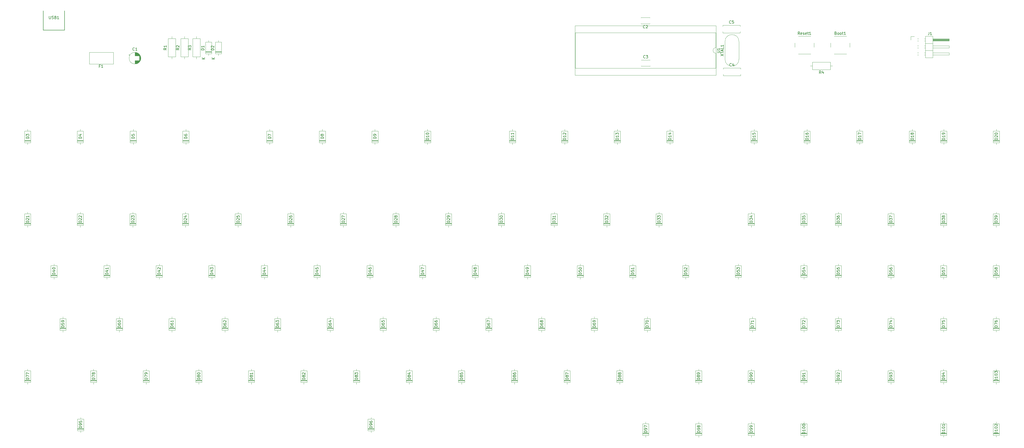
<source format=gbr>
%TF.GenerationSoftware,KiCad,Pcbnew,(5.1.6)-1*%
%TF.CreationDate,2020-10-15T09:20:43+02:00*%
%TF.ProjectId,wy60_usb,77793630-5f75-4736-922e-6b696361645f,rev?*%
%TF.SameCoordinates,Original*%
%TF.FileFunction,Legend,Top*%
%TF.FilePolarity,Positive*%
%FSLAX46Y46*%
G04 Gerber Fmt 4.6, Leading zero omitted, Abs format (unit mm)*
G04 Created by KiCad (PCBNEW (5.1.6)-1) date 2020-10-15 09:20:43*
%MOMM*%
%LPD*%
G01*
G04 APERTURE LIST*
%ADD10C,0.150000*%
%ADD11C,0.120000*%
G04 APERTURE END LIST*
D10*
%TO.C,USB1*%
X47792000Y-50165000D02*
X47792000Y-57165000D01*
X47792000Y-57165000D02*
X40092000Y-57165000D01*
X40092000Y-57165000D02*
X40092000Y-50165000D01*
D11*
%TO.C,D32*%
X242974000Y-127977000D02*
X245214000Y-127977000D01*
X245214000Y-127977000D02*
X245214000Y-123737000D01*
X245214000Y-123737000D02*
X242974000Y-123737000D01*
X242974000Y-123737000D02*
X242974000Y-127977000D01*
X244094000Y-128627000D02*
X244094000Y-127977000D01*
X244094000Y-123087000D02*
X244094000Y-123737000D01*
X242974000Y-127257000D02*
X245214000Y-127257000D01*
X242974000Y-127137000D02*
X245214000Y-127137000D01*
X242974000Y-127377000D02*
X245214000Y-127377000D01*
%TO.C,D103*%
X383969400Y-184860300D02*
X386209400Y-184860300D01*
X386209400Y-184860300D02*
X386209400Y-180620300D01*
X386209400Y-180620300D02*
X383969400Y-180620300D01*
X383969400Y-180620300D02*
X383969400Y-184860300D01*
X385089400Y-185510300D02*
X385089400Y-184860300D01*
X385089400Y-179970300D02*
X385089400Y-180620300D01*
X383969400Y-184140300D02*
X386209400Y-184140300D01*
X383969400Y-184020300D02*
X386209400Y-184020300D01*
X383969400Y-184260300D02*
X386209400Y-184260300D01*
%TO.C,D102*%
X383969400Y-204037300D02*
X386209400Y-204037300D01*
X386209400Y-204037300D02*
X386209400Y-199797300D01*
X386209400Y-199797300D02*
X383969400Y-199797300D01*
X383969400Y-199797300D02*
X383969400Y-204037300D01*
X385089400Y-204687300D02*
X385089400Y-204037300D01*
X385089400Y-199147300D02*
X385089400Y-199797300D01*
X383969400Y-203317300D02*
X386209400Y-203317300D01*
X383969400Y-203197300D02*
X386209400Y-203197300D01*
X383969400Y-203437300D02*
X386209400Y-203437300D01*
%TO.C,D101*%
X364919400Y-204037300D02*
X367159400Y-204037300D01*
X367159400Y-204037300D02*
X367159400Y-199797300D01*
X367159400Y-199797300D02*
X364919400Y-199797300D01*
X364919400Y-199797300D02*
X364919400Y-204037300D01*
X366039400Y-204687300D02*
X366039400Y-204037300D01*
X366039400Y-199147300D02*
X366039400Y-199797300D01*
X364919400Y-203317300D02*
X367159400Y-203317300D01*
X364919400Y-203197300D02*
X367159400Y-203197300D01*
X364919400Y-203437300D02*
X367159400Y-203437300D01*
%TO.C,D100*%
X314348000Y-204050000D02*
X316588000Y-204050000D01*
X316588000Y-204050000D02*
X316588000Y-199810000D01*
X316588000Y-199810000D02*
X314348000Y-199810000D01*
X314348000Y-199810000D02*
X314348000Y-204050000D01*
X315468000Y-204700000D02*
X315468000Y-204050000D01*
X315468000Y-199160000D02*
X315468000Y-199810000D01*
X314348000Y-203330000D02*
X316588000Y-203330000D01*
X314348000Y-203210000D02*
X316588000Y-203210000D01*
X314348000Y-203450000D02*
X316588000Y-203450000D01*
%TO.C,D99*%
X295298000Y-204050000D02*
X297538000Y-204050000D01*
X297538000Y-204050000D02*
X297538000Y-199810000D01*
X297538000Y-199810000D02*
X295298000Y-199810000D01*
X295298000Y-199810000D02*
X295298000Y-204050000D01*
X296418000Y-204700000D02*
X296418000Y-204050000D01*
X296418000Y-199160000D02*
X296418000Y-199810000D01*
X295298000Y-203330000D02*
X297538000Y-203330000D01*
X295298000Y-203210000D02*
X297538000Y-203210000D01*
X295298000Y-203450000D02*
X297538000Y-203450000D01*
%TO.C,D98*%
X276248000Y-204050000D02*
X278488000Y-204050000D01*
X278488000Y-204050000D02*
X278488000Y-199810000D01*
X278488000Y-199810000D02*
X276248000Y-199810000D01*
X276248000Y-199810000D02*
X276248000Y-204050000D01*
X277368000Y-204700000D02*
X277368000Y-204050000D01*
X277368000Y-199160000D02*
X277368000Y-199810000D01*
X276248000Y-203330000D02*
X278488000Y-203330000D01*
X276248000Y-203210000D02*
X278488000Y-203210000D01*
X276248000Y-203450000D02*
X278488000Y-203450000D01*
%TO.C,D97*%
X257071000Y-204050000D02*
X259311000Y-204050000D01*
X259311000Y-204050000D02*
X259311000Y-199810000D01*
X259311000Y-199810000D02*
X257071000Y-199810000D01*
X257071000Y-199810000D02*
X257071000Y-204050000D01*
X258191000Y-204700000D02*
X258191000Y-204050000D01*
X258191000Y-199160000D02*
X258191000Y-199810000D01*
X257071000Y-203330000D02*
X259311000Y-203330000D01*
X257071000Y-203210000D02*
X259311000Y-203210000D01*
X257071000Y-203450000D02*
X259311000Y-203450000D01*
%TO.C,D96*%
X157630000Y-202399000D02*
X159870000Y-202399000D01*
X159870000Y-202399000D02*
X159870000Y-198159000D01*
X159870000Y-198159000D02*
X157630000Y-198159000D01*
X157630000Y-198159000D02*
X157630000Y-202399000D01*
X158750000Y-203049000D02*
X158750000Y-202399000D01*
X158750000Y-197509000D02*
X158750000Y-198159000D01*
X157630000Y-201679000D02*
X159870000Y-201679000D01*
X157630000Y-201559000D02*
X159870000Y-201559000D01*
X157630000Y-201799000D02*
X159870000Y-201799000D01*
%TO.C,D95*%
X52474000Y-202399000D02*
X54714000Y-202399000D01*
X54714000Y-202399000D02*
X54714000Y-198159000D01*
X54714000Y-198159000D02*
X52474000Y-198159000D01*
X52474000Y-198159000D02*
X52474000Y-202399000D01*
X53594000Y-203049000D02*
X53594000Y-202399000D01*
X53594000Y-197509000D02*
X53594000Y-198159000D01*
X52474000Y-201679000D02*
X54714000Y-201679000D01*
X52474000Y-201559000D02*
X54714000Y-201559000D01*
X52474000Y-201799000D02*
X54714000Y-201799000D01*
%TO.C,D94*%
X364919400Y-184860300D02*
X367159400Y-184860300D01*
X367159400Y-184860300D02*
X367159400Y-180620300D01*
X367159400Y-180620300D02*
X364919400Y-180620300D01*
X364919400Y-180620300D02*
X364919400Y-184860300D01*
X366039400Y-185510300D02*
X366039400Y-184860300D01*
X366039400Y-179970300D02*
X366039400Y-180620300D01*
X364919400Y-184140300D02*
X367159400Y-184140300D01*
X364919400Y-184020300D02*
X367159400Y-184020300D01*
X364919400Y-184260300D02*
X367159400Y-184260300D01*
%TO.C,D93*%
X345869400Y-184860300D02*
X348109400Y-184860300D01*
X348109400Y-184860300D02*
X348109400Y-180620300D01*
X348109400Y-180620300D02*
X345869400Y-180620300D01*
X345869400Y-180620300D02*
X345869400Y-184860300D01*
X346989400Y-185510300D02*
X346989400Y-184860300D01*
X346989400Y-179970300D02*
X346989400Y-180620300D01*
X345869400Y-184140300D02*
X348109400Y-184140300D01*
X345869400Y-184020300D02*
X348109400Y-184020300D01*
X345869400Y-184260300D02*
X348109400Y-184260300D01*
%TO.C,D92*%
X326819400Y-184860300D02*
X329059400Y-184860300D01*
X329059400Y-184860300D02*
X329059400Y-180620300D01*
X329059400Y-180620300D02*
X326819400Y-180620300D01*
X326819400Y-180620300D02*
X326819400Y-184860300D01*
X327939400Y-185510300D02*
X327939400Y-184860300D01*
X327939400Y-179970300D02*
X327939400Y-180620300D01*
X326819400Y-184140300D02*
X329059400Y-184140300D01*
X326819400Y-184020300D02*
X329059400Y-184020300D01*
X326819400Y-184260300D02*
X329059400Y-184260300D01*
%TO.C,D91*%
X314348000Y-184873000D02*
X316588000Y-184873000D01*
X316588000Y-184873000D02*
X316588000Y-180633000D01*
X316588000Y-180633000D02*
X314348000Y-180633000D01*
X314348000Y-180633000D02*
X314348000Y-184873000D01*
X315468000Y-185523000D02*
X315468000Y-184873000D01*
X315468000Y-179983000D02*
X315468000Y-180633000D01*
X314348000Y-184153000D02*
X316588000Y-184153000D01*
X314348000Y-184033000D02*
X316588000Y-184033000D01*
X314348000Y-184273000D02*
X316588000Y-184273000D01*
%TO.C,D90*%
X295298000Y-184873000D02*
X297538000Y-184873000D01*
X297538000Y-184873000D02*
X297538000Y-180633000D01*
X297538000Y-180633000D02*
X295298000Y-180633000D01*
X295298000Y-180633000D02*
X295298000Y-184873000D01*
X296418000Y-185523000D02*
X296418000Y-184873000D01*
X296418000Y-179983000D02*
X296418000Y-180633000D01*
X295298000Y-184153000D02*
X297538000Y-184153000D01*
X295298000Y-184033000D02*
X297538000Y-184033000D01*
X295298000Y-184273000D02*
X297538000Y-184273000D01*
%TO.C,D89*%
X276248000Y-184873000D02*
X278488000Y-184873000D01*
X278488000Y-184873000D02*
X278488000Y-180633000D01*
X278488000Y-180633000D02*
X276248000Y-180633000D01*
X276248000Y-180633000D02*
X276248000Y-184873000D01*
X277368000Y-185523000D02*
X277368000Y-184873000D01*
X277368000Y-179983000D02*
X277368000Y-180633000D01*
X276248000Y-184153000D02*
X278488000Y-184153000D01*
X276248000Y-184033000D02*
X278488000Y-184033000D01*
X276248000Y-184273000D02*
X278488000Y-184273000D01*
%TO.C,D88*%
X247673000Y-184873000D02*
X249913000Y-184873000D01*
X249913000Y-184873000D02*
X249913000Y-180633000D01*
X249913000Y-180633000D02*
X247673000Y-180633000D01*
X247673000Y-180633000D02*
X247673000Y-184873000D01*
X248793000Y-185523000D02*
X248793000Y-184873000D01*
X248793000Y-179983000D02*
X248793000Y-180633000D01*
X247673000Y-184153000D02*
X249913000Y-184153000D01*
X247673000Y-184033000D02*
X249913000Y-184033000D01*
X247673000Y-184273000D02*
X249913000Y-184273000D01*
%TO.C,D87*%
X228623000Y-184873000D02*
X230863000Y-184873000D01*
X230863000Y-184873000D02*
X230863000Y-180633000D01*
X230863000Y-180633000D02*
X228623000Y-180633000D01*
X228623000Y-180633000D02*
X228623000Y-184873000D01*
X229743000Y-185523000D02*
X229743000Y-184873000D01*
X229743000Y-179983000D02*
X229743000Y-180633000D01*
X228623000Y-184153000D02*
X230863000Y-184153000D01*
X228623000Y-184033000D02*
X230863000Y-184033000D01*
X228623000Y-184273000D02*
X230863000Y-184273000D01*
%TO.C,D86*%
X209573000Y-184873000D02*
X211813000Y-184873000D01*
X211813000Y-184873000D02*
X211813000Y-180633000D01*
X211813000Y-180633000D02*
X209573000Y-180633000D01*
X209573000Y-180633000D02*
X209573000Y-184873000D01*
X210693000Y-185523000D02*
X210693000Y-184873000D01*
X210693000Y-179983000D02*
X210693000Y-180633000D01*
X209573000Y-184153000D02*
X211813000Y-184153000D01*
X209573000Y-184033000D02*
X211813000Y-184033000D01*
X209573000Y-184273000D02*
X211813000Y-184273000D01*
%TO.C,D85*%
X190396000Y-184873000D02*
X192636000Y-184873000D01*
X192636000Y-184873000D02*
X192636000Y-180633000D01*
X192636000Y-180633000D02*
X190396000Y-180633000D01*
X190396000Y-180633000D02*
X190396000Y-184873000D01*
X191516000Y-185523000D02*
X191516000Y-184873000D01*
X191516000Y-179983000D02*
X191516000Y-180633000D01*
X190396000Y-184153000D02*
X192636000Y-184153000D01*
X190396000Y-184033000D02*
X192636000Y-184033000D01*
X190396000Y-184273000D02*
X192636000Y-184273000D01*
%TO.C,D84*%
X171473000Y-184873000D02*
X173713000Y-184873000D01*
X173713000Y-184873000D02*
X173713000Y-180633000D01*
X173713000Y-180633000D02*
X171473000Y-180633000D01*
X171473000Y-180633000D02*
X171473000Y-184873000D01*
X172593000Y-185523000D02*
X172593000Y-184873000D01*
X172593000Y-179983000D02*
X172593000Y-180633000D01*
X171473000Y-184153000D02*
X173713000Y-184153000D01*
X171473000Y-184033000D02*
X173713000Y-184033000D01*
X171473000Y-184273000D02*
X173713000Y-184273000D01*
%TO.C,D83*%
X152357800Y-184873000D02*
X154597800Y-184873000D01*
X154597800Y-184873000D02*
X154597800Y-180633000D01*
X154597800Y-180633000D02*
X152357800Y-180633000D01*
X152357800Y-180633000D02*
X152357800Y-184873000D01*
X153477800Y-185523000D02*
X153477800Y-184873000D01*
X153477800Y-179983000D02*
X153477800Y-180633000D01*
X152357800Y-184153000D02*
X154597800Y-184153000D01*
X152357800Y-184033000D02*
X154597800Y-184033000D01*
X152357800Y-184273000D02*
X154597800Y-184273000D01*
%TO.C,D82*%
X133307800Y-184873000D02*
X135547800Y-184873000D01*
X135547800Y-184873000D02*
X135547800Y-180633000D01*
X135547800Y-180633000D02*
X133307800Y-180633000D01*
X133307800Y-180633000D02*
X133307800Y-184873000D01*
X134427800Y-185523000D02*
X134427800Y-184873000D01*
X134427800Y-179983000D02*
X134427800Y-180633000D01*
X133307800Y-184153000D02*
X135547800Y-184153000D01*
X133307800Y-184033000D02*
X135547800Y-184033000D01*
X133307800Y-184273000D02*
X135547800Y-184273000D01*
%TO.C,D81*%
X114323000Y-184873000D02*
X116563000Y-184873000D01*
X116563000Y-184873000D02*
X116563000Y-180633000D01*
X116563000Y-180633000D02*
X114323000Y-180633000D01*
X114323000Y-180633000D02*
X114323000Y-184873000D01*
X115443000Y-185523000D02*
X115443000Y-184873000D01*
X115443000Y-179983000D02*
X115443000Y-180633000D01*
X114323000Y-184153000D02*
X116563000Y-184153000D01*
X114323000Y-184033000D02*
X116563000Y-184033000D01*
X114323000Y-184273000D02*
X116563000Y-184273000D01*
%TO.C,D80*%
X95273000Y-184873000D02*
X97513000Y-184873000D01*
X97513000Y-184873000D02*
X97513000Y-180633000D01*
X97513000Y-180633000D02*
X95273000Y-180633000D01*
X95273000Y-180633000D02*
X95273000Y-184873000D01*
X96393000Y-185523000D02*
X96393000Y-184873000D01*
X96393000Y-179983000D02*
X96393000Y-180633000D01*
X95273000Y-184153000D02*
X97513000Y-184153000D01*
X95273000Y-184033000D02*
X97513000Y-184033000D01*
X95273000Y-184273000D02*
X97513000Y-184273000D01*
%TO.C,D79*%
X76223000Y-184873000D02*
X78463000Y-184873000D01*
X78463000Y-184873000D02*
X78463000Y-180633000D01*
X78463000Y-180633000D02*
X76223000Y-180633000D01*
X76223000Y-180633000D02*
X76223000Y-184873000D01*
X77343000Y-185523000D02*
X77343000Y-184873000D01*
X77343000Y-179983000D02*
X77343000Y-180633000D01*
X76223000Y-184153000D02*
X78463000Y-184153000D01*
X76223000Y-184033000D02*
X78463000Y-184033000D01*
X76223000Y-184273000D02*
X78463000Y-184273000D01*
%TO.C,D78*%
X57173000Y-184873000D02*
X59413000Y-184873000D01*
X59413000Y-184873000D02*
X59413000Y-180633000D01*
X59413000Y-180633000D02*
X57173000Y-180633000D01*
X57173000Y-180633000D02*
X57173000Y-184873000D01*
X58293000Y-185523000D02*
X58293000Y-184873000D01*
X58293000Y-179983000D02*
X58293000Y-180633000D01*
X57173000Y-184153000D02*
X59413000Y-184153000D01*
X57173000Y-184033000D02*
X59413000Y-184033000D01*
X57173000Y-184273000D02*
X59413000Y-184273000D01*
%TO.C,D77*%
X33297000Y-184873000D02*
X35537000Y-184873000D01*
X35537000Y-184873000D02*
X35537000Y-180633000D01*
X35537000Y-180633000D02*
X33297000Y-180633000D01*
X33297000Y-180633000D02*
X33297000Y-184873000D01*
X34417000Y-185523000D02*
X34417000Y-184873000D01*
X34417000Y-179983000D02*
X34417000Y-180633000D01*
X33297000Y-184153000D02*
X35537000Y-184153000D01*
X33297000Y-184033000D02*
X35537000Y-184033000D01*
X33297000Y-184273000D02*
X35537000Y-184273000D01*
%TO.C,D76*%
X383969400Y-165937300D02*
X386209400Y-165937300D01*
X386209400Y-165937300D02*
X386209400Y-161697300D01*
X386209400Y-161697300D02*
X383969400Y-161697300D01*
X383969400Y-161697300D02*
X383969400Y-165937300D01*
X385089400Y-166587300D02*
X385089400Y-165937300D01*
X385089400Y-161047300D02*
X385089400Y-161697300D01*
X383969400Y-165217300D02*
X386209400Y-165217300D01*
X383969400Y-165097300D02*
X386209400Y-165097300D01*
X383969400Y-165337300D02*
X386209400Y-165337300D01*
%TO.C,D75*%
X364919400Y-165937300D02*
X367159400Y-165937300D01*
X367159400Y-165937300D02*
X367159400Y-161697300D01*
X367159400Y-161697300D02*
X364919400Y-161697300D01*
X364919400Y-161697300D02*
X364919400Y-165937300D01*
X366039400Y-166587300D02*
X366039400Y-165937300D01*
X366039400Y-161047300D02*
X366039400Y-161697300D01*
X364919400Y-165217300D02*
X367159400Y-165217300D01*
X364919400Y-165097300D02*
X367159400Y-165097300D01*
X364919400Y-165337300D02*
X367159400Y-165337300D01*
%TO.C,D74*%
X345869400Y-165937300D02*
X348109400Y-165937300D01*
X348109400Y-165937300D02*
X348109400Y-161697300D01*
X348109400Y-161697300D02*
X345869400Y-161697300D01*
X345869400Y-161697300D02*
X345869400Y-165937300D01*
X346989400Y-166587300D02*
X346989400Y-165937300D01*
X346989400Y-161047300D02*
X346989400Y-161697300D01*
X345869400Y-165217300D02*
X348109400Y-165217300D01*
X345869400Y-165097300D02*
X348109400Y-165097300D01*
X345869400Y-165337300D02*
X348109400Y-165337300D01*
%TO.C,D73*%
X326819400Y-165937300D02*
X329059400Y-165937300D01*
X329059400Y-165937300D02*
X329059400Y-161697300D01*
X329059400Y-161697300D02*
X326819400Y-161697300D01*
X326819400Y-161697300D02*
X326819400Y-165937300D01*
X327939400Y-166587300D02*
X327939400Y-165937300D01*
X327939400Y-161047300D02*
X327939400Y-161697300D01*
X326819400Y-165217300D02*
X329059400Y-165217300D01*
X326819400Y-165097300D02*
X329059400Y-165097300D01*
X326819400Y-165337300D02*
X329059400Y-165337300D01*
%TO.C,D72*%
X314348000Y-165950000D02*
X316588000Y-165950000D01*
X316588000Y-165950000D02*
X316588000Y-161710000D01*
X316588000Y-161710000D02*
X314348000Y-161710000D01*
X314348000Y-161710000D02*
X314348000Y-165950000D01*
X315468000Y-166600000D02*
X315468000Y-165950000D01*
X315468000Y-161060000D02*
X315468000Y-161710000D01*
X314348000Y-165230000D02*
X316588000Y-165230000D01*
X314348000Y-165110000D02*
X316588000Y-165110000D01*
X314348000Y-165350000D02*
X316588000Y-165350000D01*
%TO.C,D71*%
X295740800Y-165950000D02*
X297980800Y-165950000D01*
X297980800Y-165950000D02*
X297980800Y-161710000D01*
X297980800Y-161710000D02*
X295740800Y-161710000D01*
X295740800Y-161710000D02*
X295740800Y-165950000D01*
X296860800Y-166600000D02*
X296860800Y-165950000D01*
X296860800Y-161060000D02*
X296860800Y-161710000D01*
X295740800Y-165230000D02*
X297980800Y-165230000D01*
X295740800Y-165110000D02*
X297980800Y-165110000D01*
X295740800Y-165350000D02*
X297980800Y-165350000D01*
%TO.C,D70*%
X257640800Y-165950000D02*
X259880800Y-165950000D01*
X259880800Y-165950000D02*
X259880800Y-161710000D01*
X259880800Y-161710000D02*
X257640800Y-161710000D01*
X257640800Y-161710000D02*
X257640800Y-165950000D01*
X258760800Y-166600000D02*
X258760800Y-165950000D01*
X258760800Y-161060000D02*
X258760800Y-161710000D01*
X257640800Y-165230000D02*
X259880800Y-165230000D01*
X257640800Y-165110000D02*
X259880800Y-165110000D01*
X257640800Y-165350000D02*
X259880800Y-165350000D01*
%TO.C,D69*%
X238463800Y-165950000D02*
X240703800Y-165950000D01*
X240703800Y-165950000D02*
X240703800Y-161710000D01*
X240703800Y-161710000D02*
X238463800Y-161710000D01*
X238463800Y-161710000D02*
X238463800Y-165950000D01*
X239583800Y-166600000D02*
X239583800Y-165950000D01*
X239583800Y-161060000D02*
X239583800Y-161710000D01*
X238463800Y-165230000D02*
X240703800Y-165230000D01*
X238463800Y-165110000D02*
X240703800Y-165110000D01*
X238463800Y-165350000D02*
X240703800Y-165350000D01*
%TO.C,D68*%
X219413800Y-165950000D02*
X221653800Y-165950000D01*
X221653800Y-165950000D02*
X221653800Y-161710000D01*
X221653800Y-161710000D02*
X219413800Y-161710000D01*
X219413800Y-161710000D02*
X219413800Y-165950000D01*
X220533800Y-166600000D02*
X220533800Y-165950000D01*
X220533800Y-161060000D02*
X220533800Y-161710000D01*
X219413800Y-165230000D02*
X221653800Y-165230000D01*
X219413800Y-165110000D02*
X221653800Y-165110000D01*
X219413800Y-165350000D02*
X221653800Y-165350000D01*
%TO.C,D67*%
X200236800Y-165950000D02*
X202476800Y-165950000D01*
X202476800Y-165950000D02*
X202476800Y-161710000D01*
X202476800Y-161710000D02*
X200236800Y-161710000D01*
X200236800Y-161710000D02*
X200236800Y-165950000D01*
X201356800Y-166600000D02*
X201356800Y-165950000D01*
X201356800Y-161060000D02*
X201356800Y-161710000D01*
X200236800Y-165230000D02*
X202476800Y-165230000D01*
X200236800Y-165110000D02*
X202476800Y-165110000D01*
X200236800Y-165350000D02*
X202476800Y-165350000D01*
%TO.C,D66*%
X181186800Y-165950000D02*
X183426800Y-165950000D01*
X183426800Y-165950000D02*
X183426800Y-161710000D01*
X183426800Y-161710000D02*
X181186800Y-161710000D01*
X181186800Y-161710000D02*
X181186800Y-165950000D01*
X182306800Y-166600000D02*
X182306800Y-165950000D01*
X182306800Y-161060000D02*
X182306800Y-161710000D01*
X181186800Y-165230000D02*
X183426800Y-165230000D01*
X181186800Y-165110000D02*
X183426800Y-165110000D01*
X181186800Y-165350000D02*
X183426800Y-165350000D01*
%TO.C,D65*%
X162009800Y-165950000D02*
X164249800Y-165950000D01*
X164249800Y-165950000D02*
X164249800Y-161710000D01*
X164249800Y-161710000D02*
X162009800Y-161710000D01*
X162009800Y-161710000D02*
X162009800Y-165950000D01*
X163129800Y-166600000D02*
X163129800Y-165950000D01*
X163129800Y-161060000D02*
X163129800Y-161710000D01*
X162009800Y-165230000D02*
X164249800Y-165230000D01*
X162009800Y-165110000D02*
X164249800Y-165110000D01*
X162009800Y-165350000D02*
X164249800Y-165350000D01*
%TO.C,D64*%
X142832800Y-165950000D02*
X145072800Y-165950000D01*
X145072800Y-165950000D02*
X145072800Y-161710000D01*
X145072800Y-161710000D02*
X142832800Y-161710000D01*
X142832800Y-161710000D02*
X142832800Y-165950000D01*
X143952800Y-166600000D02*
X143952800Y-165950000D01*
X143952800Y-161060000D02*
X143952800Y-161710000D01*
X142832800Y-165230000D02*
X145072800Y-165230000D01*
X142832800Y-165110000D02*
X145072800Y-165110000D01*
X142832800Y-165350000D02*
X145072800Y-165350000D01*
%TO.C,D63*%
X123782800Y-165950000D02*
X126022800Y-165950000D01*
X126022800Y-165950000D02*
X126022800Y-161710000D01*
X126022800Y-161710000D02*
X123782800Y-161710000D01*
X123782800Y-161710000D02*
X123782800Y-165950000D01*
X124902800Y-166600000D02*
X124902800Y-165950000D01*
X124902800Y-161060000D02*
X124902800Y-161710000D01*
X123782800Y-165230000D02*
X126022800Y-165230000D01*
X123782800Y-165110000D02*
X126022800Y-165110000D01*
X123782800Y-165350000D02*
X126022800Y-165350000D01*
%TO.C,D62*%
X104732800Y-165950000D02*
X106972800Y-165950000D01*
X106972800Y-165950000D02*
X106972800Y-161710000D01*
X106972800Y-161710000D02*
X104732800Y-161710000D01*
X104732800Y-161710000D02*
X104732800Y-165950000D01*
X105852800Y-166600000D02*
X105852800Y-165950000D01*
X105852800Y-161060000D02*
X105852800Y-161710000D01*
X104732800Y-165230000D02*
X106972800Y-165230000D01*
X104732800Y-165110000D02*
X106972800Y-165110000D01*
X104732800Y-165350000D02*
X106972800Y-165350000D01*
%TO.C,D61*%
X85555800Y-165950000D02*
X87795800Y-165950000D01*
X87795800Y-165950000D02*
X87795800Y-161710000D01*
X87795800Y-161710000D02*
X85555800Y-161710000D01*
X85555800Y-161710000D02*
X85555800Y-165950000D01*
X86675800Y-166600000D02*
X86675800Y-165950000D01*
X86675800Y-161060000D02*
X86675800Y-161710000D01*
X85555800Y-165230000D02*
X87795800Y-165230000D01*
X85555800Y-165110000D02*
X87795800Y-165110000D01*
X85555800Y-165350000D02*
X87795800Y-165350000D01*
%TO.C,D60*%
X66505800Y-165950000D02*
X68745800Y-165950000D01*
X68745800Y-165950000D02*
X68745800Y-161710000D01*
X68745800Y-161710000D02*
X66505800Y-161710000D01*
X66505800Y-161710000D02*
X66505800Y-165950000D01*
X67625800Y-166600000D02*
X67625800Y-165950000D01*
X67625800Y-161060000D02*
X67625800Y-161710000D01*
X66505800Y-165230000D02*
X68745800Y-165230000D01*
X66505800Y-165110000D02*
X68745800Y-165110000D01*
X66505800Y-165350000D02*
X68745800Y-165350000D01*
%TO.C,D59*%
X46058800Y-165950000D02*
X48298800Y-165950000D01*
X48298800Y-165950000D02*
X48298800Y-161710000D01*
X48298800Y-161710000D02*
X46058800Y-161710000D01*
X46058800Y-161710000D02*
X46058800Y-165950000D01*
X47178800Y-166600000D02*
X47178800Y-165950000D01*
X47178800Y-161060000D02*
X47178800Y-161710000D01*
X46058800Y-165230000D02*
X48298800Y-165230000D01*
X46058800Y-165110000D02*
X48298800Y-165110000D01*
X46058800Y-165350000D02*
X48298800Y-165350000D01*
%TO.C,D58*%
X383969400Y-146760300D02*
X386209400Y-146760300D01*
X386209400Y-146760300D02*
X386209400Y-142520300D01*
X386209400Y-142520300D02*
X383969400Y-142520300D01*
X383969400Y-142520300D02*
X383969400Y-146760300D01*
X385089400Y-147410300D02*
X385089400Y-146760300D01*
X385089400Y-141870300D02*
X385089400Y-142520300D01*
X383969400Y-146040300D02*
X386209400Y-146040300D01*
X383969400Y-145920300D02*
X386209400Y-145920300D01*
X383969400Y-146160300D02*
X386209400Y-146160300D01*
%TO.C,D57*%
X364919400Y-146760300D02*
X367159400Y-146760300D01*
X367159400Y-146760300D02*
X367159400Y-142520300D01*
X367159400Y-142520300D02*
X364919400Y-142520300D01*
X364919400Y-142520300D02*
X364919400Y-146760300D01*
X366039400Y-147410300D02*
X366039400Y-146760300D01*
X366039400Y-141870300D02*
X366039400Y-142520300D01*
X364919400Y-146040300D02*
X367159400Y-146040300D01*
X364919400Y-145920300D02*
X367159400Y-145920300D01*
X364919400Y-146160300D02*
X367159400Y-146160300D01*
%TO.C,D56*%
X345869400Y-146760300D02*
X348109400Y-146760300D01*
X348109400Y-146760300D02*
X348109400Y-142520300D01*
X348109400Y-142520300D02*
X345869400Y-142520300D01*
X345869400Y-142520300D02*
X345869400Y-146760300D01*
X346989400Y-147410300D02*
X346989400Y-146760300D01*
X346989400Y-141870300D02*
X346989400Y-142520300D01*
X345869400Y-146040300D02*
X348109400Y-146040300D01*
X345869400Y-145920300D02*
X348109400Y-145920300D01*
X345869400Y-146160300D02*
X348109400Y-146160300D01*
%TO.C,D55*%
X326819400Y-146760300D02*
X329059400Y-146760300D01*
X329059400Y-146760300D02*
X329059400Y-142520300D01*
X329059400Y-142520300D02*
X326819400Y-142520300D01*
X326819400Y-142520300D02*
X326819400Y-146760300D01*
X327939400Y-147410300D02*
X327939400Y-146760300D01*
X327939400Y-141870300D02*
X327939400Y-142520300D01*
X326819400Y-146040300D02*
X329059400Y-146040300D01*
X326819400Y-145920300D02*
X329059400Y-145920300D01*
X326819400Y-146160300D02*
X329059400Y-146160300D01*
%TO.C,D54*%
X314348000Y-146722200D02*
X316588000Y-146722200D01*
X316588000Y-146722200D02*
X316588000Y-142482200D01*
X316588000Y-142482200D02*
X314348000Y-142482200D01*
X314348000Y-142482200D02*
X314348000Y-146722200D01*
X315468000Y-147372200D02*
X315468000Y-146722200D01*
X315468000Y-141832200D02*
X315468000Y-142482200D01*
X314348000Y-146002200D02*
X316588000Y-146002200D01*
X314348000Y-145882200D02*
X316588000Y-145882200D01*
X314348000Y-146122200D02*
X316588000Y-146122200D01*
%TO.C,D53*%
X290599000Y-146773000D02*
X292839000Y-146773000D01*
X292839000Y-146773000D02*
X292839000Y-142533000D01*
X292839000Y-142533000D02*
X290599000Y-142533000D01*
X290599000Y-142533000D02*
X290599000Y-146773000D01*
X291719000Y-147423000D02*
X291719000Y-146773000D01*
X291719000Y-141883000D02*
X291719000Y-142533000D01*
X290599000Y-146053000D02*
X292839000Y-146053000D01*
X290599000Y-145933000D02*
X292839000Y-145933000D01*
X290599000Y-146173000D02*
X292839000Y-146173000D01*
%TO.C,D52*%
X271549000Y-146773000D02*
X273789000Y-146773000D01*
X273789000Y-146773000D02*
X273789000Y-142533000D01*
X273789000Y-142533000D02*
X271549000Y-142533000D01*
X271549000Y-142533000D02*
X271549000Y-146773000D01*
X272669000Y-147423000D02*
X272669000Y-146773000D01*
X272669000Y-141883000D02*
X272669000Y-142533000D01*
X271549000Y-146053000D02*
X273789000Y-146053000D01*
X271549000Y-145933000D02*
X273789000Y-145933000D01*
X271549000Y-146173000D02*
X273789000Y-146173000D01*
%TO.C,D51*%
X252372000Y-146773000D02*
X254612000Y-146773000D01*
X254612000Y-146773000D02*
X254612000Y-142533000D01*
X254612000Y-142533000D02*
X252372000Y-142533000D01*
X252372000Y-142533000D02*
X252372000Y-146773000D01*
X253492000Y-147423000D02*
X253492000Y-146773000D01*
X253492000Y-141883000D02*
X253492000Y-142533000D01*
X252372000Y-146053000D02*
X254612000Y-146053000D01*
X252372000Y-145933000D02*
X254612000Y-145933000D01*
X252372000Y-146173000D02*
X254612000Y-146173000D01*
%TO.C,D50*%
X233383800Y-146773000D02*
X235623800Y-146773000D01*
X235623800Y-146773000D02*
X235623800Y-142533000D01*
X235623800Y-142533000D02*
X233383800Y-142533000D01*
X233383800Y-142533000D02*
X233383800Y-146773000D01*
X234503800Y-147423000D02*
X234503800Y-146773000D01*
X234503800Y-141883000D02*
X234503800Y-142533000D01*
X233383800Y-146053000D02*
X235623800Y-146053000D01*
X233383800Y-145933000D02*
X235623800Y-145933000D01*
X233383800Y-146173000D02*
X235623800Y-146173000D01*
%TO.C,D49*%
X214272000Y-146773000D02*
X216512000Y-146773000D01*
X216512000Y-146773000D02*
X216512000Y-142533000D01*
X216512000Y-142533000D02*
X214272000Y-142533000D01*
X214272000Y-142533000D02*
X214272000Y-146773000D01*
X215392000Y-147423000D02*
X215392000Y-146773000D01*
X215392000Y-141883000D02*
X215392000Y-142533000D01*
X214272000Y-146053000D02*
X216512000Y-146053000D01*
X214272000Y-145933000D02*
X216512000Y-145933000D01*
X214272000Y-146173000D02*
X216512000Y-146173000D01*
%TO.C,D48*%
X195349000Y-146773000D02*
X197589000Y-146773000D01*
X197589000Y-146773000D02*
X197589000Y-142533000D01*
X197589000Y-142533000D02*
X195349000Y-142533000D01*
X195349000Y-142533000D02*
X195349000Y-146773000D01*
X196469000Y-147423000D02*
X196469000Y-146773000D01*
X196469000Y-141883000D02*
X196469000Y-142533000D01*
X195349000Y-146053000D02*
X197589000Y-146053000D01*
X195349000Y-145933000D02*
X197589000Y-145933000D01*
X195349000Y-146173000D02*
X197589000Y-146173000D01*
%TO.C,D47*%
X176299000Y-146773000D02*
X178539000Y-146773000D01*
X178539000Y-146773000D02*
X178539000Y-142533000D01*
X178539000Y-142533000D02*
X176299000Y-142533000D01*
X176299000Y-142533000D02*
X176299000Y-146773000D01*
X177419000Y-147423000D02*
X177419000Y-146773000D01*
X177419000Y-141883000D02*
X177419000Y-142533000D01*
X176299000Y-146053000D02*
X178539000Y-146053000D01*
X176299000Y-145933000D02*
X178539000Y-145933000D01*
X176299000Y-146173000D02*
X178539000Y-146173000D01*
%TO.C,D46*%
X157249000Y-146773000D02*
X159489000Y-146773000D01*
X159489000Y-146773000D02*
X159489000Y-142533000D01*
X159489000Y-142533000D02*
X157249000Y-142533000D01*
X157249000Y-142533000D02*
X157249000Y-146773000D01*
X158369000Y-147423000D02*
X158369000Y-146773000D01*
X158369000Y-141883000D02*
X158369000Y-142533000D01*
X157249000Y-146053000D02*
X159489000Y-146053000D01*
X157249000Y-145933000D02*
X159489000Y-145933000D01*
X157249000Y-146173000D02*
X159489000Y-146173000D01*
%TO.C,D45*%
X138072000Y-146773000D02*
X140312000Y-146773000D01*
X140312000Y-146773000D02*
X140312000Y-142533000D01*
X140312000Y-142533000D02*
X138072000Y-142533000D01*
X138072000Y-142533000D02*
X138072000Y-146773000D01*
X139192000Y-147423000D02*
X139192000Y-146773000D01*
X139192000Y-141883000D02*
X139192000Y-142533000D01*
X138072000Y-146053000D02*
X140312000Y-146053000D01*
X138072000Y-145933000D02*
X140312000Y-145933000D01*
X138072000Y-146173000D02*
X140312000Y-146173000D01*
%TO.C,D44*%
X119022000Y-146773000D02*
X121262000Y-146773000D01*
X121262000Y-146773000D02*
X121262000Y-142533000D01*
X121262000Y-142533000D02*
X119022000Y-142533000D01*
X119022000Y-142533000D02*
X119022000Y-146773000D01*
X120142000Y-147423000D02*
X120142000Y-146773000D01*
X120142000Y-141883000D02*
X120142000Y-142533000D01*
X119022000Y-146053000D02*
X121262000Y-146053000D01*
X119022000Y-145933000D02*
X121262000Y-145933000D01*
X119022000Y-146173000D02*
X121262000Y-146173000D01*
%TO.C,D43*%
X99972000Y-146773000D02*
X102212000Y-146773000D01*
X102212000Y-146773000D02*
X102212000Y-142533000D01*
X102212000Y-142533000D02*
X99972000Y-142533000D01*
X99972000Y-142533000D02*
X99972000Y-146773000D01*
X101092000Y-147423000D02*
X101092000Y-146773000D01*
X101092000Y-141883000D02*
X101092000Y-142533000D01*
X99972000Y-146053000D02*
X102212000Y-146053000D01*
X99972000Y-145933000D02*
X102212000Y-145933000D01*
X99972000Y-146173000D02*
X102212000Y-146173000D01*
%TO.C,D42*%
X80922000Y-146773000D02*
X83162000Y-146773000D01*
X83162000Y-146773000D02*
X83162000Y-142533000D01*
X83162000Y-142533000D02*
X80922000Y-142533000D01*
X80922000Y-142533000D02*
X80922000Y-146773000D01*
X82042000Y-147423000D02*
X82042000Y-146773000D01*
X82042000Y-141883000D02*
X82042000Y-142533000D01*
X80922000Y-146053000D02*
X83162000Y-146053000D01*
X80922000Y-145933000D02*
X83162000Y-145933000D01*
X80922000Y-146173000D02*
X83162000Y-146173000D01*
%TO.C,D41*%
X61999000Y-146773000D02*
X64239000Y-146773000D01*
X64239000Y-146773000D02*
X64239000Y-142533000D01*
X64239000Y-142533000D02*
X61999000Y-142533000D01*
X61999000Y-142533000D02*
X61999000Y-146773000D01*
X63119000Y-147423000D02*
X63119000Y-146773000D01*
X63119000Y-141883000D02*
X63119000Y-142533000D01*
X61999000Y-146053000D02*
X64239000Y-146053000D01*
X61999000Y-145933000D02*
X64239000Y-145933000D01*
X61999000Y-146173000D02*
X64239000Y-146173000D01*
%TO.C,D40*%
X42822000Y-146773000D02*
X45062000Y-146773000D01*
X45062000Y-146773000D02*
X45062000Y-142533000D01*
X45062000Y-142533000D02*
X42822000Y-142533000D01*
X42822000Y-142533000D02*
X42822000Y-146773000D01*
X43942000Y-147423000D02*
X43942000Y-146773000D01*
X43942000Y-141883000D02*
X43942000Y-142533000D01*
X42822000Y-146053000D02*
X45062000Y-146053000D01*
X42822000Y-145933000D02*
X45062000Y-145933000D01*
X42822000Y-146173000D02*
X45062000Y-146173000D01*
%TO.C,D39*%
X383969400Y-127964300D02*
X386209400Y-127964300D01*
X386209400Y-127964300D02*
X386209400Y-123724300D01*
X386209400Y-123724300D02*
X383969400Y-123724300D01*
X383969400Y-123724300D02*
X383969400Y-127964300D01*
X385089400Y-128614300D02*
X385089400Y-127964300D01*
X385089400Y-123074300D02*
X385089400Y-123724300D01*
X383969400Y-127244300D02*
X386209400Y-127244300D01*
X383969400Y-127124300D02*
X386209400Y-127124300D01*
X383969400Y-127364300D02*
X386209400Y-127364300D01*
%TO.C,D38*%
X364919400Y-127964300D02*
X367159400Y-127964300D01*
X367159400Y-127964300D02*
X367159400Y-123724300D01*
X367159400Y-123724300D02*
X364919400Y-123724300D01*
X364919400Y-123724300D02*
X364919400Y-127964300D01*
X366039400Y-128614300D02*
X366039400Y-127964300D01*
X366039400Y-123074300D02*
X366039400Y-123724300D01*
X364919400Y-127244300D02*
X367159400Y-127244300D01*
X364919400Y-127124300D02*
X367159400Y-127124300D01*
X364919400Y-127364300D02*
X367159400Y-127364300D01*
%TO.C,D37*%
X345869400Y-127964300D02*
X348109400Y-127964300D01*
X348109400Y-127964300D02*
X348109400Y-123724300D01*
X348109400Y-123724300D02*
X345869400Y-123724300D01*
X345869400Y-123724300D02*
X345869400Y-127964300D01*
X346989400Y-128614300D02*
X346989400Y-127964300D01*
X346989400Y-123074300D02*
X346989400Y-123724300D01*
X345869400Y-127244300D02*
X348109400Y-127244300D01*
X345869400Y-127124300D02*
X348109400Y-127124300D01*
X345869400Y-127364300D02*
X348109400Y-127364300D01*
%TO.C,D36*%
X326819400Y-127964300D02*
X329059400Y-127964300D01*
X329059400Y-127964300D02*
X329059400Y-123724300D01*
X329059400Y-123724300D02*
X326819400Y-123724300D01*
X326819400Y-123724300D02*
X326819400Y-127964300D01*
X327939400Y-128614300D02*
X327939400Y-127964300D01*
X327939400Y-123074300D02*
X327939400Y-123724300D01*
X326819400Y-127244300D02*
X329059400Y-127244300D01*
X326819400Y-127124300D02*
X329059400Y-127124300D01*
X326819400Y-127364300D02*
X329059400Y-127364300D01*
%TO.C,D35*%
X314348000Y-127977000D02*
X316588000Y-127977000D01*
X316588000Y-127977000D02*
X316588000Y-123737000D01*
X316588000Y-123737000D02*
X314348000Y-123737000D01*
X314348000Y-123737000D02*
X314348000Y-127977000D01*
X315468000Y-128627000D02*
X315468000Y-127977000D01*
X315468000Y-123087000D02*
X315468000Y-123737000D01*
X314348000Y-127257000D02*
X316588000Y-127257000D01*
X314348000Y-127137000D02*
X316588000Y-127137000D01*
X314348000Y-127377000D02*
X316588000Y-127377000D01*
%TO.C,D34*%
X295298000Y-127977000D02*
X297538000Y-127977000D01*
X297538000Y-127977000D02*
X297538000Y-123737000D01*
X297538000Y-123737000D02*
X295298000Y-123737000D01*
X295298000Y-123737000D02*
X295298000Y-127977000D01*
X296418000Y-128627000D02*
X296418000Y-127977000D01*
X296418000Y-123087000D02*
X296418000Y-123737000D01*
X295298000Y-127257000D02*
X297538000Y-127257000D01*
X295298000Y-127137000D02*
X297538000Y-127137000D01*
X295298000Y-127377000D02*
X297538000Y-127377000D01*
%TO.C,D33*%
X261897000Y-127977000D02*
X264137000Y-127977000D01*
X264137000Y-127977000D02*
X264137000Y-123737000D01*
X264137000Y-123737000D02*
X261897000Y-123737000D01*
X261897000Y-123737000D02*
X261897000Y-127977000D01*
X263017000Y-128627000D02*
X263017000Y-127977000D01*
X263017000Y-123087000D02*
X263017000Y-123737000D01*
X261897000Y-127257000D02*
X264137000Y-127257000D01*
X261897000Y-127137000D02*
X264137000Y-127137000D01*
X261897000Y-127377000D02*
X264137000Y-127377000D01*
%TO.C,D31*%
X223924000Y-127977000D02*
X226164000Y-127977000D01*
X226164000Y-127977000D02*
X226164000Y-123737000D01*
X226164000Y-123737000D02*
X223924000Y-123737000D01*
X223924000Y-123737000D02*
X223924000Y-127977000D01*
X225044000Y-128627000D02*
X225044000Y-127977000D01*
X225044000Y-123087000D02*
X225044000Y-123737000D01*
X223924000Y-127257000D02*
X226164000Y-127257000D01*
X223924000Y-127137000D02*
X226164000Y-127137000D01*
X223924000Y-127377000D02*
X226164000Y-127377000D01*
%TO.C,D30*%
X204808800Y-127977000D02*
X207048800Y-127977000D01*
X207048800Y-127977000D02*
X207048800Y-123737000D01*
X207048800Y-123737000D02*
X204808800Y-123737000D01*
X204808800Y-123737000D02*
X204808800Y-127977000D01*
X205928800Y-128627000D02*
X205928800Y-127977000D01*
X205928800Y-123087000D02*
X205928800Y-123737000D01*
X204808800Y-127257000D02*
X207048800Y-127257000D01*
X204808800Y-127137000D02*
X207048800Y-127137000D01*
X204808800Y-127377000D02*
X207048800Y-127377000D01*
%TO.C,D29*%
X185697000Y-127977000D02*
X187937000Y-127977000D01*
X187937000Y-127977000D02*
X187937000Y-123737000D01*
X187937000Y-123737000D02*
X185697000Y-123737000D01*
X185697000Y-123737000D02*
X185697000Y-127977000D01*
X186817000Y-128627000D02*
X186817000Y-127977000D01*
X186817000Y-123087000D02*
X186817000Y-123737000D01*
X185697000Y-127257000D02*
X187937000Y-127257000D01*
X185697000Y-127137000D02*
X187937000Y-127137000D01*
X185697000Y-127377000D02*
X187937000Y-127377000D01*
%TO.C,D28*%
X166647000Y-127977000D02*
X168887000Y-127977000D01*
X168887000Y-127977000D02*
X168887000Y-123737000D01*
X168887000Y-123737000D02*
X166647000Y-123737000D01*
X166647000Y-123737000D02*
X166647000Y-127977000D01*
X167767000Y-128627000D02*
X167767000Y-127977000D01*
X167767000Y-123087000D02*
X167767000Y-123737000D01*
X166647000Y-127257000D02*
X168887000Y-127257000D01*
X166647000Y-127137000D02*
X168887000Y-127137000D01*
X166647000Y-127377000D02*
X168887000Y-127377000D01*
%TO.C,D27*%
X147597000Y-127977000D02*
X149837000Y-127977000D01*
X149837000Y-127977000D02*
X149837000Y-123737000D01*
X149837000Y-123737000D02*
X147597000Y-123737000D01*
X147597000Y-123737000D02*
X147597000Y-127977000D01*
X148717000Y-128627000D02*
X148717000Y-127977000D01*
X148717000Y-123087000D02*
X148717000Y-123737000D01*
X147597000Y-127257000D02*
X149837000Y-127257000D01*
X147597000Y-127137000D02*
X149837000Y-127137000D01*
X147597000Y-127377000D02*
X149837000Y-127377000D01*
%TO.C,D26*%
X128547000Y-127977000D02*
X130787000Y-127977000D01*
X130787000Y-127977000D02*
X130787000Y-123737000D01*
X130787000Y-123737000D02*
X128547000Y-123737000D01*
X128547000Y-123737000D02*
X128547000Y-127977000D01*
X129667000Y-128627000D02*
X129667000Y-127977000D01*
X129667000Y-123087000D02*
X129667000Y-123737000D01*
X128547000Y-127257000D02*
X130787000Y-127257000D01*
X128547000Y-127137000D02*
X130787000Y-127137000D01*
X128547000Y-127377000D02*
X130787000Y-127377000D01*
%TO.C,D25*%
X109497000Y-127977000D02*
X111737000Y-127977000D01*
X111737000Y-127977000D02*
X111737000Y-123737000D01*
X111737000Y-123737000D02*
X109497000Y-123737000D01*
X109497000Y-123737000D02*
X109497000Y-127977000D01*
X110617000Y-128627000D02*
X110617000Y-127977000D01*
X110617000Y-123087000D02*
X110617000Y-123737000D01*
X109497000Y-127257000D02*
X111737000Y-127257000D01*
X109497000Y-127137000D02*
X111737000Y-127137000D01*
X109497000Y-127377000D02*
X111737000Y-127377000D01*
%TO.C,D24*%
X90447000Y-127977000D02*
X92687000Y-127977000D01*
X92687000Y-127977000D02*
X92687000Y-123737000D01*
X92687000Y-123737000D02*
X90447000Y-123737000D01*
X90447000Y-123737000D02*
X90447000Y-127977000D01*
X91567000Y-128627000D02*
X91567000Y-127977000D01*
X91567000Y-123087000D02*
X91567000Y-123737000D01*
X90447000Y-127257000D02*
X92687000Y-127257000D01*
X90447000Y-127137000D02*
X92687000Y-127137000D01*
X90447000Y-127377000D02*
X92687000Y-127377000D01*
%TO.C,D23*%
X71397000Y-127977000D02*
X73637000Y-127977000D01*
X73637000Y-127977000D02*
X73637000Y-123737000D01*
X73637000Y-123737000D02*
X71397000Y-123737000D01*
X71397000Y-123737000D02*
X71397000Y-127977000D01*
X72517000Y-128627000D02*
X72517000Y-127977000D01*
X72517000Y-123087000D02*
X72517000Y-123737000D01*
X71397000Y-127257000D02*
X73637000Y-127257000D01*
X71397000Y-127137000D02*
X73637000Y-127137000D01*
X71397000Y-127377000D02*
X73637000Y-127377000D01*
%TO.C,D22*%
X52347000Y-127977000D02*
X54587000Y-127977000D01*
X54587000Y-127977000D02*
X54587000Y-123737000D01*
X54587000Y-123737000D02*
X52347000Y-123737000D01*
X52347000Y-123737000D02*
X52347000Y-127977000D01*
X53467000Y-128627000D02*
X53467000Y-127977000D01*
X53467000Y-123087000D02*
X53467000Y-123737000D01*
X52347000Y-127257000D02*
X54587000Y-127257000D01*
X52347000Y-127137000D02*
X54587000Y-127137000D01*
X52347000Y-127377000D02*
X54587000Y-127377000D01*
%TO.C,D21*%
X33297000Y-127977000D02*
X35537000Y-127977000D01*
X35537000Y-127977000D02*
X35537000Y-123737000D01*
X35537000Y-123737000D02*
X33297000Y-123737000D01*
X33297000Y-123737000D02*
X33297000Y-127977000D01*
X34417000Y-128627000D02*
X34417000Y-127977000D01*
X34417000Y-123087000D02*
X34417000Y-123737000D01*
X33297000Y-127257000D02*
X35537000Y-127257000D01*
X33297000Y-127137000D02*
X35537000Y-127137000D01*
X33297000Y-127377000D02*
X35537000Y-127377000D01*
%TO.C,D20*%
X384020200Y-97954200D02*
X386260200Y-97954200D01*
X386260200Y-97954200D02*
X386260200Y-93714200D01*
X386260200Y-93714200D02*
X384020200Y-93714200D01*
X384020200Y-93714200D02*
X384020200Y-97954200D01*
X385140200Y-98604200D02*
X385140200Y-97954200D01*
X385140200Y-93064200D02*
X385140200Y-93714200D01*
X384020200Y-97234200D02*
X386260200Y-97234200D01*
X384020200Y-97114200D02*
X386260200Y-97114200D01*
X384020200Y-97354200D02*
X386260200Y-97354200D01*
%TO.C,D19*%
X364970200Y-97954200D02*
X367210200Y-97954200D01*
X367210200Y-97954200D02*
X367210200Y-93714200D01*
X367210200Y-93714200D02*
X364970200Y-93714200D01*
X364970200Y-93714200D02*
X364970200Y-97954200D01*
X366090200Y-98604200D02*
X366090200Y-97954200D01*
X366090200Y-93064200D02*
X366090200Y-93714200D01*
X364970200Y-97234200D02*
X367210200Y-97234200D01*
X364970200Y-97114200D02*
X367210200Y-97114200D01*
X364970200Y-97354200D02*
X367210200Y-97354200D01*
%TO.C,D18*%
X353591000Y-97954200D02*
X355831000Y-97954200D01*
X355831000Y-97954200D02*
X355831000Y-93714200D01*
X355831000Y-93714200D02*
X353591000Y-93714200D01*
X353591000Y-93714200D02*
X353591000Y-97954200D01*
X354711000Y-98604200D02*
X354711000Y-97954200D01*
X354711000Y-93064200D02*
X354711000Y-93714200D01*
X353591000Y-97234200D02*
X355831000Y-97234200D01*
X353591000Y-97114200D02*
X355831000Y-97114200D01*
X353591000Y-97354200D02*
X355831000Y-97354200D01*
%TO.C,D17*%
X334541000Y-97954200D02*
X336781000Y-97954200D01*
X336781000Y-97954200D02*
X336781000Y-93714200D01*
X336781000Y-93714200D02*
X334541000Y-93714200D01*
X334541000Y-93714200D02*
X334541000Y-97954200D01*
X335661000Y-98604200D02*
X335661000Y-97954200D01*
X335661000Y-93064200D02*
X335661000Y-93714200D01*
X334541000Y-97234200D02*
X336781000Y-97234200D01*
X334541000Y-97114200D02*
X336781000Y-97114200D01*
X334541000Y-97354200D02*
X336781000Y-97354200D01*
%TO.C,D16*%
X315491000Y-97954200D02*
X317731000Y-97954200D01*
X317731000Y-97954200D02*
X317731000Y-93714200D01*
X317731000Y-93714200D02*
X315491000Y-93714200D01*
X315491000Y-93714200D02*
X315491000Y-97954200D01*
X316611000Y-98604200D02*
X316611000Y-97954200D01*
X316611000Y-93064200D02*
X316611000Y-93714200D01*
X315491000Y-97234200D02*
X317731000Y-97234200D01*
X315491000Y-97114200D02*
X317731000Y-97114200D01*
X315491000Y-97354200D02*
X317731000Y-97354200D01*
%TO.C,D15*%
X296314000Y-97954200D02*
X298554000Y-97954200D01*
X298554000Y-97954200D02*
X298554000Y-93714200D01*
X298554000Y-93714200D02*
X296314000Y-93714200D01*
X296314000Y-93714200D02*
X296314000Y-97954200D01*
X297434000Y-98604200D02*
X297434000Y-97954200D01*
X297434000Y-93064200D02*
X297434000Y-93714200D01*
X296314000Y-97234200D02*
X298554000Y-97234200D01*
X296314000Y-97114200D02*
X298554000Y-97114200D01*
X296314000Y-97354200D02*
X298554000Y-97354200D01*
%TO.C,D14*%
X265834000Y-97954200D02*
X268074000Y-97954200D01*
X268074000Y-97954200D02*
X268074000Y-93714200D01*
X268074000Y-93714200D02*
X265834000Y-93714200D01*
X265834000Y-93714200D02*
X265834000Y-97954200D01*
X266954000Y-98604200D02*
X266954000Y-97954200D01*
X266954000Y-93064200D02*
X266954000Y-93714200D01*
X265834000Y-97234200D02*
X268074000Y-97234200D01*
X265834000Y-97114200D02*
X268074000Y-97114200D01*
X265834000Y-97354200D02*
X268074000Y-97354200D01*
%TO.C,D13*%
X246784000Y-97954200D02*
X249024000Y-97954200D01*
X249024000Y-97954200D02*
X249024000Y-93714200D01*
X249024000Y-93714200D02*
X246784000Y-93714200D01*
X246784000Y-93714200D02*
X246784000Y-97954200D01*
X247904000Y-98604200D02*
X247904000Y-97954200D01*
X247904000Y-93064200D02*
X247904000Y-93714200D01*
X246784000Y-97234200D02*
X249024000Y-97234200D01*
X246784000Y-97114200D02*
X249024000Y-97114200D01*
X246784000Y-97354200D02*
X249024000Y-97354200D01*
%TO.C,D12*%
X227734000Y-97954200D02*
X229974000Y-97954200D01*
X229974000Y-97954200D02*
X229974000Y-93714200D01*
X229974000Y-93714200D02*
X227734000Y-93714200D01*
X227734000Y-93714200D02*
X227734000Y-97954200D01*
X228854000Y-98604200D02*
X228854000Y-97954200D01*
X228854000Y-93064200D02*
X228854000Y-93714200D01*
X227734000Y-97234200D02*
X229974000Y-97234200D01*
X227734000Y-97114200D02*
X229974000Y-97114200D01*
X227734000Y-97354200D02*
X229974000Y-97354200D01*
%TO.C,D11*%
X208822000Y-97954200D02*
X211062000Y-97954200D01*
X211062000Y-97954200D02*
X211062000Y-93714200D01*
X211062000Y-93714200D02*
X208822000Y-93714200D01*
X208822000Y-93714200D02*
X208822000Y-97954200D01*
X209942000Y-98604200D02*
X209942000Y-97954200D01*
X209942000Y-93064200D02*
X209942000Y-93714200D01*
X208822000Y-97234200D02*
X211062000Y-97234200D01*
X208822000Y-97114200D02*
X211062000Y-97114200D01*
X208822000Y-97354200D02*
X211062000Y-97354200D01*
%TO.C,D10*%
X178088000Y-97954200D02*
X180328000Y-97954200D01*
X180328000Y-97954200D02*
X180328000Y-93714200D01*
X180328000Y-93714200D02*
X178088000Y-93714200D01*
X178088000Y-93714200D02*
X178088000Y-97954200D01*
X179208000Y-98604200D02*
X179208000Y-97954200D01*
X179208000Y-93064200D02*
X179208000Y-93714200D01*
X178088000Y-97234200D02*
X180328000Y-97234200D01*
X178088000Y-97114200D02*
X180328000Y-97114200D01*
X178088000Y-97354200D02*
X180328000Y-97354200D01*
%TO.C,D9*%
X159038000Y-97954200D02*
X161278000Y-97954200D01*
X161278000Y-97954200D02*
X161278000Y-93714200D01*
X161278000Y-93714200D02*
X159038000Y-93714200D01*
X159038000Y-93714200D02*
X159038000Y-97954200D01*
X160158000Y-98604200D02*
X160158000Y-97954200D01*
X160158000Y-93064200D02*
X160158000Y-93714200D01*
X159038000Y-97234200D02*
X161278000Y-97234200D01*
X159038000Y-97114200D02*
X161278000Y-97114200D01*
X159038000Y-97354200D02*
X161278000Y-97354200D01*
%TO.C,D8*%
X139988000Y-97954200D02*
X142228000Y-97954200D01*
X142228000Y-97954200D02*
X142228000Y-93714200D01*
X142228000Y-93714200D02*
X139988000Y-93714200D01*
X139988000Y-93714200D02*
X139988000Y-97954200D01*
X141108000Y-98604200D02*
X141108000Y-97954200D01*
X141108000Y-93064200D02*
X141108000Y-93714200D01*
X139988000Y-97234200D02*
X142228000Y-97234200D01*
X139988000Y-97114200D02*
X142228000Y-97114200D01*
X139988000Y-97354200D02*
X142228000Y-97354200D01*
%TO.C,D7*%
X120927000Y-97954200D02*
X123167000Y-97954200D01*
X123167000Y-97954200D02*
X123167000Y-93714200D01*
X123167000Y-93714200D02*
X120927000Y-93714200D01*
X120927000Y-93714200D02*
X120927000Y-97954200D01*
X122047000Y-98604200D02*
X122047000Y-97954200D01*
X122047000Y-93064200D02*
X122047000Y-93714200D01*
X120927000Y-97234200D02*
X123167000Y-97234200D01*
X120927000Y-97114200D02*
X123167000Y-97114200D01*
X120927000Y-97354200D02*
X123167000Y-97354200D01*
%TO.C,D6*%
X90574000Y-97954200D02*
X92814000Y-97954200D01*
X92814000Y-97954200D02*
X92814000Y-93714200D01*
X92814000Y-93714200D02*
X90574000Y-93714200D01*
X90574000Y-93714200D02*
X90574000Y-97954200D01*
X91694000Y-98604200D02*
X91694000Y-97954200D01*
X91694000Y-93064200D02*
X91694000Y-93714200D01*
X90574000Y-97234200D02*
X92814000Y-97234200D01*
X90574000Y-97114200D02*
X92814000Y-97114200D01*
X90574000Y-97354200D02*
X92814000Y-97354200D01*
%TO.C,D5*%
X71524000Y-97954200D02*
X73764000Y-97954200D01*
X73764000Y-97954200D02*
X73764000Y-93714200D01*
X73764000Y-93714200D02*
X71524000Y-93714200D01*
X71524000Y-93714200D02*
X71524000Y-97954200D01*
X72644000Y-98604200D02*
X72644000Y-97954200D01*
X72644000Y-93064200D02*
X72644000Y-93714200D01*
X71524000Y-97234200D02*
X73764000Y-97234200D01*
X71524000Y-97114200D02*
X73764000Y-97114200D01*
X71524000Y-97354200D02*
X73764000Y-97354200D01*
%TO.C,D4*%
X52347000Y-97954200D02*
X54587000Y-97954200D01*
X54587000Y-97954200D02*
X54587000Y-93714200D01*
X54587000Y-93714200D02*
X52347000Y-93714200D01*
X52347000Y-93714200D02*
X52347000Y-97954200D01*
X53467000Y-98604200D02*
X53467000Y-97954200D01*
X53467000Y-93064200D02*
X53467000Y-93714200D01*
X52347000Y-97234200D02*
X54587000Y-97234200D01*
X52347000Y-97114200D02*
X54587000Y-97114200D01*
X52347000Y-97354200D02*
X54587000Y-97354200D01*
%TO.C,D3*%
X33297000Y-97954200D02*
X35537000Y-97954200D01*
X35537000Y-97954200D02*
X35537000Y-93714200D01*
X35537000Y-93714200D02*
X33297000Y-93714200D01*
X33297000Y-93714200D02*
X33297000Y-97954200D01*
X34417000Y-98604200D02*
X34417000Y-97954200D01*
X34417000Y-93064200D02*
X34417000Y-93714200D01*
X33297000Y-97234200D02*
X35537000Y-97234200D01*
X33297000Y-97114200D02*
X35537000Y-97114200D01*
X33297000Y-97354200D02*
X35537000Y-97354200D01*
%TO.C,XTAL1*%
X291958000Y-67689000D02*
X291958000Y-61289000D01*
X286908000Y-67689000D02*
X286908000Y-61289000D01*
X291958000Y-61289000D02*
G75*
G03*
X286908000Y-61289000I-2525000J0D01*
G01*
X291958000Y-67689000D02*
G75*
G02*
X286908000Y-67689000I-2525000J0D01*
G01*
%TO.C,U1*%
X283647500Y-73466000D02*
X283647500Y-55566000D01*
X232607500Y-73466000D02*
X283647500Y-73466000D01*
X232607500Y-55566000D02*
X232607500Y-73466000D01*
X283647500Y-55566000D02*
X232607500Y-55566000D01*
X283587500Y-70976000D02*
X283587500Y-65516000D01*
X232667500Y-70976000D02*
X283587500Y-70976000D01*
X232667500Y-58056000D02*
X232667500Y-70976000D01*
X283587500Y-58056000D02*
X232667500Y-58056000D01*
X283587500Y-63516000D02*
X283587500Y-58056000D01*
X283587500Y-65516000D02*
G75*
G02*
X283587500Y-63516000I0J1000000D01*
G01*
%TO.C,Reset1*%
X319170000Y-63325000D02*
X319170000Y-61825000D01*
X317920000Y-59325000D02*
X313420000Y-59325000D01*
X312170000Y-61825000D02*
X312170000Y-63325000D01*
X313420000Y-65825000D02*
X317920000Y-65825000D01*
%TO.C,R4*%
X317778000Y-70104000D02*
X318548000Y-70104000D01*
X325858000Y-70104000D02*
X325088000Y-70104000D01*
X318548000Y-71474000D02*
X325088000Y-71474000D01*
X318548000Y-68734000D02*
X318548000Y-71474000D01*
X325088000Y-68734000D02*
X318548000Y-68734000D01*
X325088000Y-71474000D02*
X325088000Y-68734000D01*
%TO.C,R3*%
X95504000Y-59460000D02*
X95504000Y-60230000D01*
X95504000Y-67540000D02*
X95504000Y-66770000D01*
X94134000Y-60230000D02*
X94134000Y-66770000D01*
X96874000Y-60230000D02*
X94134000Y-60230000D01*
X96874000Y-66770000D02*
X96874000Y-60230000D01*
X94134000Y-66770000D02*
X96874000Y-66770000D01*
%TO.C,R2*%
X91186000Y-59460000D02*
X91186000Y-60230000D01*
X91186000Y-67540000D02*
X91186000Y-66770000D01*
X89816000Y-60230000D02*
X89816000Y-66770000D01*
X92556000Y-60230000D02*
X89816000Y-60230000D01*
X92556000Y-66770000D02*
X92556000Y-60230000D01*
X89816000Y-66770000D02*
X92556000Y-66770000D01*
%TO.C,R1*%
X86614000Y-59460000D02*
X86614000Y-60230000D01*
X86614000Y-67540000D02*
X86614000Y-66770000D01*
X85244000Y-60230000D02*
X85244000Y-66770000D01*
X87984000Y-60230000D02*
X85244000Y-60230000D01*
X87984000Y-66770000D02*
X87984000Y-60230000D01*
X85244000Y-66770000D02*
X87984000Y-66770000D01*
%TO.C,J1*%
X354203000Y-59436000D02*
X355473000Y-59436000D01*
X354203000Y-60706000D02*
X354203000Y-59436000D01*
X356515929Y-66166000D02*
X356970071Y-66166000D01*
X356515929Y-65406000D02*
X356970071Y-65406000D01*
X359055929Y-66166000D02*
X359453000Y-66166000D01*
X359055929Y-65406000D02*
X359453000Y-65406000D01*
X368113000Y-66166000D02*
X362113000Y-66166000D01*
X368113000Y-65406000D02*
X368113000Y-66166000D01*
X362113000Y-65406000D02*
X368113000Y-65406000D01*
X359453000Y-64516000D02*
X362113000Y-64516000D01*
X356515929Y-63626000D02*
X356970071Y-63626000D01*
X356515929Y-62866000D02*
X356970071Y-62866000D01*
X359055929Y-63626000D02*
X359453000Y-63626000D01*
X359055929Y-62866000D02*
X359453000Y-62866000D01*
X368113000Y-63626000D02*
X362113000Y-63626000D01*
X368113000Y-62866000D02*
X368113000Y-63626000D01*
X362113000Y-62866000D02*
X368113000Y-62866000D01*
X359453000Y-61976000D02*
X362113000Y-61976000D01*
X356583000Y-61086000D02*
X356970071Y-61086000D01*
X356583000Y-60326000D02*
X356970071Y-60326000D01*
X359055929Y-61086000D02*
X359453000Y-61086000D01*
X359055929Y-60326000D02*
X359453000Y-60326000D01*
X362113000Y-60986000D02*
X368113000Y-60986000D01*
X362113000Y-60866000D02*
X368113000Y-60866000D01*
X362113000Y-60746000D02*
X368113000Y-60746000D01*
X362113000Y-60626000D02*
X368113000Y-60626000D01*
X362113000Y-60506000D02*
X368113000Y-60506000D01*
X362113000Y-60386000D02*
X368113000Y-60386000D01*
X368113000Y-61086000D02*
X362113000Y-61086000D01*
X368113000Y-60326000D02*
X368113000Y-61086000D01*
X362113000Y-60326000D02*
X368113000Y-60326000D01*
X362113000Y-59376000D02*
X359453000Y-59376000D01*
X362113000Y-67116000D02*
X362113000Y-59376000D01*
X359453000Y-67116000D02*
X362113000Y-67116000D01*
X359453000Y-59376000D02*
X359453000Y-67116000D01*
%TO.C,F1*%
X56717000Y-65190000D02*
X65457000Y-65190000D01*
X56717000Y-65190000D02*
X56717000Y-69430000D01*
X65457000Y-69430000D02*
X65457000Y-65190000D01*
X65457000Y-69430000D02*
X56717000Y-69430000D01*
%TO.C,D2*%
X102385000Y-65147000D02*
X104625000Y-65147000D01*
X102385000Y-64907000D02*
X104625000Y-64907000D01*
X102385000Y-65027000D02*
X104625000Y-65027000D01*
X103505000Y-60857000D02*
X103505000Y-61507000D01*
X103505000Y-66397000D02*
X103505000Y-65747000D01*
X102385000Y-61507000D02*
X102385000Y-65747000D01*
X104625000Y-61507000D02*
X102385000Y-61507000D01*
X104625000Y-65747000D02*
X104625000Y-61507000D01*
X102385000Y-65747000D02*
X104625000Y-65747000D01*
%TO.C,D1*%
X98829000Y-65147000D02*
X101069000Y-65147000D01*
X98829000Y-64907000D02*
X101069000Y-64907000D01*
X98829000Y-65027000D02*
X101069000Y-65027000D01*
X99949000Y-60857000D02*
X99949000Y-61507000D01*
X99949000Y-66397000D02*
X99949000Y-65747000D01*
X98829000Y-61507000D02*
X98829000Y-65747000D01*
X101069000Y-61507000D02*
X98829000Y-61507000D01*
X101069000Y-65747000D02*
X101069000Y-61507000D01*
X98829000Y-65747000D02*
X101069000Y-65747000D01*
%TO.C,C5*%
X292386000Y-57694000D02*
X292386000Y-58139000D01*
X292386000Y-55399000D02*
X292386000Y-55844000D01*
X286146000Y-57694000D02*
X286146000Y-58139000D01*
X286146000Y-55399000D02*
X286146000Y-55844000D01*
X286146000Y-58139000D02*
X292386000Y-58139000D01*
X286146000Y-55399000D02*
X292386000Y-55399000D01*
%TO.C,C4*%
X292513000Y-73188000D02*
X292513000Y-73633000D01*
X292513000Y-70893000D02*
X292513000Y-71338000D01*
X286273000Y-73188000D02*
X286273000Y-73633000D01*
X286273000Y-70893000D02*
X286273000Y-71338000D01*
X286273000Y-73633000D02*
X292513000Y-73633000D01*
X286273000Y-70893000D02*
X292513000Y-70893000D01*
%TO.C,C3*%
X259791000Y-70143000D02*
X259791000Y-70208000D01*
X259791000Y-67968000D02*
X259791000Y-68033000D01*
X256551000Y-70143000D02*
X256551000Y-70208000D01*
X256551000Y-67968000D02*
X256551000Y-68033000D01*
X256551000Y-70208000D02*
X259791000Y-70208000D01*
X256551000Y-67968000D02*
X259791000Y-67968000D01*
%TO.C,C2*%
X256464000Y-52666000D02*
X256464000Y-52601000D01*
X256464000Y-54841000D02*
X256464000Y-54776000D01*
X259704000Y-52666000D02*
X259704000Y-52601000D01*
X259704000Y-54841000D02*
X259704000Y-54776000D01*
X259704000Y-52601000D02*
X256464000Y-52601000D01*
X259704000Y-54841000D02*
X256464000Y-54841000D01*
%TO.C,C1*%
X71197199Y-65915000D02*
X71197199Y-66315000D01*
X70997199Y-66115000D02*
X71397199Y-66115000D01*
X75348000Y-66940000D02*
X75348000Y-67680000D01*
X75308000Y-66773000D02*
X75308000Y-67847000D01*
X75268000Y-66646000D02*
X75268000Y-67974000D01*
X75228000Y-66542000D02*
X75228000Y-68078000D01*
X75188000Y-66451000D02*
X75188000Y-68169000D01*
X75148000Y-66370000D02*
X75148000Y-68250000D01*
X75108000Y-66297000D02*
X75108000Y-68323000D01*
X75068000Y-66230000D02*
X75068000Y-68390000D01*
X75028000Y-66168000D02*
X75028000Y-68452000D01*
X74988000Y-66110000D02*
X74988000Y-68510000D01*
X74948000Y-66056000D02*
X74948000Y-68564000D01*
X74908000Y-66006000D02*
X74908000Y-68614000D01*
X74868000Y-65959000D02*
X74868000Y-68661000D01*
X74828000Y-68150000D02*
X74828000Y-68706000D01*
X74828000Y-65914000D02*
X74828000Y-66470000D01*
X74788000Y-68150000D02*
X74788000Y-68748000D01*
X74788000Y-65872000D02*
X74788000Y-66470000D01*
X74748000Y-68150000D02*
X74748000Y-68788000D01*
X74748000Y-65832000D02*
X74748000Y-66470000D01*
X74708000Y-68150000D02*
X74708000Y-68826000D01*
X74708000Y-65794000D02*
X74708000Y-66470000D01*
X74668000Y-68150000D02*
X74668000Y-68862000D01*
X74668000Y-65758000D02*
X74668000Y-66470000D01*
X74628000Y-68150000D02*
X74628000Y-68897000D01*
X74628000Y-65723000D02*
X74628000Y-66470000D01*
X74588000Y-68150000D02*
X74588000Y-68929000D01*
X74588000Y-65691000D02*
X74588000Y-66470000D01*
X74548000Y-68150000D02*
X74548000Y-68960000D01*
X74548000Y-65660000D02*
X74548000Y-66470000D01*
X74508000Y-68150000D02*
X74508000Y-68990000D01*
X74508000Y-65630000D02*
X74508000Y-66470000D01*
X74468000Y-68150000D02*
X74468000Y-69018000D01*
X74468000Y-65602000D02*
X74468000Y-66470000D01*
X74428000Y-68150000D02*
X74428000Y-69045000D01*
X74428000Y-65575000D02*
X74428000Y-66470000D01*
X74388000Y-68150000D02*
X74388000Y-69070000D01*
X74388000Y-65550000D02*
X74388000Y-66470000D01*
X74348000Y-68150000D02*
X74348000Y-69095000D01*
X74348000Y-65525000D02*
X74348000Y-66470000D01*
X74308000Y-68150000D02*
X74308000Y-69118000D01*
X74308000Y-65502000D02*
X74308000Y-66470000D01*
X74268000Y-68150000D02*
X74268000Y-69140000D01*
X74268000Y-65480000D02*
X74268000Y-66470000D01*
X74228000Y-68150000D02*
X74228000Y-69161000D01*
X74228000Y-65459000D02*
X74228000Y-66470000D01*
X74188000Y-68150000D02*
X74188000Y-69180000D01*
X74188000Y-65440000D02*
X74188000Y-66470000D01*
X74148000Y-68150000D02*
X74148000Y-69199000D01*
X74148000Y-65421000D02*
X74148000Y-66470000D01*
X74108000Y-68150000D02*
X74108000Y-69217000D01*
X74108000Y-65403000D02*
X74108000Y-66470000D01*
X74068000Y-68150000D02*
X74068000Y-69234000D01*
X74068000Y-65386000D02*
X74068000Y-66470000D01*
X74028000Y-68150000D02*
X74028000Y-69250000D01*
X74028000Y-65370000D02*
X74028000Y-66470000D01*
X73988000Y-68150000D02*
X73988000Y-69264000D01*
X73988000Y-65356000D02*
X73988000Y-66470000D01*
X73947000Y-68150000D02*
X73947000Y-69278000D01*
X73947000Y-65342000D02*
X73947000Y-66470000D01*
X73907000Y-68150000D02*
X73907000Y-69292000D01*
X73907000Y-65328000D02*
X73907000Y-66470000D01*
X73867000Y-68150000D02*
X73867000Y-69304000D01*
X73867000Y-65316000D02*
X73867000Y-66470000D01*
X73827000Y-68150000D02*
X73827000Y-69315000D01*
X73827000Y-65305000D02*
X73827000Y-66470000D01*
X73787000Y-68150000D02*
X73787000Y-69326000D01*
X73787000Y-65294000D02*
X73787000Y-66470000D01*
X73747000Y-68150000D02*
X73747000Y-69335000D01*
X73747000Y-65285000D02*
X73747000Y-66470000D01*
X73707000Y-68150000D02*
X73707000Y-69344000D01*
X73707000Y-65276000D02*
X73707000Y-66470000D01*
X73667000Y-68150000D02*
X73667000Y-69352000D01*
X73667000Y-65268000D02*
X73667000Y-66470000D01*
X73627000Y-68150000D02*
X73627000Y-69360000D01*
X73627000Y-65260000D02*
X73627000Y-66470000D01*
X73587000Y-68150000D02*
X73587000Y-69366000D01*
X73587000Y-65254000D02*
X73587000Y-66470000D01*
X73547000Y-68150000D02*
X73547000Y-69372000D01*
X73547000Y-65248000D02*
X73547000Y-66470000D01*
X73507000Y-68150000D02*
X73507000Y-69377000D01*
X73507000Y-65243000D02*
X73507000Y-66470000D01*
X73467000Y-68150000D02*
X73467000Y-69381000D01*
X73467000Y-65239000D02*
X73467000Y-66470000D01*
X73427000Y-68150000D02*
X73427000Y-69384000D01*
X73427000Y-65236000D02*
X73427000Y-66470000D01*
X73387000Y-68150000D02*
X73387000Y-69387000D01*
X73387000Y-65233000D02*
X73387000Y-66470000D01*
X73347000Y-65231000D02*
X73347000Y-66470000D01*
X73347000Y-68150000D02*
X73347000Y-69389000D01*
X73307000Y-65230000D02*
X73307000Y-66470000D01*
X73307000Y-68150000D02*
X73307000Y-69390000D01*
X73267000Y-65230000D02*
X73267000Y-66470000D01*
X73267000Y-68150000D02*
X73267000Y-69390000D01*
X75387000Y-67310000D02*
G75*
G03*
X75387000Y-67310000I-2120000J0D01*
G01*
%TO.C,Boot1*%
X332124000Y-63325000D02*
X332124000Y-61825000D01*
X330874000Y-59325000D02*
X326374000Y-59325000D01*
X325124000Y-61825000D02*
X325124000Y-63325000D01*
X326374000Y-65825000D02*
X330874000Y-65825000D01*
%TO.C,USB1*%
D10*
X42203904Y-52067380D02*
X42203904Y-52876904D01*
X42251523Y-52972142D01*
X42299142Y-53019761D01*
X42394380Y-53067380D01*
X42584857Y-53067380D01*
X42680095Y-53019761D01*
X42727714Y-52972142D01*
X42775333Y-52876904D01*
X42775333Y-52067380D01*
X43203904Y-53019761D02*
X43346761Y-53067380D01*
X43584857Y-53067380D01*
X43680095Y-53019761D01*
X43727714Y-52972142D01*
X43775333Y-52876904D01*
X43775333Y-52781666D01*
X43727714Y-52686428D01*
X43680095Y-52638809D01*
X43584857Y-52591190D01*
X43394380Y-52543571D01*
X43299142Y-52495952D01*
X43251523Y-52448333D01*
X43203904Y-52353095D01*
X43203904Y-52257857D01*
X43251523Y-52162619D01*
X43299142Y-52115000D01*
X43394380Y-52067380D01*
X43632476Y-52067380D01*
X43775333Y-52115000D01*
X44537238Y-52543571D02*
X44680095Y-52591190D01*
X44727714Y-52638809D01*
X44775333Y-52734047D01*
X44775333Y-52876904D01*
X44727714Y-52972142D01*
X44680095Y-53019761D01*
X44584857Y-53067380D01*
X44203904Y-53067380D01*
X44203904Y-52067380D01*
X44537238Y-52067380D01*
X44632476Y-52115000D01*
X44680095Y-52162619D01*
X44727714Y-52257857D01*
X44727714Y-52353095D01*
X44680095Y-52448333D01*
X44632476Y-52495952D01*
X44537238Y-52543571D01*
X44203904Y-52543571D01*
X45727714Y-53067380D02*
X45156285Y-53067380D01*
X45442000Y-53067380D02*
X45442000Y-52067380D01*
X45346761Y-52210238D01*
X45251523Y-52305476D01*
X45156285Y-52353095D01*
%TO.C,D32*%
X244546380Y-126881285D02*
X243546380Y-126881285D01*
X243546380Y-126643190D01*
X243594000Y-126500333D01*
X243689238Y-126405095D01*
X243784476Y-126357476D01*
X243974952Y-126309857D01*
X244117809Y-126309857D01*
X244308285Y-126357476D01*
X244403523Y-126405095D01*
X244498761Y-126500333D01*
X244546380Y-126643190D01*
X244546380Y-126881285D01*
X243546380Y-125976523D02*
X243546380Y-125357476D01*
X243927333Y-125690809D01*
X243927333Y-125547952D01*
X243974952Y-125452714D01*
X244022571Y-125405095D01*
X244117809Y-125357476D01*
X244355904Y-125357476D01*
X244451142Y-125405095D01*
X244498761Y-125452714D01*
X244546380Y-125547952D01*
X244546380Y-125833666D01*
X244498761Y-125928904D01*
X244451142Y-125976523D01*
X243641619Y-124976523D02*
X243594000Y-124928904D01*
X243546380Y-124833666D01*
X243546380Y-124595571D01*
X243594000Y-124500333D01*
X243641619Y-124452714D01*
X243736857Y-124405095D01*
X243832095Y-124405095D01*
X243974952Y-124452714D01*
X244546380Y-125024142D01*
X244546380Y-124405095D01*
%TO.C,D103*%
X385541780Y-184240776D02*
X384541780Y-184240776D01*
X384541780Y-184002680D01*
X384589400Y-183859823D01*
X384684638Y-183764585D01*
X384779876Y-183716966D01*
X384970352Y-183669347D01*
X385113209Y-183669347D01*
X385303685Y-183716966D01*
X385398923Y-183764585D01*
X385494161Y-183859823D01*
X385541780Y-184002680D01*
X385541780Y-184240776D01*
X385541780Y-182716966D02*
X385541780Y-183288395D01*
X385541780Y-183002680D02*
X384541780Y-183002680D01*
X384684638Y-183097919D01*
X384779876Y-183193157D01*
X384827495Y-183288395D01*
X384541780Y-182097919D02*
X384541780Y-182002680D01*
X384589400Y-181907442D01*
X384637019Y-181859823D01*
X384732257Y-181812204D01*
X384922733Y-181764585D01*
X385160828Y-181764585D01*
X385351304Y-181812204D01*
X385446542Y-181859823D01*
X385494161Y-181907442D01*
X385541780Y-182002680D01*
X385541780Y-182097919D01*
X385494161Y-182193157D01*
X385446542Y-182240776D01*
X385351304Y-182288395D01*
X385160828Y-182336014D01*
X384922733Y-182336014D01*
X384732257Y-182288395D01*
X384637019Y-182240776D01*
X384589400Y-182193157D01*
X384541780Y-182097919D01*
X384541780Y-181431252D02*
X384541780Y-180812204D01*
X384922733Y-181145538D01*
X384922733Y-181002680D01*
X384970352Y-180907442D01*
X385017971Y-180859823D01*
X385113209Y-180812204D01*
X385351304Y-180812204D01*
X385446542Y-180859823D01*
X385494161Y-180907442D01*
X385541780Y-181002680D01*
X385541780Y-181288395D01*
X385494161Y-181383633D01*
X385446542Y-181431252D01*
%TO.C,D102*%
X385541780Y-203417776D02*
X384541780Y-203417776D01*
X384541780Y-203179680D01*
X384589400Y-203036823D01*
X384684638Y-202941585D01*
X384779876Y-202893966D01*
X384970352Y-202846347D01*
X385113209Y-202846347D01*
X385303685Y-202893966D01*
X385398923Y-202941585D01*
X385494161Y-203036823D01*
X385541780Y-203179680D01*
X385541780Y-203417776D01*
X385541780Y-201893966D02*
X385541780Y-202465395D01*
X385541780Y-202179680D02*
X384541780Y-202179680D01*
X384684638Y-202274919D01*
X384779876Y-202370157D01*
X384827495Y-202465395D01*
X384541780Y-201274919D02*
X384541780Y-201179680D01*
X384589400Y-201084442D01*
X384637019Y-201036823D01*
X384732257Y-200989204D01*
X384922733Y-200941585D01*
X385160828Y-200941585D01*
X385351304Y-200989204D01*
X385446542Y-201036823D01*
X385494161Y-201084442D01*
X385541780Y-201179680D01*
X385541780Y-201274919D01*
X385494161Y-201370157D01*
X385446542Y-201417776D01*
X385351304Y-201465395D01*
X385160828Y-201513014D01*
X384922733Y-201513014D01*
X384732257Y-201465395D01*
X384637019Y-201417776D01*
X384589400Y-201370157D01*
X384541780Y-201274919D01*
X384637019Y-200560633D02*
X384589400Y-200513014D01*
X384541780Y-200417776D01*
X384541780Y-200179680D01*
X384589400Y-200084442D01*
X384637019Y-200036823D01*
X384732257Y-199989204D01*
X384827495Y-199989204D01*
X384970352Y-200036823D01*
X385541780Y-200608252D01*
X385541780Y-199989204D01*
%TO.C,D101*%
X366491780Y-203417776D02*
X365491780Y-203417776D01*
X365491780Y-203179680D01*
X365539400Y-203036823D01*
X365634638Y-202941585D01*
X365729876Y-202893966D01*
X365920352Y-202846347D01*
X366063209Y-202846347D01*
X366253685Y-202893966D01*
X366348923Y-202941585D01*
X366444161Y-203036823D01*
X366491780Y-203179680D01*
X366491780Y-203417776D01*
X366491780Y-201893966D02*
X366491780Y-202465395D01*
X366491780Y-202179680D02*
X365491780Y-202179680D01*
X365634638Y-202274919D01*
X365729876Y-202370157D01*
X365777495Y-202465395D01*
X365491780Y-201274919D02*
X365491780Y-201179680D01*
X365539400Y-201084442D01*
X365587019Y-201036823D01*
X365682257Y-200989204D01*
X365872733Y-200941585D01*
X366110828Y-200941585D01*
X366301304Y-200989204D01*
X366396542Y-201036823D01*
X366444161Y-201084442D01*
X366491780Y-201179680D01*
X366491780Y-201274919D01*
X366444161Y-201370157D01*
X366396542Y-201417776D01*
X366301304Y-201465395D01*
X366110828Y-201513014D01*
X365872733Y-201513014D01*
X365682257Y-201465395D01*
X365587019Y-201417776D01*
X365539400Y-201370157D01*
X365491780Y-201274919D01*
X366491780Y-199989204D02*
X366491780Y-200560633D01*
X366491780Y-200274919D02*
X365491780Y-200274919D01*
X365634638Y-200370157D01*
X365729876Y-200465395D01*
X365777495Y-200560633D01*
%TO.C,D100*%
X315920380Y-203430476D02*
X314920380Y-203430476D01*
X314920380Y-203192380D01*
X314968000Y-203049523D01*
X315063238Y-202954285D01*
X315158476Y-202906666D01*
X315348952Y-202859047D01*
X315491809Y-202859047D01*
X315682285Y-202906666D01*
X315777523Y-202954285D01*
X315872761Y-203049523D01*
X315920380Y-203192380D01*
X315920380Y-203430476D01*
X315920380Y-201906666D02*
X315920380Y-202478095D01*
X315920380Y-202192380D02*
X314920380Y-202192380D01*
X315063238Y-202287619D01*
X315158476Y-202382857D01*
X315206095Y-202478095D01*
X314920380Y-201287619D02*
X314920380Y-201192380D01*
X314968000Y-201097142D01*
X315015619Y-201049523D01*
X315110857Y-201001904D01*
X315301333Y-200954285D01*
X315539428Y-200954285D01*
X315729904Y-201001904D01*
X315825142Y-201049523D01*
X315872761Y-201097142D01*
X315920380Y-201192380D01*
X315920380Y-201287619D01*
X315872761Y-201382857D01*
X315825142Y-201430476D01*
X315729904Y-201478095D01*
X315539428Y-201525714D01*
X315301333Y-201525714D01*
X315110857Y-201478095D01*
X315015619Y-201430476D01*
X314968000Y-201382857D01*
X314920380Y-201287619D01*
X314920380Y-200335238D02*
X314920380Y-200240000D01*
X314968000Y-200144761D01*
X315015619Y-200097142D01*
X315110857Y-200049523D01*
X315301333Y-200001904D01*
X315539428Y-200001904D01*
X315729904Y-200049523D01*
X315825142Y-200097142D01*
X315872761Y-200144761D01*
X315920380Y-200240000D01*
X315920380Y-200335238D01*
X315872761Y-200430476D01*
X315825142Y-200478095D01*
X315729904Y-200525714D01*
X315539428Y-200573333D01*
X315301333Y-200573333D01*
X315110857Y-200525714D01*
X315015619Y-200478095D01*
X314968000Y-200430476D01*
X314920380Y-200335238D01*
%TO.C,D99*%
X296870380Y-202954285D02*
X295870380Y-202954285D01*
X295870380Y-202716190D01*
X295918000Y-202573333D01*
X296013238Y-202478095D01*
X296108476Y-202430476D01*
X296298952Y-202382857D01*
X296441809Y-202382857D01*
X296632285Y-202430476D01*
X296727523Y-202478095D01*
X296822761Y-202573333D01*
X296870380Y-202716190D01*
X296870380Y-202954285D01*
X296870380Y-201906666D02*
X296870380Y-201716190D01*
X296822761Y-201620952D01*
X296775142Y-201573333D01*
X296632285Y-201478095D01*
X296441809Y-201430476D01*
X296060857Y-201430476D01*
X295965619Y-201478095D01*
X295918000Y-201525714D01*
X295870380Y-201620952D01*
X295870380Y-201811428D01*
X295918000Y-201906666D01*
X295965619Y-201954285D01*
X296060857Y-202001904D01*
X296298952Y-202001904D01*
X296394190Y-201954285D01*
X296441809Y-201906666D01*
X296489428Y-201811428D01*
X296489428Y-201620952D01*
X296441809Y-201525714D01*
X296394190Y-201478095D01*
X296298952Y-201430476D01*
X296870380Y-200954285D02*
X296870380Y-200763809D01*
X296822761Y-200668571D01*
X296775142Y-200620952D01*
X296632285Y-200525714D01*
X296441809Y-200478095D01*
X296060857Y-200478095D01*
X295965619Y-200525714D01*
X295918000Y-200573333D01*
X295870380Y-200668571D01*
X295870380Y-200859047D01*
X295918000Y-200954285D01*
X295965619Y-201001904D01*
X296060857Y-201049523D01*
X296298952Y-201049523D01*
X296394190Y-201001904D01*
X296441809Y-200954285D01*
X296489428Y-200859047D01*
X296489428Y-200668571D01*
X296441809Y-200573333D01*
X296394190Y-200525714D01*
X296298952Y-200478095D01*
%TO.C,D98*%
X277885580Y-202954285D02*
X276885580Y-202954285D01*
X276885580Y-202716190D01*
X276933200Y-202573333D01*
X277028438Y-202478095D01*
X277123676Y-202430476D01*
X277314152Y-202382857D01*
X277457009Y-202382857D01*
X277647485Y-202430476D01*
X277742723Y-202478095D01*
X277837961Y-202573333D01*
X277885580Y-202716190D01*
X277885580Y-202954285D01*
X277885580Y-201906666D02*
X277885580Y-201716190D01*
X277837961Y-201620952D01*
X277790342Y-201573333D01*
X277647485Y-201478095D01*
X277457009Y-201430476D01*
X277076057Y-201430476D01*
X276980819Y-201478095D01*
X276933200Y-201525714D01*
X276885580Y-201620952D01*
X276885580Y-201811428D01*
X276933200Y-201906666D01*
X276980819Y-201954285D01*
X277076057Y-202001904D01*
X277314152Y-202001904D01*
X277409390Y-201954285D01*
X277457009Y-201906666D01*
X277504628Y-201811428D01*
X277504628Y-201620952D01*
X277457009Y-201525714D01*
X277409390Y-201478095D01*
X277314152Y-201430476D01*
X277314152Y-200859047D02*
X277266533Y-200954285D01*
X277218914Y-201001904D01*
X277123676Y-201049523D01*
X277076057Y-201049523D01*
X276980819Y-201001904D01*
X276933200Y-200954285D01*
X276885580Y-200859047D01*
X276885580Y-200668571D01*
X276933200Y-200573333D01*
X276980819Y-200525714D01*
X277076057Y-200478095D01*
X277123676Y-200478095D01*
X277218914Y-200525714D01*
X277266533Y-200573333D01*
X277314152Y-200668571D01*
X277314152Y-200859047D01*
X277361771Y-200954285D01*
X277409390Y-201001904D01*
X277504628Y-201049523D01*
X277695104Y-201049523D01*
X277790342Y-201001904D01*
X277837961Y-200954285D01*
X277885580Y-200859047D01*
X277885580Y-200668571D01*
X277837961Y-200573333D01*
X277790342Y-200525714D01*
X277695104Y-200478095D01*
X277504628Y-200478095D01*
X277409390Y-200525714D01*
X277361771Y-200573333D01*
X277314152Y-200668571D01*
%TO.C,D97*%
X258643380Y-202954285D02*
X257643380Y-202954285D01*
X257643380Y-202716190D01*
X257691000Y-202573333D01*
X257786238Y-202478095D01*
X257881476Y-202430476D01*
X258071952Y-202382857D01*
X258214809Y-202382857D01*
X258405285Y-202430476D01*
X258500523Y-202478095D01*
X258595761Y-202573333D01*
X258643380Y-202716190D01*
X258643380Y-202954285D01*
X258643380Y-201906666D02*
X258643380Y-201716190D01*
X258595761Y-201620952D01*
X258548142Y-201573333D01*
X258405285Y-201478095D01*
X258214809Y-201430476D01*
X257833857Y-201430476D01*
X257738619Y-201478095D01*
X257691000Y-201525714D01*
X257643380Y-201620952D01*
X257643380Y-201811428D01*
X257691000Y-201906666D01*
X257738619Y-201954285D01*
X257833857Y-202001904D01*
X258071952Y-202001904D01*
X258167190Y-201954285D01*
X258214809Y-201906666D01*
X258262428Y-201811428D01*
X258262428Y-201620952D01*
X258214809Y-201525714D01*
X258167190Y-201478095D01*
X258071952Y-201430476D01*
X257643380Y-201097142D02*
X257643380Y-200430476D01*
X258643380Y-200859047D01*
%TO.C,D96*%
X159202380Y-201303285D02*
X158202380Y-201303285D01*
X158202380Y-201065190D01*
X158250000Y-200922333D01*
X158345238Y-200827095D01*
X158440476Y-200779476D01*
X158630952Y-200731857D01*
X158773809Y-200731857D01*
X158964285Y-200779476D01*
X159059523Y-200827095D01*
X159154761Y-200922333D01*
X159202380Y-201065190D01*
X159202380Y-201303285D01*
X159202380Y-200255666D02*
X159202380Y-200065190D01*
X159154761Y-199969952D01*
X159107142Y-199922333D01*
X158964285Y-199827095D01*
X158773809Y-199779476D01*
X158392857Y-199779476D01*
X158297619Y-199827095D01*
X158250000Y-199874714D01*
X158202380Y-199969952D01*
X158202380Y-200160428D01*
X158250000Y-200255666D01*
X158297619Y-200303285D01*
X158392857Y-200350904D01*
X158630952Y-200350904D01*
X158726190Y-200303285D01*
X158773809Y-200255666D01*
X158821428Y-200160428D01*
X158821428Y-199969952D01*
X158773809Y-199874714D01*
X158726190Y-199827095D01*
X158630952Y-199779476D01*
X158202380Y-198922333D02*
X158202380Y-199112809D01*
X158250000Y-199208047D01*
X158297619Y-199255666D01*
X158440476Y-199350904D01*
X158630952Y-199398523D01*
X159011904Y-199398523D01*
X159107142Y-199350904D01*
X159154761Y-199303285D01*
X159202380Y-199208047D01*
X159202380Y-199017571D01*
X159154761Y-198922333D01*
X159107142Y-198874714D01*
X159011904Y-198827095D01*
X158773809Y-198827095D01*
X158678571Y-198874714D01*
X158630952Y-198922333D01*
X158583333Y-199017571D01*
X158583333Y-199208047D01*
X158630952Y-199303285D01*
X158678571Y-199350904D01*
X158773809Y-199398523D01*
%TO.C,D95*%
X54046380Y-201303285D02*
X53046380Y-201303285D01*
X53046380Y-201065190D01*
X53094000Y-200922333D01*
X53189238Y-200827095D01*
X53284476Y-200779476D01*
X53474952Y-200731857D01*
X53617809Y-200731857D01*
X53808285Y-200779476D01*
X53903523Y-200827095D01*
X53998761Y-200922333D01*
X54046380Y-201065190D01*
X54046380Y-201303285D01*
X54046380Y-200255666D02*
X54046380Y-200065190D01*
X53998761Y-199969952D01*
X53951142Y-199922333D01*
X53808285Y-199827095D01*
X53617809Y-199779476D01*
X53236857Y-199779476D01*
X53141619Y-199827095D01*
X53094000Y-199874714D01*
X53046380Y-199969952D01*
X53046380Y-200160428D01*
X53094000Y-200255666D01*
X53141619Y-200303285D01*
X53236857Y-200350904D01*
X53474952Y-200350904D01*
X53570190Y-200303285D01*
X53617809Y-200255666D01*
X53665428Y-200160428D01*
X53665428Y-199969952D01*
X53617809Y-199874714D01*
X53570190Y-199827095D01*
X53474952Y-199779476D01*
X53046380Y-198874714D02*
X53046380Y-199350904D01*
X53522571Y-199398523D01*
X53474952Y-199350904D01*
X53427333Y-199255666D01*
X53427333Y-199017571D01*
X53474952Y-198922333D01*
X53522571Y-198874714D01*
X53617809Y-198827095D01*
X53855904Y-198827095D01*
X53951142Y-198874714D01*
X53998761Y-198922333D01*
X54046380Y-199017571D01*
X54046380Y-199255666D01*
X53998761Y-199350904D01*
X53951142Y-199398523D01*
%TO.C,D94*%
X366491780Y-183764585D02*
X365491780Y-183764585D01*
X365491780Y-183526490D01*
X365539400Y-183383633D01*
X365634638Y-183288395D01*
X365729876Y-183240776D01*
X365920352Y-183193157D01*
X366063209Y-183193157D01*
X366253685Y-183240776D01*
X366348923Y-183288395D01*
X366444161Y-183383633D01*
X366491780Y-183526490D01*
X366491780Y-183764585D01*
X366491780Y-182716966D02*
X366491780Y-182526490D01*
X366444161Y-182431252D01*
X366396542Y-182383633D01*
X366253685Y-182288395D01*
X366063209Y-182240776D01*
X365682257Y-182240776D01*
X365587019Y-182288395D01*
X365539400Y-182336014D01*
X365491780Y-182431252D01*
X365491780Y-182621728D01*
X365539400Y-182716966D01*
X365587019Y-182764585D01*
X365682257Y-182812204D01*
X365920352Y-182812204D01*
X366015590Y-182764585D01*
X366063209Y-182716966D01*
X366110828Y-182621728D01*
X366110828Y-182431252D01*
X366063209Y-182336014D01*
X366015590Y-182288395D01*
X365920352Y-182240776D01*
X365825114Y-181383633D02*
X366491780Y-181383633D01*
X365444161Y-181621728D02*
X366158447Y-181859823D01*
X366158447Y-181240776D01*
%TO.C,D93*%
X347441780Y-183764585D02*
X346441780Y-183764585D01*
X346441780Y-183526490D01*
X346489400Y-183383633D01*
X346584638Y-183288395D01*
X346679876Y-183240776D01*
X346870352Y-183193157D01*
X347013209Y-183193157D01*
X347203685Y-183240776D01*
X347298923Y-183288395D01*
X347394161Y-183383633D01*
X347441780Y-183526490D01*
X347441780Y-183764585D01*
X347441780Y-182716966D02*
X347441780Y-182526490D01*
X347394161Y-182431252D01*
X347346542Y-182383633D01*
X347203685Y-182288395D01*
X347013209Y-182240776D01*
X346632257Y-182240776D01*
X346537019Y-182288395D01*
X346489400Y-182336014D01*
X346441780Y-182431252D01*
X346441780Y-182621728D01*
X346489400Y-182716966D01*
X346537019Y-182764585D01*
X346632257Y-182812204D01*
X346870352Y-182812204D01*
X346965590Y-182764585D01*
X347013209Y-182716966D01*
X347060828Y-182621728D01*
X347060828Y-182431252D01*
X347013209Y-182336014D01*
X346965590Y-182288395D01*
X346870352Y-182240776D01*
X346441780Y-181907442D02*
X346441780Y-181288395D01*
X346822733Y-181621728D01*
X346822733Y-181478871D01*
X346870352Y-181383633D01*
X346917971Y-181336014D01*
X347013209Y-181288395D01*
X347251304Y-181288395D01*
X347346542Y-181336014D01*
X347394161Y-181383633D01*
X347441780Y-181478871D01*
X347441780Y-181764585D01*
X347394161Y-181859823D01*
X347346542Y-181907442D01*
%TO.C,D92*%
X328391780Y-183764585D02*
X327391780Y-183764585D01*
X327391780Y-183526490D01*
X327439400Y-183383633D01*
X327534638Y-183288395D01*
X327629876Y-183240776D01*
X327820352Y-183193157D01*
X327963209Y-183193157D01*
X328153685Y-183240776D01*
X328248923Y-183288395D01*
X328344161Y-183383633D01*
X328391780Y-183526490D01*
X328391780Y-183764585D01*
X328391780Y-182716966D02*
X328391780Y-182526490D01*
X328344161Y-182431252D01*
X328296542Y-182383633D01*
X328153685Y-182288395D01*
X327963209Y-182240776D01*
X327582257Y-182240776D01*
X327487019Y-182288395D01*
X327439400Y-182336014D01*
X327391780Y-182431252D01*
X327391780Y-182621728D01*
X327439400Y-182716966D01*
X327487019Y-182764585D01*
X327582257Y-182812204D01*
X327820352Y-182812204D01*
X327915590Y-182764585D01*
X327963209Y-182716966D01*
X328010828Y-182621728D01*
X328010828Y-182431252D01*
X327963209Y-182336014D01*
X327915590Y-182288395D01*
X327820352Y-182240776D01*
X327487019Y-181859823D02*
X327439400Y-181812204D01*
X327391780Y-181716966D01*
X327391780Y-181478871D01*
X327439400Y-181383633D01*
X327487019Y-181336014D01*
X327582257Y-181288395D01*
X327677495Y-181288395D01*
X327820352Y-181336014D01*
X328391780Y-181907442D01*
X328391780Y-181288395D01*
%TO.C,D91*%
X315920380Y-183777285D02*
X314920380Y-183777285D01*
X314920380Y-183539190D01*
X314968000Y-183396333D01*
X315063238Y-183301095D01*
X315158476Y-183253476D01*
X315348952Y-183205857D01*
X315491809Y-183205857D01*
X315682285Y-183253476D01*
X315777523Y-183301095D01*
X315872761Y-183396333D01*
X315920380Y-183539190D01*
X315920380Y-183777285D01*
X315920380Y-182729666D02*
X315920380Y-182539190D01*
X315872761Y-182443952D01*
X315825142Y-182396333D01*
X315682285Y-182301095D01*
X315491809Y-182253476D01*
X315110857Y-182253476D01*
X315015619Y-182301095D01*
X314968000Y-182348714D01*
X314920380Y-182443952D01*
X314920380Y-182634428D01*
X314968000Y-182729666D01*
X315015619Y-182777285D01*
X315110857Y-182824904D01*
X315348952Y-182824904D01*
X315444190Y-182777285D01*
X315491809Y-182729666D01*
X315539428Y-182634428D01*
X315539428Y-182443952D01*
X315491809Y-182348714D01*
X315444190Y-182301095D01*
X315348952Y-182253476D01*
X315920380Y-181301095D02*
X315920380Y-181872523D01*
X315920380Y-181586809D02*
X314920380Y-181586809D01*
X315063238Y-181682047D01*
X315158476Y-181777285D01*
X315206095Y-181872523D01*
%TO.C,D90*%
X296870380Y-183777285D02*
X295870380Y-183777285D01*
X295870380Y-183539190D01*
X295918000Y-183396333D01*
X296013238Y-183301095D01*
X296108476Y-183253476D01*
X296298952Y-183205857D01*
X296441809Y-183205857D01*
X296632285Y-183253476D01*
X296727523Y-183301095D01*
X296822761Y-183396333D01*
X296870380Y-183539190D01*
X296870380Y-183777285D01*
X296870380Y-182729666D02*
X296870380Y-182539190D01*
X296822761Y-182443952D01*
X296775142Y-182396333D01*
X296632285Y-182301095D01*
X296441809Y-182253476D01*
X296060857Y-182253476D01*
X295965619Y-182301095D01*
X295918000Y-182348714D01*
X295870380Y-182443952D01*
X295870380Y-182634428D01*
X295918000Y-182729666D01*
X295965619Y-182777285D01*
X296060857Y-182824904D01*
X296298952Y-182824904D01*
X296394190Y-182777285D01*
X296441809Y-182729666D01*
X296489428Y-182634428D01*
X296489428Y-182443952D01*
X296441809Y-182348714D01*
X296394190Y-182301095D01*
X296298952Y-182253476D01*
X295870380Y-181634428D02*
X295870380Y-181539190D01*
X295918000Y-181443952D01*
X295965619Y-181396333D01*
X296060857Y-181348714D01*
X296251333Y-181301095D01*
X296489428Y-181301095D01*
X296679904Y-181348714D01*
X296775142Y-181396333D01*
X296822761Y-181443952D01*
X296870380Y-181539190D01*
X296870380Y-181634428D01*
X296822761Y-181729666D01*
X296775142Y-181777285D01*
X296679904Y-181824904D01*
X296489428Y-181872523D01*
X296251333Y-181872523D01*
X296060857Y-181824904D01*
X295965619Y-181777285D01*
X295918000Y-181729666D01*
X295870380Y-181634428D01*
%TO.C,D89*%
X277820380Y-183777285D02*
X276820380Y-183777285D01*
X276820380Y-183539190D01*
X276868000Y-183396333D01*
X276963238Y-183301095D01*
X277058476Y-183253476D01*
X277248952Y-183205857D01*
X277391809Y-183205857D01*
X277582285Y-183253476D01*
X277677523Y-183301095D01*
X277772761Y-183396333D01*
X277820380Y-183539190D01*
X277820380Y-183777285D01*
X277248952Y-182634428D02*
X277201333Y-182729666D01*
X277153714Y-182777285D01*
X277058476Y-182824904D01*
X277010857Y-182824904D01*
X276915619Y-182777285D01*
X276868000Y-182729666D01*
X276820380Y-182634428D01*
X276820380Y-182443952D01*
X276868000Y-182348714D01*
X276915619Y-182301095D01*
X277010857Y-182253476D01*
X277058476Y-182253476D01*
X277153714Y-182301095D01*
X277201333Y-182348714D01*
X277248952Y-182443952D01*
X277248952Y-182634428D01*
X277296571Y-182729666D01*
X277344190Y-182777285D01*
X277439428Y-182824904D01*
X277629904Y-182824904D01*
X277725142Y-182777285D01*
X277772761Y-182729666D01*
X277820380Y-182634428D01*
X277820380Y-182443952D01*
X277772761Y-182348714D01*
X277725142Y-182301095D01*
X277629904Y-182253476D01*
X277439428Y-182253476D01*
X277344190Y-182301095D01*
X277296571Y-182348714D01*
X277248952Y-182443952D01*
X277820380Y-181777285D02*
X277820380Y-181586809D01*
X277772761Y-181491571D01*
X277725142Y-181443952D01*
X277582285Y-181348714D01*
X277391809Y-181301095D01*
X277010857Y-181301095D01*
X276915619Y-181348714D01*
X276868000Y-181396333D01*
X276820380Y-181491571D01*
X276820380Y-181682047D01*
X276868000Y-181777285D01*
X276915619Y-181824904D01*
X277010857Y-181872523D01*
X277248952Y-181872523D01*
X277344190Y-181824904D01*
X277391809Y-181777285D01*
X277439428Y-181682047D01*
X277439428Y-181491571D01*
X277391809Y-181396333D01*
X277344190Y-181348714D01*
X277248952Y-181301095D01*
%TO.C,D88*%
X249245380Y-183777285D02*
X248245380Y-183777285D01*
X248245380Y-183539190D01*
X248293000Y-183396333D01*
X248388238Y-183301095D01*
X248483476Y-183253476D01*
X248673952Y-183205857D01*
X248816809Y-183205857D01*
X249007285Y-183253476D01*
X249102523Y-183301095D01*
X249197761Y-183396333D01*
X249245380Y-183539190D01*
X249245380Y-183777285D01*
X248673952Y-182634428D02*
X248626333Y-182729666D01*
X248578714Y-182777285D01*
X248483476Y-182824904D01*
X248435857Y-182824904D01*
X248340619Y-182777285D01*
X248293000Y-182729666D01*
X248245380Y-182634428D01*
X248245380Y-182443952D01*
X248293000Y-182348714D01*
X248340619Y-182301095D01*
X248435857Y-182253476D01*
X248483476Y-182253476D01*
X248578714Y-182301095D01*
X248626333Y-182348714D01*
X248673952Y-182443952D01*
X248673952Y-182634428D01*
X248721571Y-182729666D01*
X248769190Y-182777285D01*
X248864428Y-182824904D01*
X249054904Y-182824904D01*
X249150142Y-182777285D01*
X249197761Y-182729666D01*
X249245380Y-182634428D01*
X249245380Y-182443952D01*
X249197761Y-182348714D01*
X249150142Y-182301095D01*
X249054904Y-182253476D01*
X248864428Y-182253476D01*
X248769190Y-182301095D01*
X248721571Y-182348714D01*
X248673952Y-182443952D01*
X248673952Y-181682047D02*
X248626333Y-181777285D01*
X248578714Y-181824904D01*
X248483476Y-181872523D01*
X248435857Y-181872523D01*
X248340619Y-181824904D01*
X248293000Y-181777285D01*
X248245380Y-181682047D01*
X248245380Y-181491571D01*
X248293000Y-181396333D01*
X248340619Y-181348714D01*
X248435857Y-181301095D01*
X248483476Y-181301095D01*
X248578714Y-181348714D01*
X248626333Y-181396333D01*
X248673952Y-181491571D01*
X248673952Y-181682047D01*
X248721571Y-181777285D01*
X248769190Y-181824904D01*
X248864428Y-181872523D01*
X249054904Y-181872523D01*
X249150142Y-181824904D01*
X249197761Y-181777285D01*
X249245380Y-181682047D01*
X249245380Y-181491571D01*
X249197761Y-181396333D01*
X249150142Y-181348714D01*
X249054904Y-181301095D01*
X248864428Y-181301095D01*
X248769190Y-181348714D01*
X248721571Y-181396333D01*
X248673952Y-181491571D01*
%TO.C,D87*%
X230195380Y-183777285D02*
X229195380Y-183777285D01*
X229195380Y-183539190D01*
X229243000Y-183396333D01*
X229338238Y-183301095D01*
X229433476Y-183253476D01*
X229623952Y-183205857D01*
X229766809Y-183205857D01*
X229957285Y-183253476D01*
X230052523Y-183301095D01*
X230147761Y-183396333D01*
X230195380Y-183539190D01*
X230195380Y-183777285D01*
X229623952Y-182634428D02*
X229576333Y-182729666D01*
X229528714Y-182777285D01*
X229433476Y-182824904D01*
X229385857Y-182824904D01*
X229290619Y-182777285D01*
X229243000Y-182729666D01*
X229195380Y-182634428D01*
X229195380Y-182443952D01*
X229243000Y-182348714D01*
X229290619Y-182301095D01*
X229385857Y-182253476D01*
X229433476Y-182253476D01*
X229528714Y-182301095D01*
X229576333Y-182348714D01*
X229623952Y-182443952D01*
X229623952Y-182634428D01*
X229671571Y-182729666D01*
X229719190Y-182777285D01*
X229814428Y-182824904D01*
X230004904Y-182824904D01*
X230100142Y-182777285D01*
X230147761Y-182729666D01*
X230195380Y-182634428D01*
X230195380Y-182443952D01*
X230147761Y-182348714D01*
X230100142Y-182301095D01*
X230004904Y-182253476D01*
X229814428Y-182253476D01*
X229719190Y-182301095D01*
X229671571Y-182348714D01*
X229623952Y-182443952D01*
X229195380Y-181920142D02*
X229195380Y-181253476D01*
X230195380Y-181682047D01*
%TO.C,D86*%
X211145380Y-183777285D02*
X210145380Y-183777285D01*
X210145380Y-183539190D01*
X210193000Y-183396333D01*
X210288238Y-183301095D01*
X210383476Y-183253476D01*
X210573952Y-183205857D01*
X210716809Y-183205857D01*
X210907285Y-183253476D01*
X211002523Y-183301095D01*
X211097761Y-183396333D01*
X211145380Y-183539190D01*
X211145380Y-183777285D01*
X210573952Y-182634428D02*
X210526333Y-182729666D01*
X210478714Y-182777285D01*
X210383476Y-182824904D01*
X210335857Y-182824904D01*
X210240619Y-182777285D01*
X210193000Y-182729666D01*
X210145380Y-182634428D01*
X210145380Y-182443952D01*
X210193000Y-182348714D01*
X210240619Y-182301095D01*
X210335857Y-182253476D01*
X210383476Y-182253476D01*
X210478714Y-182301095D01*
X210526333Y-182348714D01*
X210573952Y-182443952D01*
X210573952Y-182634428D01*
X210621571Y-182729666D01*
X210669190Y-182777285D01*
X210764428Y-182824904D01*
X210954904Y-182824904D01*
X211050142Y-182777285D01*
X211097761Y-182729666D01*
X211145380Y-182634428D01*
X211145380Y-182443952D01*
X211097761Y-182348714D01*
X211050142Y-182301095D01*
X210954904Y-182253476D01*
X210764428Y-182253476D01*
X210669190Y-182301095D01*
X210621571Y-182348714D01*
X210573952Y-182443952D01*
X210145380Y-181396333D02*
X210145380Y-181586809D01*
X210193000Y-181682047D01*
X210240619Y-181729666D01*
X210383476Y-181824904D01*
X210573952Y-181872523D01*
X210954904Y-181872523D01*
X211050142Y-181824904D01*
X211097761Y-181777285D01*
X211145380Y-181682047D01*
X211145380Y-181491571D01*
X211097761Y-181396333D01*
X211050142Y-181348714D01*
X210954904Y-181301095D01*
X210716809Y-181301095D01*
X210621571Y-181348714D01*
X210573952Y-181396333D01*
X210526333Y-181491571D01*
X210526333Y-181682047D01*
X210573952Y-181777285D01*
X210621571Y-181824904D01*
X210716809Y-181872523D01*
%TO.C,D85*%
X191968380Y-183777285D02*
X190968380Y-183777285D01*
X190968380Y-183539190D01*
X191016000Y-183396333D01*
X191111238Y-183301095D01*
X191206476Y-183253476D01*
X191396952Y-183205857D01*
X191539809Y-183205857D01*
X191730285Y-183253476D01*
X191825523Y-183301095D01*
X191920761Y-183396333D01*
X191968380Y-183539190D01*
X191968380Y-183777285D01*
X191396952Y-182634428D02*
X191349333Y-182729666D01*
X191301714Y-182777285D01*
X191206476Y-182824904D01*
X191158857Y-182824904D01*
X191063619Y-182777285D01*
X191016000Y-182729666D01*
X190968380Y-182634428D01*
X190968380Y-182443952D01*
X191016000Y-182348714D01*
X191063619Y-182301095D01*
X191158857Y-182253476D01*
X191206476Y-182253476D01*
X191301714Y-182301095D01*
X191349333Y-182348714D01*
X191396952Y-182443952D01*
X191396952Y-182634428D01*
X191444571Y-182729666D01*
X191492190Y-182777285D01*
X191587428Y-182824904D01*
X191777904Y-182824904D01*
X191873142Y-182777285D01*
X191920761Y-182729666D01*
X191968380Y-182634428D01*
X191968380Y-182443952D01*
X191920761Y-182348714D01*
X191873142Y-182301095D01*
X191777904Y-182253476D01*
X191587428Y-182253476D01*
X191492190Y-182301095D01*
X191444571Y-182348714D01*
X191396952Y-182443952D01*
X190968380Y-181348714D02*
X190968380Y-181824904D01*
X191444571Y-181872523D01*
X191396952Y-181824904D01*
X191349333Y-181729666D01*
X191349333Y-181491571D01*
X191396952Y-181396333D01*
X191444571Y-181348714D01*
X191539809Y-181301095D01*
X191777904Y-181301095D01*
X191873142Y-181348714D01*
X191920761Y-181396333D01*
X191968380Y-181491571D01*
X191968380Y-181729666D01*
X191920761Y-181824904D01*
X191873142Y-181872523D01*
%TO.C,D84*%
X173045380Y-183777285D02*
X172045380Y-183777285D01*
X172045380Y-183539190D01*
X172093000Y-183396333D01*
X172188238Y-183301095D01*
X172283476Y-183253476D01*
X172473952Y-183205857D01*
X172616809Y-183205857D01*
X172807285Y-183253476D01*
X172902523Y-183301095D01*
X172997761Y-183396333D01*
X173045380Y-183539190D01*
X173045380Y-183777285D01*
X172473952Y-182634428D02*
X172426333Y-182729666D01*
X172378714Y-182777285D01*
X172283476Y-182824904D01*
X172235857Y-182824904D01*
X172140619Y-182777285D01*
X172093000Y-182729666D01*
X172045380Y-182634428D01*
X172045380Y-182443952D01*
X172093000Y-182348714D01*
X172140619Y-182301095D01*
X172235857Y-182253476D01*
X172283476Y-182253476D01*
X172378714Y-182301095D01*
X172426333Y-182348714D01*
X172473952Y-182443952D01*
X172473952Y-182634428D01*
X172521571Y-182729666D01*
X172569190Y-182777285D01*
X172664428Y-182824904D01*
X172854904Y-182824904D01*
X172950142Y-182777285D01*
X172997761Y-182729666D01*
X173045380Y-182634428D01*
X173045380Y-182443952D01*
X172997761Y-182348714D01*
X172950142Y-182301095D01*
X172854904Y-182253476D01*
X172664428Y-182253476D01*
X172569190Y-182301095D01*
X172521571Y-182348714D01*
X172473952Y-182443952D01*
X172378714Y-181396333D02*
X173045380Y-181396333D01*
X171997761Y-181634428D02*
X172712047Y-181872523D01*
X172712047Y-181253476D01*
%TO.C,D83*%
X153930180Y-183777285D02*
X152930180Y-183777285D01*
X152930180Y-183539190D01*
X152977800Y-183396333D01*
X153073038Y-183301095D01*
X153168276Y-183253476D01*
X153358752Y-183205857D01*
X153501609Y-183205857D01*
X153692085Y-183253476D01*
X153787323Y-183301095D01*
X153882561Y-183396333D01*
X153930180Y-183539190D01*
X153930180Y-183777285D01*
X153358752Y-182634428D02*
X153311133Y-182729666D01*
X153263514Y-182777285D01*
X153168276Y-182824904D01*
X153120657Y-182824904D01*
X153025419Y-182777285D01*
X152977800Y-182729666D01*
X152930180Y-182634428D01*
X152930180Y-182443952D01*
X152977800Y-182348714D01*
X153025419Y-182301095D01*
X153120657Y-182253476D01*
X153168276Y-182253476D01*
X153263514Y-182301095D01*
X153311133Y-182348714D01*
X153358752Y-182443952D01*
X153358752Y-182634428D01*
X153406371Y-182729666D01*
X153453990Y-182777285D01*
X153549228Y-182824904D01*
X153739704Y-182824904D01*
X153834942Y-182777285D01*
X153882561Y-182729666D01*
X153930180Y-182634428D01*
X153930180Y-182443952D01*
X153882561Y-182348714D01*
X153834942Y-182301095D01*
X153739704Y-182253476D01*
X153549228Y-182253476D01*
X153453990Y-182301095D01*
X153406371Y-182348714D01*
X153358752Y-182443952D01*
X152930180Y-181920142D02*
X152930180Y-181301095D01*
X153311133Y-181634428D01*
X153311133Y-181491571D01*
X153358752Y-181396333D01*
X153406371Y-181348714D01*
X153501609Y-181301095D01*
X153739704Y-181301095D01*
X153834942Y-181348714D01*
X153882561Y-181396333D01*
X153930180Y-181491571D01*
X153930180Y-181777285D01*
X153882561Y-181872523D01*
X153834942Y-181920142D01*
%TO.C,D82*%
X134880180Y-183777285D02*
X133880180Y-183777285D01*
X133880180Y-183539190D01*
X133927800Y-183396333D01*
X134023038Y-183301095D01*
X134118276Y-183253476D01*
X134308752Y-183205857D01*
X134451609Y-183205857D01*
X134642085Y-183253476D01*
X134737323Y-183301095D01*
X134832561Y-183396333D01*
X134880180Y-183539190D01*
X134880180Y-183777285D01*
X134308752Y-182634428D02*
X134261133Y-182729666D01*
X134213514Y-182777285D01*
X134118276Y-182824904D01*
X134070657Y-182824904D01*
X133975419Y-182777285D01*
X133927800Y-182729666D01*
X133880180Y-182634428D01*
X133880180Y-182443952D01*
X133927800Y-182348714D01*
X133975419Y-182301095D01*
X134070657Y-182253476D01*
X134118276Y-182253476D01*
X134213514Y-182301095D01*
X134261133Y-182348714D01*
X134308752Y-182443952D01*
X134308752Y-182634428D01*
X134356371Y-182729666D01*
X134403990Y-182777285D01*
X134499228Y-182824904D01*
X134689704Y-182824904D01*
X134784942Y-182777285D01*
X134832561Y-182729666D01*
X134880180Y-182634428D01*
X134880180Y-182443952D01*
X134832561Y-182348714D01*
X134784942Y-182301095D01*
X134689704Y-182253476D01*
X134499228Y-182253476D01*
X134403990Y-182301095D01*
X134356371Y-182348714D01*
X134308752Y-182443952D01*
X133975419Y-181872523D02*
X133927800Y-181824904D01*
X133880180Y-181729666D01*
X133880180Y-181491571D01*
X133927800Y-181396333D01*
X133975419Y-181348714D01*
X134070657Y-181301095D01*
X134165895Y-181301095D01*
X134308752Y-181348714D01*
X134880180Y-181920142D01*
X134880180Y-181301095D01*
%TO.C,D81*%
X115895380Y-183777285D02*
X114895380Y-183777285D01*
X114895380Y-183539190D01*
X114943000Y-183396333D01*
X115038238Y-183301095D01*
X115133476Y-183253476D01*
X115323952Y-183205857D01*
X115466809Y-183205857D01*
X115657285Y-183253476D01*
X115752523Y-183301095D01*
X115847761Y-183396333D01*
X115895380Y-183539190D01*
X115895380Y-183777285D01*
X115323952Y-182634428D02*
X115276333Y-182729666D01*
X115228714Y-182777285D01*
X115133476Y-182824904D01*
X115085857Y-182824904D01*
X114990619Y-182777285D01*
X114943000Y-182729666D01*
X114895380Y-182634428D01*
X114895380Y-182443952D01*
X114943000Y-182348714D01*
X114990619Y-182301095D01*
X115085857Y-182253476D01*
X115133476Y-182253476D01*
X115228714Y-182301095D01*
X115276333Y-182348714D01*
X115323952Y-182443952D01*
X115323952Y-182634428D01*
X115371571Y-182729666D01*
X115419190Y-182777285D01*
X115514428Y-182824904D01*
X115704904Y-182824904D01*
X115800142Y-182777285D01*
X115847761Y-182729666D01*
X115895380Y-182634428D01*
X115895380Y-182443952D01*
X115847761Y-182348714D01*
X115800142Y-182301095D01*
X115704904Y-182253476D01*
X115514428Y-182253476D01*
X115419190Y-182301095D01*
X115371571Y-182348714D01*
X115323952Y-182443952D01*
X115895380Y-181301095D02*
X115895380Y-181872523D01*
X115895380Y-181586809D02*
X114895380Y-181586809D01*
X115038238Y-181682047D01*
X115133476Y-181777285D01*
X115181095Y-181872523D01*
%TO.C,D80*%
X96845380Y-183777285D02*
X95845380Y-183777285D01*
X95845380Y-183539190D01*
X95893000Y-183396333D01*
X95988238Y-183301095D01*
X96083476Y-183253476D01*
X96273952Y-183205857D01*
X96416809Y-183205857D01*
X96607285Y-183253476D01*
X96702523Y-183301095D01*
X96797761Y-183396333D01*
X96845380Y-183539190D01*
X96845380Y-183777285D01*
X96273952Y-182634428D02*
X96226333Y-182729666D01*
X96178714Y-182777285D01*
X96083476Y-182824904D01*
X96035857Y-182824904D01*
X95940619Y-182777285D01*
X95893000Y-182729666D01*
X95845380Y-182634428D01*
X95845380Y-182443952D01*
X95893000Y-182348714D01*
X95940619Y-182301095D01*
X96035857Y-182253476D01*
X96083476Y-182253476D01*
X96178714Y-182301095D01*
X96226333Y-182348714D01*
X96273952Y-182443952D01*
X96273952Y-182634428D01*
X96321571Y-182729666D01*
X96369190Y-182777285D01*
X96464428Y-182824904D01*
X96654904Y-182824904D01*
X96750142Y-182777285D01*
X96797761Y-182729666D01*
X96845380Y-182634428D01*
X96845380Y-182443952D01*
X96797761Y-182348714D01*
X96750142Y-182301095D01*
X96654904Y-182253476D01*
X96464428Y-182253476D01*
X96369190Y-182301095D01*
X96321571Y-182348714D01*
X96273952Y-182443952D01*
X95845380Y-181634428D02*
X95845380Y-181539190D01*
X95893000Y-181443952D01*
X95940619Y-181396333D01*
X96035857Y-181348714D01*
X96226333Y-181301095D01*
X96464428Y-181301095D01*
X96654904Y-181348714D01*
X96750142Y-181396333D01*
X96797761Y-181443952D01*
X96845380Y-181539190D01*
X96845380Y-181634428D01*
X96797761Y-181729666D01*
X96750142Y-181777285D01*
X96654904Y-181824904D01*
X96464428Y-181872523D01*
X96226333Y-181872523D01*
X96035857Y-181824904D01*
X95940619Y-181777285D01*
X95893000Y-181729666D01*
X95845380Y-181634428D01*
%TO.C,D79*%
X77795380Y-183777285D02*
X76795380Y-183777285D01*
X76795380Y-183539190D01*
X76843000Y-183396333D01*
X76938238Y-183301095D01*
X77033476Y-183253476D01*
X77223952Y-183205857D01*
X77366809Y-183205857D01*
X77557285Y-183253476D01*
X77652523Y-183301095D01*
X77747761Y-183396333D01*
X77795380Y-183539190D01*
X77795380Y-183777285D01*
X76795380Y-182872523D02*
X76795380Y-182205857D01*
X77795380Y-182634428D01*
X77795380Y-181777285D02*
X77795380Y-181586809D01*
X77747761Y-181491571D01*
X77700142Y-181443952D01*
X77557285Y-181348714D01*
X77366809Y-181301095D01*
X76985857Y-181301095D01*
X76890619Y-181348714D01*
X76843000Y-181396333D01*
X76795380Y-181491571D01*
X76795380Y-181682047D01*
X76843000Y-181777285D01*
X76890619Y-181824904D01*
X76985857Y-181872523D01*
X77223952Y-181872523D01*
X77319190Y-181824904D01*
X77366809Y-181777285D01*
X77414428Y-181682047D01*
X77414428Y-181491571D01*
X77366809Y-181396333D01*
X77319190Y-181348714D01*
X77223952Y-181301095D01*
%TO.C,D78*%
X58745380Y-183777285D02*
X57745380Y-183777285D01*
X57745380Y-183539190D01*
X57793000Y-183396333D01*
X57888238Y-183301095D01*
X57983476Y-183253476D01*
X58173952Y-183205857D01*
X58316809Y-183205857D01*
X58507285Y-183253476D01*
X58602523Y-183301095D01*
X58697761Y-183396333D01*
X58745380Y-183539190D01*
X58745380Y-183777285D01*
X57745380Y-182872523D02*
X57745380Y-182205857D01*
X58745380Y-182634428D01*
X58173952Y-181682047D02*
X58126333Y-181777285D01*
X58078714Y-181824904D01*
X57983476Y-181872523D01*
X57935857Y-181872523D01*
X57840619Y-181824904D01*
X57793000Y-181777285D01*
X57745380Y-181682047D01*
X57745380Y-181491571D01*
X57793000Y-181396333D01*
X57840619Y-181348714D01*
X57935857Y-181301095D01*
X57983476Y-181301095D01*
X58078714Y-181348714D01*
X58126333Y-181396333D01*
X58173952Y-181491571D01*
X58173952Y-181682047D01*
X58221571Y-181777285D01*
X58269190Y-181824904D01*
X58364428Y-181872523D01*
X58554904Y-181872523D01*
X58650142Y-181824904D01*
X58697761Y-181777285D01*
X58745380Y-181682047D01*
X58745380Y-181491571D01*
X58697761Y-181396333D01*
X58650142Y-181348714D01*
X58554904Y-181301095D01*
X58364428Y-181301095D01*
X58269190Y-181348714D01*
X58221571Y-181396333D01*
X58173952Y-181491571D01*
%TO.C,D77*%
X34869380Y-183777285D02*
X33869380Y-183777285D01*
X33869380Y-183539190D01*
X33917000Y-183396333D01*
X34012238Y-183301095D01*
X34107476Y-183253476D01*
X34297952Y-183205857D01*
X34440809Y-183205857D01*
X34631285Y-183253476D01*
X34726523Y-183301095D01*
X34821761Y-183396333D01*
X34869380Y-183539190D01*
X34869380Y-183777285D01*
X33869380Y-182872523D02*
X33869380Y-182205857D01*
X34869380Y-182634428D01*
X33869380Y-181920142D02*
X33869380Y-181253476D01*
X34869380Y-181682047D01*
%TO.C,D76*%
X385541780Y-164841585D02*
X384541780Y-164841585D01*
X384541780Y-164603490D01*
X384589400Y-164460633D01*
X384684638Y-164365395D01*
X384779876Y-164317776D01*
X384970352Y-164270157D01*
X385113209Y-164270157D01*
X385303685Y-164317776D01*
X385398923Y-164365395D01*
X385494161Y-164460633D01*
X385541780Y-164603490D01*
X385541780Y-164841585D01*
X384541780Y-163936823D02*
X384541780Y-163270157D01*
X385541780Y-163698728D01*
X384541780Y-162460633D02*
X384541780Y-162651109D01*
X384589400Y-162746347D01*
X384637019Y-162793966D01*
X384779876Y-162889204D01*
X384970352Y-162936823D01*
X385351304Y-162936823D01*
X385446542Y-162889204D01*
X385494161Y-162841585D01*
X385541780Y-162746347D01*
X385541780Y-162555871D01*
X385494161Y-162460633D01*
X385446542Y-162413014D01*
X385351304Y-162365395D01*
X385113209Y-162365395D01*
X385017971Y-162413014D01*
X384970352Y-162460633D01*
X384922733Y-162555871D01*
X384922733Y-162746347D01*
X384970352Y-162841585D01*
X385017971Y-162889204D01*
X385113209Y-162936823D01*
%TO.C,D75*%
X366491780Y-164841585D02*
X365491780Y-164841585D01*
X365491780Y-164603490D01*
X365539400Y-164460633D01*
X365634638Y-164365395D01*
X365729876Y-164317776D01*
X365920352Y-164270157D01*
X366063209Y-164270157D01*
X366253685Y-164317776D01*
X366348923Y-164365395D01*
X366444161Y-164460633D01*
X366491780Y-164603490D01*
X366491780Y-164841585D01*
X365491780Y-163936823D02*
X365491780Y-163270157D01*
X366491780Y-163698728D01*
X365491780Y-162413014D02*
X365491780Y-162889204D01*
X365967971Y-162936823D01*
X365920352Y-162889204D01*
X365872733Y-162793966D01*
X365872733Y-162555871D01*
X365920352Y-162460633D01*
X365967971Y-162413014D01*
X366063209Y-162365395D01*
X366301304Y-162365395D01*
X366396542Y-162413014D01*
X366444161Y-162460633D01*
X366491780Y-162555871D01*
X366491780Y-162793966D01*
X366444161Y-162889204D01*
X366396542Y-162936823D01*
%TO.C,D74*%
X347441780Y-164841585D02*
X346441780Y-164841585D01*
X346441780Y-164603490D01*
X346489400Y-164460633D01*
X346584638Y-164365395D01*
X346679876Y-164317776D01*
X346870352Y-164270157D01*
X347013209Y-164270157D01*
X347203685Y-164317776D01*
X347298923Y-164365395D01*
X347394161Y-164460633D01*
X347441780Y-164603490D01*
X347441780Y-164841585D01*
X346441780Y-163936823D02*
X346441780Y-163270157D01*
X347441780Y-163698728D01*
X346775114Y-162460633D02*
X347441780Y-162460633D01*
X346394161Y-162698728D02*
X347108447Y-162936823D01*
X347108447Y-162317776D01*
%TO.C,D73*%
X328391780Y-164841585D02*
X327391780Y-164841585D01*
X327391780Y-164603490D01*
X327439400Y-164460633D01*
X327534638Y-164365395D01*
X327629876Y-164317776D01*
X327820352Y-164270157D01*
X327963209Y-164270157D01*
X328153685Y-164317776D01*
X328248923Y-164365395D01*
X328344161Y-164460633D01*
X328391780Y-164603490D01*
X328391780Y-164841585D01*
X327391780Y-163936823D02*
X327391780Y-163270157D01*
X328391780Y-163698728D01*
X327391780Y-162984442D02*
X327391780Y-162365395D01*
X327772733Y-162698728D01*
X327772733Y-162555871D01*
X327820352Y-162460633D01*
X327867971Y-162413014D01*
X327963209Y-162365395D01*
X328201304Y-162365395D01*
X328296542Y-162413014D01*
X328344161Y-162460633D01*
X328391780Y-162555871D01*
X328391780Y-162841585D01*
X328344161Y-162936823D01*
X328296542Y-162984442D01*
%TO.C,D72*%
X315920380Y-164854285D02*
X314920380Y-164854285D01*
X314920380Y-164616190D01*
X314968000Y-164473333D01*
X315063238Y-164378095D01*
X315158476Y-164330476D01*
X315348952Y-164282857D01*
X315491809Y-164282857D01*
X315682285Y-164330476D01*
X315777523Y-164378095D01*
X315872761Y-164473333D01*
X315920380Y-164616190D01*
X315920380Y-164854285D01*
X314920380Y-163949523D02*
X314920380Y-163282857D01*
X315920380Y-163711428D01*
X315015619Y-162949523D02*
X314968000Y-162901904D01*
X314920380Y-162806666D01*
X314920380Y-162568571D01*
X314968000Y-162473333D01*
X315015619Y-162425714D01*
X315110857Y-162378095D01*
X315206095Y-162378095D01*
X315348952Y-162425714D01*
X315920380Y-162997142D01*
X315920380Y-162378095D01*
%TO.C,D71*%
X297313180Y-164854285D02*
X296313180Y-164854285D01*
X296313180Y-164616190D01*
X296360800Y-164473333D01*
X296456038Y-164378095D01*
X296551276Y-164330476D01*
X296741752Y-164282857D01*
X296884609Y-164282857D01*
X297075085Y-164330476D01*
X297170323Y-164378095D01*
X297265561Y-164473333D01*
X297313180Y-164616190D01*
X297313180Y-164854285D01*
X296313180Y-163949523D02*
X296313180Y-163282857D01*
X297313180Y-163711428D01*
X297313180Y-162378095D02*
X297313180Y-162949523D01*
X297313180Y-162663809D02*
X296313180Y-162663809D01*
X296456038Y-162759047D01*
X296551276Y-162854285D01*
X296598895Y-162949523D01*
%TO.C,D70*%
X259213180Y-164854285D02*
X258213180Y-164854285D01*
X258213180Y-164616190D01*
X258260800Y-164473333D01*
X258356038Y-164378095D01*
X258451276Y-164330476D01*
X258641752Y-164282857D01*
X258784609Y-164282857D01*
X258975085Y-164330476D01*
X259070323Y-164378095D01*
X259165561Y-164473333D01*
X259213180Y-164616190D01*
X259213180Y-164854285D01*
X258213180Y-163949523D02*
X258213180Y-163282857D01*
X259213180Y-163711428D01*
X258213180Y-162711428D02*
X258213180Y-162616190D01*
X258260800Y-162520952D01*
X258308419Y-162473333D01*
X258403657Y-162425714D01*
X258594133Y-162378095D01*
X258832228Y-162378095D01*
X259022704Y-162425714D01*
X259117942Y-162473333D01*
X259165561Y-162520952D01*
X259213180Y-162616190D01*
X259213180Y-162711428D01*
X259165561Y-162806666D01*
X259117942Y-162854285D01*
X259022704Y-162901904D01*
X258832228Y-162949523D01*
X258594133Y-162949523D01*
X258403657Y-162901904D01*
X258308419Y-162854285D01*
X258260800Y-162806666D01*
X258213180Y-162711428D01*
%TO.C,D69*%
X240036180Y-164854285D02*
X239036180Y-164854285D01*
X239036180Y-164616190D01*
X239083800Y-164473333D01*
X239179038Y-164378095D01*
X239274276Y-164330476D01*
X239464752Y-164282857D01*
X239607609Y-164282857D01*
X239798085Y-164330476D01*
X239893323Y-164378095D01*
X239988561Y-164473333D01*
X240036180Y-164616190D01*
X240036180Y-164854285D01*
X239036180Y-163425714D02*
X239036180Y-163616190D01*
X239083800Y-163711428D01*
X239131419Y-163759047D01*
X239274276Y-163854285D01*
X239464752Y-163901904D01*
X239845704Y-163901904D01*
X239940942Y-163854285D01*
X239988561Y-163806666D01*
X240036180Y-163711428D01*
X240036180Y-163520952D01*
X239988561Y-163425714D01*
X239940942Y-163378095D01*
X239845704Y-163330476D01*
X239607609Y-163330476D01*
X239512371Y-163378095D01*
X239464752Y-163425714D01*
X239417133Y-163520952D01*
X239417133Y-163711428D01*
X239464752Y-163806666D01*
X239512371Y-163854285D01*
X239607609Y-163901904D01*
X240036180Y-162854285D02*
X240036180Y-162663809D01*
X239988561Y-162568571D01*
X239940942Y-162520952D01*
X239798085Y-162425714D01*
X239607609Y-162378095D01*
X239226657Y-162378095D01*
X239131419Y-162425714D01*
X239083800Y-162473333D01*
X239036180Y-162568571D01*
X239036180Y-162759047D01*
X239083800Y-162854285D01*
X239131419Y-162901904D01*
X239226657Y-162949523D01*
X239464752Y-162949523D01*
X239559990Y-162901904D01*
X239607609Y-162854285D01*
X239655228Y-162759047D01*
X239655228Y-162568571D01*
X239607609Y-162473333D01*
X239559990Y-162425714D01*
X239464752Y-162378095D01*
%TO.C,D68*%
X220986180Y-164854285D02*
X219986180Y-164854285D01*
X219986180Y-164616190D01*
X220033800Y-164473333D01*
X220129038Y-164378095D01*
X220224276Y-164330476D01*
X220414752Y-164282857D01*
X220557609Y-164282857D01*
X220748085Y-164330476D01*
X220843323Y-164378095D01*
X220938561Y-164473333D01*
X220986180Y-164616190D01*
X220986180Y-164854285D01*
X219986180Y-163425714D02*
X219986180Y-163616190D01*
X220033800Y-163711428D01*
X220081419Y-163759047D01*
X220224276Y-163854285D01*
X220414752Y-163901904D01*
X220795704Y-163901904D01*
X220890942Y-163854285D01*
X220938561Y-163806666D01*
X220986180Y-163711428D01*
X220986180Y-163520952D01*
X220938561Y-163425714D01*
X220890942Y-163378095D01*
X220795704Y-163330476D01*
X220557609Y-163330476D01*
X220462371Y-163378095D01*
X220414752Y-163425714D01*
X220367133Y-163520952D01*
X220367133Y-163711428D01*
X220414752Y-163806666D01*
X220462371Y-163854285D01*
X220557609Y-163901904D01*
X220414752Y-162759047D02*
X220367133Y-162854285D01*
X220319514Y-162901904D01*
X220224276Y-162949523D01*
X220176657Y-162949523D01*
X220081419Y-162901904D01*
X220033800Y-162854285D01*
X219986180Y-162759047D01*
X219986180Y-162568571D01*
X220033800Y-162473333D01*
X220081419Y-162425714D01*
X220176657Y-162378095D01*
X220224276Y-162378095D01*
X220319514Y-162425714D01*
X220367133Y-162473333D01*
X220414752Y-162568571D01*
X220414752Y-162759047D01*
X220462371Y-162854285D01*
X220509990Y-162901904D01*
X220605228Y-162949523D01*
X220795704Y-162949523D01*
X220890942Y-162901904D01*
X220938561Y-162854285D01*
X220986180Y-162759047D01*
X220986180Y-162568571D01*
X220938561Y-162473333D01*
X220890942Y-162425714D01*
X220795704Y-162378095D01*
X220605228Y-162378095D01*
X220509990Y-162425714D01*
X220462371Y-162473333D01*
X220414752Y-162568571D01*
%TO.C,D67*%
X201809180Y-164854285D02*
X200809180Y-164854285D01*
X200809180Y-164616190D01*
X200856800Y-164473333D01*
X200952038Y-164378095D01*
X201047276Y-164330476D01*
X201237752Y-164282857D01*
X201380609Y-164282857D01*
X201571085Y-164330476D01*
X201666323Y-164378095D01*
X201761561Y-164473333D01*
X201809180Y-164616190D01*
X201809180Y-164854285D01*
X200809180Y-163425714D02*
X200809180Y-163616190D01*
X200856800Y-163711428D01*
X200904419Y-163759047D01*
X201047276Y-163854285D01*
X201237752Y-163901904D01*
X201618704Y-163901904D01*
X201713942Y-163854285D01*
X201761561Y-163806666D01*
X201809180Y-163711428D01*
X201809180Y-163520952D01*
X201761561Y-163425714D01*
X201713942Y-163378095D01*
X201618704Y-163330476D01*
X201380609Y-163330476D01*
X201285371Y-163378095D01*
X201237752Y-163425714D01*
X201190133Y-163520952D01*
X201190133Y-163711428D01*
X201237752Y-163806666D01*
X201285371Y-163854285D01*
X201380609Y-163901904D01*
X200809180Y-162997142D02*
X200809180Y-162330476D01*
X201809180Y-162759047D01*
%TO.C,D66*%
X182759180Y-164854285D02*
X181759180Y-164854285D01*
X181759180Y-164616190D01*
X181806800Y-164473333D01*
X181902038Y-164378095D01*
X181997276Y-164330476D01*
X182187752Y-164282857D01*
X182330609Y-164282857D01*
X182521085Y-164330476D01*
X182616323Y-164378095D01*
X182711561Y-164473333D01*
X182759180Y-164616190D01*
X182759180Y-164854285D01*
X181759180Y-163425714D02*
X181759180Y-163616190D01*
X181806800Y-163711428D01*
X181854419Y-163759047D01*
X181997276Y-163854285D01*
X182187752Y-163901904D01*
X182568704Y-163901904D01*
X182663942Y-163854285D01*
X182711561Y-163806666D01*
X182759180Y-163711428D01*
X182759180Y-163520952D01*
X182711561Y-163425714D01*
X182663942Y-163378095D01*
X182568704Y-163330476D01*
X182330609Y-163330476D01*
X182235371Y-163378095D01*
X182187752Y-163425714D01*
X182140133Y-163520952D01*
X182140133Y-163711428D01*
X182187752Y-163806666D01*
X182235371Y-163854285D01*
X182330609Y-163901904D01*
X181759180Y-162473333D02*
X181759180Y-162663809D01*
X181806800Y-162759047D01*
X181854419Y-162806666D01*
X181997276Y-162901904D01*
X182187752Y-162949523D01*
X182568704Y-162949523D01*
X182663942Y-162901904D01*
X182711561Y-162854285D01*
X182759180Y-162759047D01*
X182759180Y-162568571D01*
X182711561Y-162473333D01*
X182663942Y-162425714D01*
X182568704Y-162378095D01*
X182330609Y-162378095D01*
X182235371Y-162425714D01*
X182187752Y-162473333D01*
X182140133Y-162568571D01*
X182140133Y-162759047D01*
X182187752Y-162854285D01*
X182235371Y-162901904D01*
X182330609Y-162949523D01*
%TO.C,D65*%
X163582180Y-164854285D02*
X162582180Y-164854285D01*
X162582180Y-164616190D01*
X162629800Y-164473333D01*
X162725038Y-164378095D01*
X162820276Y-164330476D01*
X163010752Y-164282857D01*
X163153609Y-164282857D01*
X163344085Y-164330476D01*
X163439323Y-164378095D01*
X163534561Y-164473333D01*
X163582180Y-164616190D01*
X163582180Y-164854285D01*
X162582180Y-163425714D02*
X162582180Y-163616190D01*
X162629800Y-163711428D01*
X162677419Y-163759047D01*
X162820276Y-163854285D01*
X163010752Y-163901904D01*
X163391704Y-163901904D01*
X163486942Y-163854285D01*
X163534561Y-163806666D01*
X163582180Y-163711428D01*
X163582180Y-163520952D01*
X163534561Y-163425714D01*
X163486942Y-163378095D01*
X163391704Y-163330476D01*
X163153609Y-163330476D01*
X163058371Y-163378095D01*
X163010752Y-163425714D01*
X162963133Y-163520952D01*
X162963133Y-163711428D01*
X163010752Y-163806666D01*
X163058371Y-163854285D01*
X163153609Y-163901904D01*
X162582180Y-162425714D02*
X162582180Y-162901904D01*
X163058371Y-162949523D01*
X163010752Y-162901904D01*
X162963133Y-162806666D01*
X162963133Y-162568571D01*
X163010752Y-162473333D01*
X163058371Y-162425714D01*
X163153609Y-162378095D01*
X163391704Y-162378095D01*
X163486942Y-162425714D01*
X163534561Y-162473333D01*
X163582180Y-162568571D01*
X163582180Y-162806666D01*
X163534561Y-162901904D01*
X163486942Y-162949523D01*
%TO.C,D64*%
X144405180Y-164854285D02*
X143405180Y-164854285D01*
X143405180Y-164616190D01*
X143452800Y-164473333D01*
X143548038Y-164378095D01*
X143643276Y-164330476D01*
X143833752Y-164282857D01*
X143976609Y-164282857D01*
X144167085Y-164330476D01*
X144262323Y-164378095D01*
X144357561Y-164473333D01*
X144405180Y-164616190D01*
X144405180Y-164854285D01*
X143405180Y-163425714D02*
X143405180Y-163616190D01*
X143452800Y-163711428D01*
X143500419Y-163759047D01*
X143643276Y-163854285D01*
X143833752Y-163901904D01*
X144214704Y-163901904D01*
X144309942Y-163854285D01*
X144357561Y-163806666D01*
X144405180Y-163711428D01*
X144405180Y-163520952D01*
X144357561Y-163425714D01*
X144309942Y-163378095D01*
X144214704Y-163330476D01*
X143976609Y-163330476D01*
X143881371Y-163378095D01*
X143833752Y-163425714D01*
X143786133Y-163520952D01*
X143786133Y-163711428D01*
X143833752Y-163806666D01*
X143881371Y-163854285D01*
X143976609Y-163901904D01*
X143738514Y-162473333D02*
X144405180Y-162473333D01*
X143357561Y-162711428D02*
X144071847Y-162949523D01*
X144071847Y-162330476D01*
%TO.C,D63*%
X125355180Y-164854285D02*
X124355180Y-164854285D01*
X124355180Y-164616190D01*
X124402800Y-164473333D01*
X124498038Y-164378095D01*
X124593276Y-164330476D01*
X124783752Y-164282857D01*
X124926609Y-164282857D01*
X125117085Y-164330476D01*
X125212323Y-164378095D01*
X125307561Y-164473333D01*
X125355180Y-164616190D01*
X125355180Y-164854285D01*
X124355180Y-163425714D02*
X124355180Y-163616190D01*
X124402800Y-163711428D01*
X124450419Y-163759047D01*
X124593276Y-163854285D01*
X124783752Y-163901904D01*
X125164704Y-163901904D01*
X125259942Y-163854285D01*
X125307561Y-163806666D01*
X125355180Y-163711428D01*
X125355180Y-163520952D01*
X125307561Y-163425714D01*
X125259942Y-163378095D01*
X125164704Y-163330476D01*
X124926609Y-163330476D01*
X124831371Y-163378095D01*
X124783752Y-163425714D01*
X124736133Y-163520952D01*
X124736133Y-163711428D01*
X124783752Y-163806666D01*
X124831371Y-163854285D01*
X124926609Y-163901904D01*
X124355180Y-162997142D02*
X124355180Y-162378095D01*
X124736133Y-162711428D01*
X124736133Y-162568571D01*
X124783752Y-162473333D01*
X124831371Y-162425714D01*
X124926609Y-162378095D01*
X125164704Y-162378095D01*
X125259942Y-162425714D01*
X125307561Y-162473333D01*
X125355180Y-162568571D01*
X125355180Y-162854285D01*
X125307561Y-162949523D01*
X125259942Y-162997142D01*
%TO.C,D62*%
X106305180Y-164854285D02*
X105305180Y-164854285D01*
X105305180Y-164616190D01*
X105352800Y-164473333D01*
X105448038Y-164378095D01*
X105543276Y-164330476D01*
X105733752Y-164282857D01*
X105876609Y-164282857D01*
X106067085Y-164330476D01*
X106162323Y-164378095D01*
X106257561Y-164473333D01*
X106305180Y-164616190D01*
X106305180Y-164854285D01*
X105305180Y-163425714D02*
X105305180Y-163616190D01*
X105352800Y-163711428D01*
X105400419Y-163759047D01*
X105543276Y-163854285D01*
X105733752Y-163901904D01*
X106114704Y-163901904D01*
X106209942Y-163854285D01*
X106257561Y-163806666D01*
X106305180Y-163711428D01*
X106305180Y-163520952D01*
X106257561Y-163425714D01*
X106209942Y-163378095D01*
X106114704Y-163330476D01*
X105876609Y-163330476D01*
X105781371Y-163378095D01*
X105733752Y-163425714D01*
X105686133Y-163520952D01*
X105686133Y-163711428D01*
X105733752Y-163806666D01*
X105781371Y-163854285D01*
X105876609Y-163901904D01*
X105400419Y-162949523D02*
X105352800Y-162901904D01*
X105305180Y-162806666D01*
X105305180Y-162568571D01*
X105352800Y-162473333D01*
X105400419Y-162425714D01*
X105495657Y-162378095D01*
X105590895Y-162378095D01*
X105733752Y-162425714D01*
X106305180Y-162997142D01*
X106305180Y-162378095D01*
%TO.C,D61*%
X87128180Y-164854285D02*
X86128180Y-164854285D01*
X86128180Y-164616190D01*
X86175800Y-164473333D01*
X86271038Y-164378095D01*
X86366276Y-164330476D01*
X86556752Y-164282857D01*
X86699609Y-164282857D01*
X86890085Y-164330476D01*
X86985323Y-164378095D01*
X87080561Y-164473333D01*
X87128180Y-164616190D01*
X87128180Y-164854285D01*
X86128180Y-163425714D02*
X86128180Y-163616190D01*
X86175800Y-163711428D01*
X86223419Y-163759047D01*
X86366276Y-163854285D01*
X86556752Y-163901904D01*
X86937704Y-163901904D01*
X87032942Y-163854285D01*
X87080561Y-163806666D01*
X87128180Y-163711428D01*
X87128180Y-163520952D01*
X87080561Y-163425714D01*
X87032942Y-163378095D01*
X86937704Y-163330476D01*
X86699609Y-163330476D01*
X86604371Y-163378095D01*
X86556752Y-163425714D01*
X86509133Y-163520952D01*
X86509133Y-163711428D01*
X86556752Y-163806666D01*
X86604371Y-163854285D01*
X86699609Y-163901904D01*
X87128180Y-162378095D02*
X87128180Y-162949523D01*
X87128180Y-162663809D02*
X86128180Y-162663809D01*
X86271038Y-162759047D01*
X86366276Y-162854285D01*
X86413895Y-162949523D01*
%TO.C,D60*%
X68078180Y-164854285D02*
X67078180Y-164854285D01*
X67078180Y-164616190D01*
X67125800Y-164473333D01*
X67221038Y-164378095D01*
X67316276Y-164330476D01*
X67506752Y-164282857D01*
X67649609Y-164282857D01*
X67840085Y-164330476D01*
X67935323Y-164378095D01*
X68030561Y-164473333D01*
X68078180Y-164616190D01*
X68078180Y-164854285D01*
X67078180Y-163425714D02*
X67078180Y-163616190D01*
X67125800Y-163711428D01*
X67173419Y-163759047D01*
X67316276Y-163854285D01*
X67506752Y-163901904D01*
X67887704Y-163901904D01*
X67982942Y-163854285D01*
X68030561Y-163806666D01*
X68078180Y-163711428D01*
X68078180Y-163520952D01*
X68030561Y-163425714D01*
X67982942Y-163378095D01*
X67887704Y-163330476D01*
X67649609Y-163330476D01*
X67554371Y-163378095D01*
X67506752Y-163425714D01*
X67459133Y-163520952D01*
X67459133Y-163711428D01*
X67506752Y-163806666D01*
X67554371Y-163854285D01*
X67649609Y-163901904D01*
X67078180Y-162711428D02*
X67078180Y-162616190D01*
X67125800Y-162520952D01*
X67173419Y-162473333D01*
X67268657Y-162425714D01*
X67459133Y-162378095D01*
X67697228Y-162378095D01*
X67887704Y-162425714D01*
X67982942Y-162473333D01*
X68030561Y-162520952D01*
X68078180Y-162616190D01*
X68078180Y-162711428D01*
X68030561Y-162806666D01*
X67982942Y-162854285D01*
X67887704Y-162901904D01*
X67697228Y-162949523D01*
X67459133Y-162949523D01*
X67268657Y-162901904D01*
X67173419Y-162854285D01*
X67125800Y-162806666D01*
X67078180Y-162711428D01*
%TO.C,D59*%
X47631180Y-164854285D02*
X46631180Y-164854285D01*
X46631180Y-164616190D01*
X46678800Y-164473333D01*
X46774038Y-164378095D01*
X46869276Y-164330476D01*
X47059752Y-164282857D01*
X47202609Y-164282857D01*
X47393085Y-164330476D01*
X47488323Y-164378095D01*
X47583561Y-164473333D01*
X47631180Y-164616190D01*
X47631180Y-164854285D01*
X46631180Y-163378095D02*
X46631180Y-163854285D01*
X47107371Y-163901904D01*
X47059752Y-163854285D01*
X47012133Y-163759047D01*
X47012133Y-163520952D01*
X47059752Y-163425714D01*
X47107371Y-163378095D01*
X47202609Y-163330476D01*
X47440704Y-163330476D01*
X47535942Y-163378095D01*
X47583561Y-163425714D01*
X47631180Y-163520952D01*
X47631180Y-163759047D01*
X47583561Y-163854285D01*
X47535942Y-163901904D01*
X47631180Y-162854285D02*
X47631180Y-162663809D01*
X47583561Y-162568571D01*
X47535942Y-162520952D01*
X47393085Y-162425714D01*
X47202609Y-162378095D01*
X46821657Y-162378095D01*
X46726419Y-162425714D01*
X46678800Y-162473333D01*
X46631180Y-162568571D01*
X46631180Y-162759047D01*
X46678800Y-162854285D01*
X46726419Y-162901904D01*
X46821657Y-162949523D01*
X47059752Y-162949523D01*
X47154990Y-162901904D01*
X47202609Y-162854285D01*
X47250228Y-162759047D01*
X47250228Y-162568571D01*
X47202609Y-162473333D01*
X47154990Y-162425714D01*
X47059752Y-162378095D01*
%TO.C,D58*%
X385541780Y-145664585D02*
X384541780Y-145664585D01*
X384541780Y-145426490D01*
X384589400Y-145283633D01*
X384684638Y-145188395D01*
X384779876Y-145140776D01*
X384970352Y-145093157D01*
X385113209Y-145093157D01*
X385303685Y-145140776D01*
X385398923Y-145188395D01*
X385494161Y-145283633D01*
X385541780Y-145426490D01*
X385541780Y-145664585D01*
X384541780Y-144188395D02*
X384541780Y-144664585D01*
X385017971Y-144712204D01*
X384970352Y-144664585D01*
X384922733Y-144569347D01*
X384922733Y-144331252D01*
X384970352Y-144236014D01*
X385017971Y-144188395D01*
X385113209Y-144140776D01*
X385351304Y-144140776D01*
X385446542Y-144188395D01*
X385494161Y-144236014D01*
X385541780Y-144331252D01*
X385541780Y-144569347D01*
X385494161Y-144664585D01*
X385446542Y-144712204D01*
X384970352Y-143569347D02*
X384922733Y-143664585D01*
X384875114Y-143712204D01*
X384779876Y-143759823D01*
X384732257Y-143759823D01*
X384637019Y-143712204D01*
X384589400Y-143664585D01*
X384541780Y-143569347D01*
X384541780Y-143378871D01*
X384589400Y-143283633D01*
X384637019Y-143236014D01*
X384732257Y-143188395D01*
X384779876Y-143188395D01*
X384875114Y-143236014D01*
X384922733Y-143283633D01*
X384970352Y-143378871D01*
X384970352Y-143569347D01*
X385017971Y-143664585D01*
X385065590Y-143712204D01*
X385160828Y-143759823D01*
X385351304Y-143759823D01*
X385446542Y-143712204D01*
X385494161Y-143664585D01*
X385541780Y-143569347D01*
X385541780Y-143378871D01*
X385494161Y-143283633D01*
X385446542Y-143236014D01*
X385351304Y-143188395D01*
X385160828Y-143188395D01*
X385065590Y-143236014D01*
X385017971Y-143283633D01*
X384970352Y-143378871D01*
%TO.C,D57*%
X366491780Y-145664585D02*
X365491780Y-145664585D01*
X365491780Y-145426490D01*
X365539400Y-145283633D01*
X365634638Y-145188395D01*
X365729876Y-145140776D01*
X365920352Y-145093157D01*
X366063209Y-145093157D01*
X366253685Y-145140776D01*
X366348923Y-145188395D01*
X366444161Y-145283633D01*
X366491780Y-145426490D01*
X366491780Y-145664585D01*
X365491780Y-144188395D02*
X365491780Y-144664585D01*
X365967971Y-144712204D01*
X365920352Y-144664585D01*
X365872733Y-144569347D01*
X365872733Y-144331252D01*
X365920352Y-144236014D01*
X365967971Y-144188395D01*
X366063209Y-144140776D01*
X366301304Y-144140776D01*
X366396542Y-144188395D01*
X366444161Y-144236014D01*
X366491780Y-144331252D01*
X366491780Y-144569347D01*
X366444161Y-144664585D01*
X366396542Y-144712204D01*
X365491780Y-143807442D02*
X365491780Y-143140776D01*
X366491780Y-143569347D01*
%TO.C,D56*%
X347441780Y-145664585D02*
X346441780Y-145664585D01*
X346441780Y-145426490D01*
X346489400Y-145283633D01*
X346584638Y-145188395D01*
X346679876Y-145140776D01*
X346870352Y-145093157D01*
X347013209Y-145093157D01*
X347203685Y-145140776D01*
X347298923Y-145188395D01*
X347394161Y-145283633D01*
X347441780Y-145426490D01*
X347441780Y-145664585D01*
X346441780Y-144188395D02*
X346441780Y-144664585D01*
X346917971Y-144712204D01*
X346870352Y-144664585D01*
X346822733Y-144569347D01*
X346822733Y-144331252D01*
X346870352Y-144236014D01*
X346917971Y-144188395D01*
X347013209Y-144140776D01*
X347251304Y-144140776D01*
X347346542Y-144188395D01*
X347394161Y-144236014D01*
X347441780Y-144331252D01*
X347441780Y-144569347D01*
X347394161Y-144664585D01*
X347346542Y-144712204D01*
X346441780Y-143283633D02*
X346441780Y-143474109D01*
X346489400Y-143569347D01*
X346537019Y-143616966D01*
X346679876Y-143712204D01*
X346870352Y-143759823D01*
X347251304Y-143759823D01*
X347346542Y-143712204D01*
X347394161Y-143664585D01*
X347441780Y-143569347D01*
X347441780Y-143378871D01*
X347394161Y-143283633D01*
X347346542Y-143236014D01*
X347251304Y-143188395D01*
X347013209Y-143188395D01*
X346917971Y-143236014D01*
X346870352Y-143283633D01*
X346822733Y-143378871D01*
X346822733Y-143569347D01*
X346870352Y-143664585D01*
X346917971Y-143712204D01*
X347013209Y-143759823D01*
%TO.C,D55*%
X328391780Y-145664585D02*
X327391780Y-145664585D01*
X327391780Y-145426490D01*
X327439400Y-145283633D01*
X327534638Y-145188395D01*
X327629876Y-145140776D01*
X327820352Y-145093157D01*
X327963209Y-145093157D01*
X328153685Y-145140776D01*
X328248923Y-145188395D01*
X328344161Y-145283633D01*
X328391780Y-145426490D01*
X328391780Y-145664585D01*
X327391780Y-144188395D02*
X327391780Y-144664585D01*
X327867971Y-144712204D01*
X327820352Y-144664585D01*
X327772733Y-144569347D01*
X327772733Y-144331252D01*
X327820352Y-144236014D01*
X327867971Y-144188395D01*
X327963209Y-144140776D01*
X328201304Y-144140776D01*
X328296542Y-144188395D01*
X328344161Y-144236014D01*
X328391780Y-144331252D01*
X328391780Y-144569347D01*
X328344161Y-144664585D01*
X328296542Y-144712204D01*
X327391780Y-143236014D02*
X327391780Y-143712204D01*
X327867971Y-143759823D01*
X327820352Y-143712204D01*
X327772733Y-143616966D01*
X327772733Y-143378871D01*
X327820352Y-143283633D01*
X327867971Y-143236014D01*
X327963209Y-143188395D01*
X328201304Y-143188395D01*
X328296542Y-143236014D01*
X328344161Y-143283633D01*
X328391780Y-143378871D01*
X328391780Y-143616966D01*
X328344161Y-143712204D01*
X328296542Y-143759823D01*
%TO.C,D54*%
X315920380Y-145626485D02*
X314920380Y-145626485D01*
X314920380Y-145388390D01*
X314968000Y-145245533D01*
X315063238Y-145150295D01*
X315158476Y-145102676D01*
X315348952Y-145055057D01*
X315491809Y-145055057D01*
X315682285Y-145102676D01*
X315777523Y-145150295D01*
X315872761Y-145245533D01*
X315920380Y-145388390D01*
X315920380Y-145626485D01*
X314920380Y-144150295D02*
X314920380Y-144626485D01*
X315396571Y-144674104D01*
X315348952Y-144626485D01*
X315301333Y-144531247D01*
X315301333Y-144293152D01*
X315348952Y-144197914D01*
X315396571Y-144150295D01*
X315491809Y-144102676D01*
X315729904Y-144102676D01*
X315825142Y-144150295D01*
X315872761Y-144197914D01*
X315920380Y-144293152D01*
X315920380Y-144531247D01*
X315872761Y-144626485D01*
X315825142Y-144674104D01*
X315253714Y-143245533D02*
X315920380Y-143245533D01*
X314872761Y-143483628D02*
X315587047Y-143721723D01*
X315587047Y-143102676D01*
%TO.C,D53*%
X292171380Y-145677285D02*
X291171380Y-145677285D01*
X291171380Y-145439190D01*
X291219000Y-145296333D01*
X291314238Y-145201095D01*
X291409476Y-145153476D01*
X291599952Y-145105857D01*
X291742809Y-145105857D01*
X291933285Y-145153476D01*
X292028523Y-145201095D01*
X292123761Y-145296333D01*
X292171380Y-145439190D01*
X292171380Y-145677285D01*
X291171380Y-144201095D02*
X291171380Y-144677285D01*
X291647571Y-144724904D01*
X291599952Y-144677285D01*
X291552333Y-144582047D01*
X291552333Y-144343952D01*
X291599952Y-144248714D01*
X291647571Y-144201095D01*
X291742809Y-144153476D01*
X291980904Y-144153476D01*
X292076142Y-144201095D01*
X292123761Y-144248714D01*
X292171380Y-144343952D01*
X292171380Y-144582047D01*
X292123761Y-144677285D01*
X292076142Y-144724904D01*
X291171380Y-143820142D02*
X291171380Y-143201095D01*
X291552333Y-143534428D01*
X291552333Y-143391571D01*
X291599952Y-143296333D01*
X291647571Y-143248714D01*
X291742809Y-143201095D01*
X291980904Y-143201095D01*
X292076142Y-143248714D01*
X292123761Y-143296333D01*
X292171380Y-143391571D01*
X292171380Y-143677285D01*
X292123761Y-143772523D01*
X292076142Y-143820142D01*
%TO.C,D52*%
X273121380Y-145677285D02*
X272121380Y-145677285D01*
X272121380Y-145439190D01*
X272169000Y-145296333D01*
X272264238Y-145201095D01*
X272359476Y-145153476D01*
X272549952Y-145105857D01*
X272692809Y-145105857D01*
X272883285Y-145153476D01*
X272978523Y-145201095D01*
X273073761Y-145296333D01*
X273121380Y-145439190D01*
X273121380Y-145677285D01*
X272121380Y-144201095D02*
X272121380Y-144677285D01*
X272597571Y-144724904D01*
X272549952Y-144677285D01*
X272502333Y-144582047D01*
X272502333Y-144343952D01*
X272549952Y-144248714D01*
X272597571Y-144201095D01*
X272692809Y-144153476D01*
X272930904Y-144153476D01*
X273026142Y-144201095D01*
X273073761Y-144248714D01*
X273121380Y-144343952D01*
X273121380Y-144582047D01*
X273073761Y-144677285D01*
X273026142Y-144724904D01*
X272216619Y-143772523D02*
X272169000Y-143724904D01*
X272121380Y-143629666D01*
X272121380Y-143391571D01*
X272169000Y-143296333D01*
X272216619Y-143248714D01*
X272311857Y-143201095D01*
X272407095Y-143201095D01*
X272549952Y-143248714D01*
X273121380Y-143820142D01*
X273121380Y-143201095D01*
%TO.C,D51*%
X253944380Y-145677285D02*
X252944380Y-145677285D01*
X252944380Y-145439190D01*
X252992000Y-145296333D01*
X253087238Y-145201095D01*
X253182476Y-145153476D01*
X253372952Y-145105857D01*
X253515809Y-145105857D01*
X253706285Y-145153476D01*
X253801523Y-145201095D01*
X253896761Y-145296333D01*
X253944380Y-145439190D01*
X253944380Y-145677285D01*
X252944380Y-144201095D02*
X252944380Y-144677285D01*
X253420571Y-144724904D01*
X253372952Y-144677285D01*
X253325333Y-144582047D01*
X253325333Y-144343952D01*
X253372952Y-144248714D01*
X253420571Y-144201095D01*
X253515809Y-144153476D01*
X253753904Y-144153476D01*
X253849142Y-144201095D01*
X253896761Y-144248714D01*
X253944380Y-144343952D01*
X253944380Y-144582047D01*
X253896761Y-144677285D01*
X253849142Y-144724904D01*
X253944380Y-143201095D02*
X253944380Y-143772523D01*
X253944380Y-143486809D02*
X252944380Y-143486809D01*
X253087238Y-143582047D01*
X253182476Y-143677285D01*
X253230095Y-143772523D01*
%TO.C,D50*%
X234956180Y-145677285D02*
X233956180Y-145677285D01*
X233956180Y-145439190D01*
X234003800Y-145296333D01*
X234099038Y-145201095D01*
X234194276Y-145153476D01*
X234384752Y-145105857D01*
X234527609Y-145105857D01*
X234718085Y-145153476D01*
X234813323Y-145201095D01*
X234908561Y-145296333D01*
X234956180Y-145439190D01*
X234956180Y-145677285D01*
X233956180Y-144201095D02*
X233956180Y-144677285D01*
X234432371Y-144724904D01*
X234384752Y-144677285D01*
X234337133Y-144582047D01*
X234337133Y-144343952D01*
X234384752Y-144248714D01*
X234432371Y-144201095D01*
X234527609Y-144153476D01*
X234765704Y-144153476D01*
X234860942Y-144201095D01*
X234908561Y-144248714D01*
X234956180Y-144343952D01*
X234956180Y-144582047D01*
X234908561Y-144677285D01*
X234860942Y-144724904D01*
X233956180Y-143534428D02*
X233956180Y-143439190D01*
X234003800Y-143343952D01*
X234051419Y-143296333D01*
X234146657Y-143248714D01*
X234337133Y-143201095D01*
X234575228Y-143201095D01*
X234765704Y-143248714D01*
X234860942Y-143296333D01*
X234908561Y-143343952D01*
X234956180Y-143439190D01*
X234956180Y-143534428D01*
X234908561Y-143629666D01*
X234860942Y-143677285D01*
X234765704Y-143724904D01*
X234575228Y-143772523D01*
X234337133Y-143772523D01*
X234146657Y-143724904D01*
X234051419Y-143677285D01*
X234003800Y-143629666D01*
X233956180Y-143534428D01*
%TO.C,D49*%
X215844380Y-145677285D02*
X214844380Y-145677285D01*
X214844380Y-145439190D01*
X214892000Y-145296333D01*
X214987238Y-145201095D01*
X215082476Y-145153476D01*
X215272952Y-145105857D01*
X215415809Y-145105857D01*
X215606285Y-145153476D01*
X215701523Y-145201095D01*
X215796761Y-145296333D01*
X215844380Y-145439190D01*
X215844380Y-145677285D01*
X215177714Y-144248714D02*
X215844380Y-144248714D01*
X214796761Y-144486809D02*
X215511047Y-144724904D01*
X215511047Y-144105857D01*
X215844380Y-143677285D02*
X215844380Y-143486809D01*
X215796761Y-143391571D01*
X215749142Y-143343952D01*
X215606285Y-143248714D01*
X215415809Y-143201095D01*
X215034857Y-143201095D01*
X214939619Y-143248714D01*
X214892000Y-143296333D01*
X214844380Y-143391571D01*
X214844380Y-143582047D01*
X214892000Y-143677285D01*
X214939619Y-143724904D01*
X215034857Y-143772523D01*
X215272952Y-143772523D01*
X215368190Y-143724904D01*
X215415809Y-143677285D01*
X215463428Y-143582047D01*
X215463428Y-143391571D01*
X215415809Y-143296333D01*
X215368190Y-143248714D01*
X215272952Y-143201095D01*
%TO.C,D48*%
X196921380Y-145677285D02*
X195921380Y-145677285D01*
X195921380Y-145439190D01*
X195969000Y-145296333D01*
X196064238Y-145201095D01*
X196159476Y-145153476D01*
X196349952Y-145105857D01*
X196492809Y-145105857D01*
X196683285Y-145153476D01*
X196778523Y-145201095D01*
X196873761Y-145296333D01*
X196921380Y-145439190D01*
X196921380Y-145677285D01*
X196254714Y-144248714D02*
X196921380Y-144248714D01*
X195873761Y-144486809D02*
X196588047Y-144724904D01*
X196588047Y-144105857D01*
X196349952Y-143582047D02*
X196302333Y-143677285D01*
X196254714Y-143724904D01*
X196159476Y-143772523D01*
X196111857Y-143772523D01*
X196016619Y-143724904D01*
X195969000Y-143677285D01*
X195921380Y-143582047D01*
X195921380Y-143391571D01*
X195969000Y-143296333D01*
X196016619Y-143248714D01*
X196111857Y-143201095D01*
X196159476Y-143201095D01*
X196254714Y-143248714D01*
X196302333Y-143296333D01*
X196349952Y-143391571D01*
X196349952Y-143582047D01*
X196397571Y-143677285D01*
X196445190Y-143724904D01*
X196540428Y-143772523D01*
X196730904Y-143772523D01*
X196826142Y-143724904D01*
X196873761Y-143677285D01*
X196921380Y-143582047D01*
X196921380Y-143391571D01*
X196873761Y-143296333D01*
X196826142Y-143248714D01*
X196730904Y-143201095D01*
X196540428Y-143201095D01*
X196445190Y-143248714D01*
X196397571Y-143296333D01*
X196349952Y-143391571D01*
%TO.C,D47*%
X177871380Y-145677285D02*
X176871380Y-145677285D01*
X176871380Y-145439190D01*
X176919000Y-145296333D01*
X177014238Y-145201095D01*
X177109476Y-145153476D01*
X177299952Y-145105857D01*
X177442809Y-145105857D01*
X177633285Y-145153476D01*
X177728523Y-145201095D01*
X177823761Y-145296333D01*
X177871380Y-145439190D01*
X177871380Y-145677285D01*
X177204714Y-144248714D02*
X177871380Y-144248714D01*
X176823761Y-144486809D02*
X177538047Y-144724904D01*
X177538047Y-144105857D01*
X176871380Y-143820142D02*
X176871380Y-143153476D01*
X177871380Y-143582047D01*
%TO.C,D46*%
X158821380Y-145677285D02*
X157821380Y-145677285D01*
X157821380Y-145439190D01*
X157869000Y-145296333D01*
X157964238Y-145201095D01*
X158059476Y-145153476D01*
X158249952Y-145105857D01*
X158392809Y-145105857D01*
X158583285Y-145153476D01*
X158678523Y-145201095D01*
X158773761Y-145296333D01*
X158821380Y-145439190D01*
X158821380Y-145677285D01*
X158154714Y-144248714D02*
X158821380Y-144248714D01*
X157773761Y-144486809D02*
X158488047Y-144724904D01*
X158488047Y-144105857D01*
X157821380Y-143296333D02*
X157821380Y-143486809D01*
X157869000Y-143582047D01*
X157916619Y-143629666D01*
X158059476Y-143724904D01*
X158249952Y-143772523D01*
X158630904Y-143772523D01*
X158726142Y-143724904D01*
X158773761Y-143677285D01*
X158821380Y-143582047D01*
X158821380Y-143391571D01*
X158773761Y-143296333D01*
X158726142Y-143248714D01*
X158630904Y-143201095D01*
X158392809Y-143201095D01*
X158297571Y-143248714D01*
X158249952Y-143296333D01*
X158202333Y-143391571D01*
X158202333Y-143582047D01*
X158249952Y-143677285D01*
X158297571Y-143724904D01*
X158392809Y-143772523D01*
%TO.C,D45*%
X139644380Y-145677285D02*
X138644380Y-145677285D01*
X138644380Y-145439190D01*
X138692000Y-145296333D01*
X138787238Y-145201095D01*
X138882476Y-145153476D01*
X139072952Y-145105857D01*
X139215809Y-145105857D01*
X139406285Y-145153476D01*
X139501523Y-145201095D01*
X139596761Y-145296333D01*
X139644380Y-145439190D01*
X139644380Y-145677285D01*
X138977714Y-144248714D02*
X139644380Y-144248714D01*
X138596761Y-144486809D02*
X139311047Y-144724904D01*
X139311047Y-144105857D01*
X138644380Y-143248714D02*
X138644380Y-143724904D01*
X139120571Y-143772523D01*
X139072952Y-143724904D01*
X139025333Y-143629666D01*
X139025333Y-143391571D01*
X139072952Y-143296333D01*
X139120571Y-143248714D01*
X139215809Y-143201095D01*
X139453904Y-143201095D01*
X139549142Y-143248714D01*
X139596761Y-143296333D01*
X139644380Y-143391571D01*
X139644380Y-143629666D01*
X139596761Y-143724904D01*
X139549142Y-143772523D01*
%TO.C,D44*%
X120594380Y-145677285D02*
X119594380Y-145677285D01*
X119594380Y-145439190D01*
X119642000Y-145296333D01*
X119737238Y-145201095D01*
X119832476Y-145153476D01*
X120022952Y-145105857D01*
X120165809Y-145105857D01*
X120356285Y-145153476D01*
X120451523Y-145201095D01*
X120546761Y-145296333D01*
X120594380Y-145439190D01*
X120594380Y-145677285D01*
X119927714Y-144248714D02*
X120594380Y-144248714D01*
X119546761Y-144486809D02*
X120261047Y-144724904D01*
X120261047Y-144105857D01*
X119927714Y-143296333D02*
X120594380Y-143296333D01*
X119546761Y-143534428D02*
X120261047Y-143772523D01*
X120261047Y-143153476D01*
%TO.C,D43*%
X101544380Y-145677285D02*
X100544380Y-145677285D01*
X100544380Y-145439190D01*
X100592000Y-145296333D01*
X100687238Y-145201095D01*
X100782476Y-145153476D01*
X100972952Y-145105857D01*
X101115809Y-145105857D01*
X101306285Y-145153476D01*
X101401523Y-145201095D01*
X101496761Y-145296333D01*
X101544380Y-145439190D01*
X101544380Y-145677285D01*
X100877714Y-144248714D02*
X101544380Y-144248714D01*
X100496761Y-144486809D02*
X101211047Y-144724904D01*
X101211047Y-144105857D01*
X100544380Y-143820142D02*
X100544380Y-143201095D01*
X100925333Y-143534428D01*
X100925333Y-143391571D01*
X100972952Y-143296333D01*
X101020571Y-143248714D01*
X101115809Y-143201095D01*
X101353904Y-143201095D01*
X101449142Y-143248714D01*
X101496761Y-143296333D01*
X101544380Y-143391571D01*
X101544380Y-143677285D01*
X101496761Y-143772523D01*
X101449142Y-143820142D01*
%TO.C,D42*%
X82494380Y-145677285D02*
X81494380Y-145677285D01*
X81494380Y-145439190D01*
X81542000Y-145296333D01*
X81637238Y-145201095D01*
X81732476Y-145153476D01*
X81922952Y-145105857D01*
X82065809Y-145105857D01*
X82256285Y-145153476D01*
X82351523Y-145201095D01*
X82446761Y-145296333D01*
X82494380Y-145439190D01*
X82494380Y-145677285D01*
X81827714Y-144248714D02*
X82494380Y-144248714D01*
X81446761Y-144486809D02*
X82161047Y-144724904D01*
X82161047Y-144105857D01*
X81589619Y-143772523D02*
X81542000Y-143724904D01*
X81494380Y-143629666D01*
X81494380Y-143391571D01*
X81542000Y-143296333D01*
X81589619Y-143248714D01*
X81684857Y-143201095D01*
X81780095Y-143201095D01*
X81922952Y-143248714D01*
X82494380Y-143820142D01*
X82494380Y-143201095D01*
%TO.C,D41*%
X63571380Y-145677285D02*
X62571380Y-145677285D01*
X62571380Y-145439190D01*
X62619000Y-145296333D01*
X62714238Y-145201095D01*
X62809476Y-145153476D01*
X62999952Y-145105857D01*
X63142809Y-145105857D01*
X63333285Y-145153476D01*
X63428523Y-145201095D01*
X63523761Y-145296333D01*
X63571380Y-145439190D01*
X63571380Y-145677285D01*
X62904714Y-144248714D02*
X63571380Y-144248714D01*
X62523761Y-144486809D02*
X63238047Y-144724904D01*
X63238047Y-144105857D01*
X63571380Y-143201095D02*
X63571380Y-143772523D01*
X63571380Y-143486809D02*
X62571380Y-143486809D01*
X62714238Y-143582047D01*
X62809476Y-143677285D01*
X62857095Y-143772523D01*
%TO.C,D40*%
X44394380Y-145677285D02*
X43394380Y-145677285D01*
X43394380Y-145439190D01*
X43442000Y-145296333D01*
X43537238Y-145201095D01*
X43632476Y-145153476D01*
X43822952Y-145105857D01*
X43965809Y-145105857D01*
X44156285Y-145153476D01*
X44251523Y-145201095D01*
X44346761Y-145296333D01*
X44394380Y-145439190D01*
X44394380Y-145677285D01*
X43727714Y-144248714D02*
X44394380Y-144248714D01*
X43346761Y-144486809D02*
X44061047Y-144724904D01*
X44061047Y-144105857D01*
X43394380Y-143534428D02*
X43394380Y-143439190D01*
X43442000Y-143343952D01*
X43489619Y-143296333D01*
X43584857Y-143248714D01*
X43775333Y-143201095D01*
X44013428Y-143201095D01*
X44203904Y-143248714D01*
X44299142Y-143296333D01*
X44346761Y-143343952D01*
X44394380Y-143439190D01*
X44394380Y-143534428D01*
X44346761Y-143629666D01*
X44299142Y-143677285D01*
X44203904Y-143724904D01*
X44013428Y-143772523D01*
X43775333Y-143772523D01*
X43584857Y-143724904D01*
X43489619Y-143677285D01*
X43442000Y-143629666D01*
X43394380Y-143534428D01*
%TO.C,D39*%
X385541780Y-126868585D02*
X384541780Y-126868585D01*
X384541780Y-126630490D01*
X384589400Y-126487633D01*
X384684638Y-126392395D01*
X384779876Y-126344776D01*
X384970352Y-126297157D01*
X385113209Y-126297157D01*
X385303685Y-126344776D01*
X385398923Y-126392395D01*
X385494161Y-126487633D01*
X385541780Y-126630490D01*
X385541780Y-126868585D01*
X384541780Y-125963823D02*
X384541780Y-125344776D01*
X384922733Y-125678109D01*
X384922733Y-125535252D01*
X384970352Y-125440014D01*
X385017971Y-125392395D01*
X385113209Y-125344776D01*
X385351304Y-125344776D01*
X385446542Y-125392395D01*
X385494161Y-125440014D01*
X385541780Y-125535252D01*
X385541780Y-125820966D01*
X385494161Y-125916204D01*
X385446542Y-125963823D01*
X385541780Y-124868585D02*
X385541780Y-124678109D01*
X385494161Y-124582871D01*
X385446542Y-124535252D01*
X385303685Y-124440014D01*
X385113209Y-124392395D01*
X384732257Y-124392395D01*
X384637019Y-124440014D01*
X384589400Y-124487633D01*
X384541780Y-124582871D01*
X384541780Y-124773347D01*
X384589400Y-124868585D01*
X384637019Y-124916204D01*
X384732257Y-124963823D01*
X384970352Y-124963823D01*
X385065590Y-124916204D01*
X385113209Y-124868585D01*
X385160828Y-124773347D01*
X385160828Y-124582871D01*
X385113209Y-124487633D01*
X385065590Y-124440014D01*
X384970352Y-124392395D01*
%TO.C,D38*%
X366491780Y-126868585D02*
X365491780Y-126868585D01*
X365491780Y-126630490D01*
X365539400Y-126487633D01*
X365634638Y-126392395D01*
X365729876Y-126344776D01*
X365920352Y-126297157D01*
X366063209Y-126297157D01*
X366253685Y-126344776D01*
X366348923Y-126392395D01*
X366444161Y-126487633D01*
X366491780Y-126630490D01*
X366491780Y-126868585D01*
X365491780Y-125963823D02*
X365491780Y-125344776D01*
X365872733Y-125678109D01*
X365872733Y-125535252D01*
X365920352Y-125440014D01*
X365967971Y-125392395D01*
X366063209Y-125344776D01*
X366301304Y-125344776D01*
X366396542Y-125392395D01*
X366444161Y-125440014D01*
X366491780Y-125535252D01*
X366491780Y-125820966D01*
X366444161Y-125916204D01*
X366396542Y-125963823D01*
X365920352Y-124773347D02*
X365872733Y-124868585D01*
X365825114Y-124916204D01*
X365729876Y-124963823D01*
X365682257Y-124963823D01*
X365587019Y-124916204D01*
X365539400Y-124868585D01*
X365491780Y-124773347D01*
X365491780Y-124582871D01*
X365539400Y-124487633D01*
X365587019Y-124440014D01*
X365682257Y-124392395D01*
X365729876Y-124392395D01*
X365825114Y-124440014D01*
X365872733Y-124487633D01*
X365920352Y-124582871D01*
X365920352Y-124773347D01*
X365967971Y-124868585D01*
X366015590Y-124916204D01*
X366110828Y-124963823D01*
X366301304Y-124963823D01*
X366396542Y-124916204D01*
X366444161Y-124868585D01*
X366491780Y-124773347D01*
X366491780Y-124582871D01*
X366444161Y-124487633D01*
X366396542Y-124440014D01*
X366301304Y-124392395D01*
X366110828Y-124392395D01*
X366015590Y-124440014D01*
X365967971Y-124487633D01*
X365920352Y-124582871D01*
%TO.C,D37*%
X347441780Y-126868585D02*
X346441780Y-126868585D01*
X346441780Y-126630490D01*
X346489400Y-126487633D01*
X346584638Y-126392395D01*
X346679876Y-126344776D01*
X346870352Y-126297157D01*
X347013209Y-126297157D01*
X347203685Y-126344776D01*
X347298923Y-126392395D01*
X347394161Y-126487633D01*
X347441780Y-126630490D01*
X347441780Y-126868585D01*
X346441780Y-125963823D02*
X346441780Y-125344776D01*
X346822733Y-125678109D01*
X346822733Y-125535252D01*
X346870352Y-125440014D01*
X346917971Y-125392395D01*
X347013209Y-125344776D01*
X347251304Y-125344776D01*
X347346542Y-125392395D01*
X347394161Y-125440014D01*
X347441780Y-125535252D01*
X347441780Y-125820966D01*
X347394161Y-125916204D01*
X347346542Y-125963823D01*
X346441780Y-125011442D02*
X346441780Y-124344776D01*
X347441780Y-124773347D01*
%TO.C,D36*%
X328391780Y-126868585D02*
X327391780Y-126868585D01*
X327391780Y-126630490D01*
X327439400Y-126487633D01*
X327534638Y-126392395D01*
X327629876Y-126344776D01*
X327820352Y-126297157D01*
X327963209Y-126297157D01*
X328153685Y-126344776D01*
X328248923Y-126392395D01*
X328344161Y-126487633D01*
X328391780Y-126630490D01*
X328391780Y-126868585D01*
X327391780Y-125963823D02*
X327391780Y-125344776D01*
X327772733Y-125678109D01*
X327772733Y-125535252D01*
X327820352Y-125440014D01*
X327867971Y-125392395D01*
X327963209Y-125344776D01*
X328201304Y-125344776D01*
X328296542Y-125392395D01*
X328344161Y-125440014D01*
X328391780Y-125535252D01*
X328391780Y-125820966D01*
X328344161Y-125916204D01*
X328296542Y-125963823D01*
X327391780Y-124487633D02*
X327391780Y-124678109D01*
X327439400Y-124773347D01*
X327487019Y-124820966D01*
X327629876Y-124916204D01*
X327820352Y-124963823D01*
X328201304Y-124963823D01*
X328296542Y-124916204D01*
X328344161Y-124868585D01*
X328391780Y-124773347D01*
X328391780Y-124582871D01*
X328344161Y-124487633D01*
X328296542Y-124440014D01*
X328201304Y-124392395D01*
X327963209Y-124392395D01*
X327867971Y-124440014D01*
X327820352Y-124487633D01*
X327772733Y-124582871D01*
X327772733Y-124773347D01*
X327820352Y-124868585D01*
X327867971Y-124916204D01*
X327963209Y-124963823D01*
%TO.C,D35*%
X315920380Y-126881285D02*
X314920380Y-126881285D01*
X314920380Y-126643190D01*
X314968000Y-126500333D01*
X315063238Y-126405095D01*
X315158476Y-126357476D01*
X315348952Y-126309857D01*
X315491809Y-126309857D01*
X315682285Y-126357476D01*
X315777523Y-126405095D01*
X315872761Y-126500333D01*
X315920380Y-126643190D01*
X315920380Y-126881285D01*
X314920380Y-125976523D02*
X314920380Y-125357476D01*
X315301333Y-125690809D01*
X315301333Y-125547952D01*
X315348952Y-125452714D01*
X315396571Y-125405095D01*
X315491809Y-125357476D01*
X315729904Y-125357476D01*
X315825142Y-125405095D01*
X315872761Y-125452714D01*
X315920380Y-125547952D01*
X315920380Y-125833666D01*
X315872761Y-125928904D01*
X315825142Y-125976523D01*
X314920380Y-124452714D02*
X314920380Y-124928904D01*
X315396571Y-124976523D01*
X315348952Y-124928904D01*
X315301333Y-124833666D01*
X315301333Y-124595571D01*
X315348952Y-124500333D01*
X315396571Y-124452714D01*
X315491809Y-124405095D01*
X315729904Y-124405095D01*
X315825142Y-124452714D01*
X315872761Y-124500333D01*
X315920380Y-124595571D01*
X315920380Y-124833666D01*
X315872761Y-124928904D01*
X315825142Y-124976523D01*
%TO.C,D34*%
X296870380Y-126881285D02*
X295870380Y-126881285D01*
X295870380Y-126643190D01*
X295918000Y-126500333D01*
X296013238Y-126405095D01*
X296108476Y-126357476D01*
X296298952Y-126309857D01*
X296441809Y-126309857D01*
X296632285Y-126357476D01*
X296727523Y-126405095D01*
X296822761Y-126500333D01*
X296870380Y-126643190D01*
X296870380Y-126881285D01*
X295870380Y-125976523D02*
X295870380Y-125357476D01*
X296251333Y-125690809D01*
X296251333Y-125547952D01*
X296298952Y-125452714D01*
X296346571Y-125405095D01*
X296441809Y-125357476D01*
X296679904Y-125357476D01*
X296775142Y-125405095D01*
X296822761Y-125452714D01*
X296870380Y-125547952D01*
X296870380Y-125833666D01*
X296822761Y-125928904D01*
X296775142Y-125976523D01*
X296203714Y-124500333D02*
X296870380Y-124500333D01*
X295822761Y-124738428D02*
X296537047Y-124976523D01*
X296537047Y-124357476D01*
%TO.C,D33*%
X263469380Y-126881285D02*
X262469380Y-126881285D01*
X262469380Y-126643190D01*
X262517000Y-126500333D01*
X262612238Y-126405095D01*
X262707476Y-126357476D01*
X262897952Y-126309857D01*
X263040809Y-126309857D01*
X263231285Y-126357476D01*
X263326523Y-126405095D01*
X263421761Y-126500333D01*
X263469380Y-126643190D01*
X263469380Y-126881285D01*
X262469380Y-125976523D02*
X262469380Y-125357476D01*
X262850333Y-125690809D01*
X262850333Y-125547952D01*
X262897952Y-125452714D01*
X262945571Y-125405095D01*
X263040809Y-125357476D01*
X263278904Y-125357476D01*
X263374142Y-125405095D01*
X263421761Y-125452714D01*
X263469380Y-125547952D01*
X263469380Y-125833666D01*
X263421761Y-125928904D01*
X263374142Y-125976523D01*
X262469380Y-125024142D02*
X262469380Y-124405095D01*
X262850333Y-124738428D01*
X262850333Y-124595571D01*
X262897952Y-124500333D01*
X262945571Y-124452714D01*
X263040809Y-124405095D01*
X263278904Y-124405095D01*
X263374142Y-124452714D01*
X263421761Y-124500333D01*
X263469380Y-124595571D01*
X263469380Y-124881285D01*
X263421761Y-124976523D01*
X263374142Y-125024142D01*
%TO.C,D31*%
X225496380Y-126881285D02*
X224496380Y-126881285D01*
X224496380Y-126643190D01*
X224544000Y-126500333D01*
X224639238Y-126405095D01*
X224734476Y-126357476D01*
X224924952Y-126309857D01*
X225067809Y-126309857D01*
X225258285Y-126357476D01*
X225353523Y-126405095D01*
X225448761Y-126500333D01*
X225496380Y-126643190D01*
X225496380Y-126881285D01*
X224496380Y-125976523D02*
X224496380Y-125357476D01*
X224877333Y-125690809D01*
X224877333Y-125547952D01*
X224924952Y-125452714D01*
X224972571Y-125405095D01*
X225067809Y-125357476D01*
X225305904Y-125357476D01*
X225401142Y-125405095D01*
X225448761Y-125452714D01*
X225496380Y-125547952D01*
X225496380Y-125833666D01*
X225448761Y-125928904D01*
X225401142Y-125976523D01*
X225496380Y-124405095D02*
X225496380Y-124976523D01*
X225496380Y-124690809D02*
X224496380Y-124690809D01*
X224639238Y-124786047D01*
X224734476Y-124881285D01*
X224782095Y-124976523D01*
%TO.C,D30*%
X206381180Y-126881285D02*
X205381180Y-126881285D01*
X205381180Y-126643190D01*
X205428800Y-126500333D01*
X205524038Y-126405095D01*
X205619276Y-126357476D01*
X205809752Y-126309857D01*
X205952609Y-126309857D01*
X206143085Y-126357476D01*
X206238323Y-126405095D01*
X206333561Y-126500333D01*
X206381180Y-126643190D01*
X206381180Y-126881285D01*
X205381180Y-125976523D02*
X205381180Y-125357476D01*
X205762133Y-125690809D01*
X205762133Y-125547952D01*
X205809752Y-125452714D01*
X205857371Y-125405095D01*
X205952609Y-125357476D01*
X206190704Y-125357476D01*
X206285942Y-125405095D01*
X206333561Y-125452714D01*
X206381180Y-125547952D01*
X206381180Y-125833666D01*
X206333561Y-125928904D01*
X206285942Y-125976523D01*
X205381180Y-124738428D02*
X205381180Y-124643190D01*
X205428800Y-124547952D01*
X205476419Y-124500333D01*
X205571657Y-124452714D01*
X205762133Y-124405095D01*
X206000228Y-124405095D01*
X206190704Y-124452714D01*
X206285942Y-124500333D01*
X206333561Y-124547952D01*
X206381180Y-124643190D01*
X206381180Y-124738428D01*
X206333561Y-124833666D01*
X206285942Y-124881285D01*
X206190704Y-124928904D01*
X206000228Y-124976523D01*
X205762133Y-124976523D01*
X205571657Y-124928904D01*
X205476419Y-124881285D01*
X205428800Y-124833666D01*
X205381180Y-124738428D01*
%TO.C,D29*%
X187269380Y-126881285D02*
X186269380Y-126881285D01*
X186269380Y-126643190D01*
X186317000Y-126500333D01*
X186412238Y-126405095D01*
X186507476Y-126357476D01*
X186697952Y-126309857D01*
X186840809Y-126309857D01*
X187031285Y-126357476D01*
X187126523Y-126405095D01*
X187221761Y-126500333D01*
X187269380Y-126643190D01*
X187269380Y-126881285D01*
X186364619Y-125928904D02*
X186317000Y-125881285D01*
X186269380Y-125786047D01*
X186269380Y-125547952D01*
X186317000Y-125452714D01*
X186364619Y-125405095D01*
X186459857Y-125357476D01*
X186555095Y-125357476D01*
X186697952Y-125405095D01*
X187269380Y-125976523D01*
X187269380Y-125357476D01*
X187269380Y-124881285D02*
X187269380Y-124690809D01*
X187221761Y-124595571D01*
X187174142Y-124547952D01*
X187031285Y-124452714D01*
X186840809Y-124405095D01*
X186459857Y-124405095D01*
X186364619Y-124452714D01*
X186317000Y-124500333D01*
X186269380Y-124595571D01*
X186269380Y-124786047D01*
X186317000Y-124881285D01*
X186364619Y-124928904D01*
X186459857Y-124976523D01*
X186697952Y-124976523D01*
X186793190Y-124928904D01*
X186840809Y-124881285D01*
X186888428Y-124786047D01*
X186888428Y-124595571D01*
X186840809Y-124500333D01*
X186793190Y-124452714D01*
X186697952Y-124405095D01*
%TO.C,D28*%
X168219380Y-126881285D02*
X167219380Y-126881285D01*
X167219380Y-126643190D01*
X167267000Y-126500333D01*
X167362238Y-126405095D01*
X167457476Y-126357476D01*
X167647952Y-126309857D01*
X167790809Y-126309857D01*
X167981285Y-126357476D01*
X168076523Y-126405095D01*
X168171761Y-126500333D01*
X168219380Y-126643190D01*
X168219380Y-126881285D01*
X167314619Y-125928904D02*
X167267000Y-125881285D01*
X167219380Y-125786047D01*
X167219380Y-125547952D01*
X167267000Y-125452714D01*
X167314619Y-125405095D01*
X167409857Y-125357476D01*
X167505095Y-125357476D01*
X167647952Y-125405095D01*
X168219380Y-125976523D01*
X168219380Y-125357476D01*
X167647952Y-124786047D02*
X167600333Y-124881285D01*
X167552714Y-124928904D01*
X167457476Y-124976523D01*
X167409857Y-124976523D01*
X167314619Y-124928904D01*
X167267000Y-124881285D01*
X167219380Y-124786047D01*
X167219380Y-124595571D01*
X167267000Y-124500333D01*
X167314619Y-124452714D01*
X167409857Y-124405095D01*
X167457476Y-124405095D01*
X167552714Y-124452714D01*
X167600333Y-124500333D01*
X167647952Y-124595571D01*
X167647952Y-124786047D01*
X167695571Y-124881285D01*
X167743190Y-124928904D01*
X167838428Y-124976523D01*
X168028904Y-124976523D01*
X168124142Y-124928904D01*
X168171761Y-124881285D01*
X168219380Y-124786047D01*
X168219380Y-124595571D01*
X168171761Y-124500333D01*
X168124142Y-124452714D01*
X168028904Y-124405095D01*
X167838428Y-124405095D01*
X167743190Y-124452714D01*
X167695571Y-124500333D01*
X167647952Y-124595571D01*
%TO.C,D27*%
X149169380Y-126881285D02*
X148169380Y-126881285D01*
X148169380Y-126643190D01*
X148217000Y-126500333D01*
X148312238Y-126405095D01*
X148407476Y-126357476D01*
X148597952Y-126309857D01*
X148740809Y-126309857D01*
X148931285Y-126357476D01*
X149026523Y-126405095D01*
X149121761Y-126500333D01*
X149169380Y-126643190D01*
X149169380Y-126881285D01*
X148264619Y-125928904D02*
X148217000Y-125881285D01*
X148169380Y-125786047D01*
X148169380Y-125547952D01*
X148217000Y-125452714D01*
X148264619Y-125405095D01*
X148359857Y-125357476D01*
X148455095Y-125357476D01*
X148597952Y-125405095D01*
X149169380Y-125976523D01*
X149169380Y-125357476D01*
X148169380Y-125024142D02*
X148169380Y-124357476D01*
X149169380Y-124786047D01*
%TO.C,D26*%
X130119380Y-126881285D02*
X129119380Y-126881285D01*
X129119380Y-126643190D01*
X129167000Y-126500333D01*
X129262238Y-126405095D01*
X129357476Y-126357476D01*
X129547952Y-126309857D01*
X129690809Y-126309857D01*
X129881285Y-126357476D01*
X129976523Y-126405095D01*
X130071761Y-126500333D01*
X130119380Y-126643190D01*
X130119380Y-126881285D01*
X129214619Y-125928904D02*
X129167000Y-125881285D01*
X129119380Y-125786047D01*
X129119380Y-125547952D01*
X129167000Y-125452714D01*
X129214619Y-125405095D01*
X129309857Y-125357476D01*
X129405095Y-125357476D01*
X129547952Y-125405095D01*
X130119380Y-125976523D01*
X130119380Y-125357476D01*
X129119380Y-124500333D02*
X129119380Y-124690809D01*
X129167000Y-124786047D01*
X129214619Y-124833666D01*
X129357476Y-124928904D01*
X129547952Y-124976523D01*
X129928904Y-124976523D01*
X130024142Y-124928904D01*
X130071761Y-124881285D01*
X130119380Y-124786047D01*
X130119380Y-124595571D01*
X130071761Y-124500333D01*
X130024142Y-124452714D01*
X129928904Y-124405095D01*
X129690809Y-124405095D01*
X129595571Y-124452714D01*
X129547952Y-124500333D01*
X129500333Y-124595571D01*
X129500333Y-124786047D01*
X129547952Y-124881285D01*
X129595571Y-124928904D01*
X129690809Y-124976523D01*
%TO.C,D25*%
X111069380Y-126881285D02*
X110069380Y-126881285D01*
X110069380Y-126643190D01*
X110117000Y-126500333D01*
X110212238Y-126405095D01*
X110307476Y-126357476D01*
X110497952Y-126309857D01*
X110640809Y-126309857D01*
X110831285Y-126357476D01*
X110926523Y-126405095D01*
X111021761Y-126500333D01*
X111069380Y-126643190D01*
X111069380Y-126881285D01*
X110164619Y-125928904D02*
X110117000Y-125881285D01*
X110069380Y-125786047D01*
X110069380Y-125547952D01*
X110117000Y-125452714D01*
X110164619Y-125405095D01*
X110259857Y-125357476D01*
X110355095Y-125357476D01*
X110497952Y-125405095D01*
X111069380Y-125976523D01*
X111069380Y-125357476D01*
X110069380Y-124452714D02*
X110069380Y-124928904D01*
X110545571Y-124976523D01*
X110497952Y-124928904D01*
X110450333Y-124833666D01*
X110450333Y-124595571D01*
X110497952Y-124500333D01*
X110545571Y-124452714D01*
X110640809Y-124405095D01*
X110878904Y-124405095D01*
X110974142Y-124452714D01*
X111021761Y-124500333D01*
X111069380Y-124595571D01*
X111069380Y-124833666D01*
X111021761Y-124928904D01*
X110974142Y-124976523D01*
%TO.C,D24*%
X92019380Y-126881285D02*
X91019380Y-126881285D01*
X91019380Y-126643190D01*
X91067000Y-126500333D01*
X91162238Y-126405095D01*
X91257476Y-126357476D01*
X91447952Y-126309857D01*
X91590809Y-126309857D01*
X91781285Y-126357476D01*
X91876523Y-126405095D01*
X91971761Y-126500333D01*
X92019380Y-126643190D01*
X92019380Y-126881285D01*
X91114619Y-125928904D02*
X91067000Y-125881285D01*
X91019380Y-125786047D01*
X91019380Y-125547952D01*
X91067000Y-125452714D01*
X91114619Y-125405095D01*
X91209857Y-125357476D01*
X91305095Y-125357476D01*
X91447952Y-125405095D01*
X92019380Y-125976523D01*
X92019380Y-125357476D01*
X91352714Y-124500333D02*
X92019380Y-124500333D01*
X90971761Y-124738428D02*
X91686047Y-124976523D01*
X91686047Y-124357476D01*
%TO.C,D23*%
X72969380Y-126881285D02*
X71969380Y-126881285D01*
X71969380Y-126643190D01*
X72017000Y-126500333D01*
X72112238Y-126405095D01*
X72207476Y-126357476D01*
X72397952Y-126309857D01*
X72540809Y-126309857D01*
X72731285Y-126357476D01*
X72826523Y-126405095D01*
X72921761Y-126500333D01*
X72969380Y-126643190D01*
X72969380Y-126881285D01*
X72064619Y-125928904D02*
X72017000Y-125881285D01*
X71969380Y-125786047D01*
X71969380Y-125547952D01*
X72017000Y-125452714D01*
X72064619Y-125405095D01*
X72159857Y-125357476D01*
X72255095Y-125357476D01*
X72397952Y-125405095D01*
X72969380Y-125976523D01*
X72969380Y-125357476D01*
X71969380Y-125024142D02*
X71969380Y-124405095D01*
X72350333Y-124738428D01*
X72350333Y-124595571D01*
X72397952Y-124500333D01*
X72445571Y-124452714D01*
X72540809Y-124405095D01*
X72778904Y-124405095D01*
X72874142Y-124452714D01*
X72921761Y-124500333D01*
X72969380Y-124595571D01*
X72969380Y-124881285D01*
X72921761Y-124976523D01*
X72874142Y-125024142D01*
%TO.C,D22*%
X53919380Y-126881285D02*
X52919380Y-126881285D01*
X52919380Y-126643190D01*
X52967000Y-126500333D01*
X53062238Y-126405095D01*
X53157476Y-126357476D01*
X53347952Y-126309857D01*
X53490809Y-126309857D01*
X53681285Y-126357476D01*
X53776523Y-126405095D01*
X53871761Y-126500333D01*
X53919380Y-126643190D01*
X53919380Y-126881285D01*
X53014619Y-125928904D02*
X52967000Y-125881285D01*
X52919380Y-125786047D01*
X52919380Y-125547952D01*
X52967000Y-125452714D01*
X53014619Y-125405095D01*
X53109857Y-125357476D01*
X53205095Y-125357476D01*
X53347952Y-125405095D01*
X53919380Y-125976523D01*
X53919380Y-125357476D01*
X53014619Y-124976523D02*
X52967000Y-124928904D01*
X52919380Y-124833666D01*
X52919380Y-124595571D01*
X52967000Y-124500333D01*
X53014619Y-124452714D01*
X53109857Y-124405095D01*
X53205095Y-124405095D01*
X53347952Y-124452714D01*
X53919380Y-125024142D01*
X53919380Y-124405095D01*
%TO.C,D21*%
X34869380Y-126881285D02*
X33869380Y-126881285D01*
X33869380Y-126643190D01*
X33917000Y-126500333D01*
X34012238Y-126405095D01*
X34107476Y-126357476D01*
X34297952Y-126309857D01*
X34440809Y-126309857D01*
X34631285Y-126357476D01*
X34726523Y-126405095D01*
X34821761Y-126500333D01*
X34869380Y-126643190D01*
X34869380Y-126881285D01*
X33964619Y-125928904D02*
X33917000Y-125881285D01*
X33869380Y-125786047D01*
X33869380Y-125547952D01*
X33917000Y-125452714D01*
X33964619Y-125405095D01*
X34059857Y-125357476D01*
X34155095Y-125357476D01*
X34297952Y-125405095D01*
X34869380Y-125976523D01*
X34869380Y-125357476D01*
X34869380Y-124405095D02*
X34869380Y-124976523D01*
X34869380Y-124690809D02*
X33869380Y-124690809D01*
X34012238Y-124786047D01*
X34107476Y-124881285D01*
X34155095Y-124976523D01*
%TO.C,D20*%
X385592580Y-96858485D02*
X384592580Y-96858485D01*
X384592580Y-96620390D01*
X384640200Y-96477533D01*
X384735438Y-96382295D01*
X384830676Y-96334676D01*
X385021152Y-96287057D01*
X385164009Y-96287057D01*
X385354485Y-96334676D01*
X385449723Y-96382295D01*
X385544961Y-96477533D01*
X385592580Y-96620390D01*
X385592580Y-96858485D01*
X384687819Y-95906104D02*
X384640200Y-95858485D01*
X384592580Y-95763247D01*
X384592580Y-95525152D01*
X384640200Y-95429914D01*
X384687819Y-95382295D01*
X384783057Y-95334676D01*
X384878295Y-95334676D01*
X385021152Y-95382295D01*
X385592580Y-95953723D01*
X385592580Y-95334676D01*
X384592580Y-94715628D02*
X384592580Y-94620390D01*
X384640200Y-94525152D01*
X384687819Y-94477533D01*
X384783057Y-94429914D01*
X384973533Y-94382295D01*
X385211628Y-94382295D01*
X385402104Y-94429914D01*
X385497342Y-94477533D01*
X385544961Y-94525152D01*
X385592580Y-94620390D01*
X385592580Y-94715628D01*
X385544961Y-94810866D01*
X385497342Y-94858485D01*
X385402104Y-94906104D01*
X385211628Y-94953723D01*
X384973533Y-94953723D01*
X384783057Y-94906104D01*
X384687819Y-94858485D01*
X384640200Y-94810866D01*
X384592580Y-94715628D01*
%TO.C,D19*%
X366542580Y-96858485D02*
X365542580Y-96858485D01*
X365542580Y-96620390D01*
X365590200Y-96477533D01*
X365685438Y-96382295D01*
X365780676Y-96334676D01*
X365971152Y-96287057D01*
X366114009Y-96287057D01*
X366304485Y-96334676D01*
X366399723Y-96382295D01*
X366494961Y-96477533D01*
X366542580Y-96620390D01*
X366542580Y-96858485D01*
X366542580Y-95334676D02*
X366542580Y-95906104D01*
X366542580Y-95620390D02*
X365542580Y-95620390D01*
X365685438Y-95715628D01*
X365780676Y-95810866D01*
X365828295Y-95906104D01*
X366542580Y-94858485D02*
X366542580Y-94668009D01*
X366494961Y-94572771D01*
X366447342Y-94525152D01*
X366304485Y-94429914D01*
X366114009Y-94382295D01*
X365733057Y-94382295D01*
X365637819Y-94429914D01*
X365590200Y-94477533D01*
X365542580Y-94572771D01*
X365542580Y-94763247D01*
X365590200Y-94858485D01*
X365637819Y-94906104D01*
X365733057Y-94953723D01*
X365971152Y-94953723D01*
X366066390Y-94906104D01*
X366114009Y-94858485D01*
X366161628Y-94763247D01*
X366161628Y-94572771D01*
X366114009Y-94477533D01*
X366066390Y-94429914D01*
X365971152Y-94382295D01*
%TO.C,D18*%
X355163380Y-96858485D02*
X354163380Y-96858485D01*
X354163380Y-96620390D01*
X354211000Y-96477533D01*
X354306238Y-96382295D01*
X354401476Y-96334676D01*
X354591952Y-96287057D01*
X354734809Y-96287057D01*
X354925285Y-96334676D01*
X355020523Y-96382295D01*
X355115761Y-96477533D01*
X355163380Y-96620390D01*
X355163380Y-96858485D01*
X355163380Y-95334676D02*
X355163380Y-95906104D01*
X355163380Y-95620390D02*
X354163380Y-95620390D01*
X354306238Y-95715628D01*
X354401476Y-95810866D01*
X354449095Y-95906104D01*
X354591952Y-94763247D02*
X354544333Y-94858485D01*
X354496714Y-94906104D01*
X354401476Y-94953723D01*
X354353857Y-94953723D01*
X354258619Y-94906104D01*
X354211000Y-94858485D01*
X354163380Y-94763247D01*
X354163380Y-94572771D01*
X354211000Y-94477533D01*
X354258619Y-94429914D01*
X354353857Y-94382295D01*
X354401476Y-94382295D01*
X354496714Y-94429914D01*
X354544333Y-94477533D01*
X354591952Y-94572771D01*
X354591952Y-94763247D01*
X354639571Y-94858485D01*
X354687190Y-94906104D01*
X354782428Y-94953723D01*
X354972904Y-94953723D01*
X355068142Y-94906104D01*
X355115761Y-94858485D01*
X355163380Y-94763247D01*
X355163380Y-94572771D01*
X355115761Y-94477533D01*
X355068142Y-94429914D01*
X354972904Y-94382295D01*
X354782428Y-94382295D01*
X354687190Y-94429914D01*
X354639571Y-94477533D01*
X354591952Y-94572771D01*
%TO.C,D17*%
X336113380Y-96858485D02*
X335113380Y-96858485D01*
X335113380Y-96620390D01*
X335161000Y-96477533D01*
X335256238Y-96382295D01*
X335351476Y-96334676D01*
X335541952Y-96287057D01*
X335684809Y-96287057D01*
X335875285Y-96334676D01*
X335970523Y-96382295D01*
X336065761Y-96477533D01*
X336113380Y-96620390D01*
X336113380Y-96858485D01*
X336113380Y-95334676D02*
X336113380Y-95906104D01*
X336113380Y-95620390D02*
X335113380Y-95620390D01*
X335256238Y-95715628D01*
X335351476Y-95810866D01*
X335399095Y-95906104D01*
X335113380Y-95001342D02*
X335113380Y-94334676D01*
X336113380Y-94763247D01*
%TO.C,D16*%
X317063380Y-96858485D02*
X316063380Y-96858485D01*
X316063380Y-96620390D01*
X316111000Y-96477533D01*
X316206238Y-96382295D01*
X316301476Y-96334676D01*
X316491952Y-96287057D01*
X316634809Y-96287057D01*
X316825285Y-96334676D01*
X316920523Y-96382295D01*
X317015761Y-96477533D01*
X317063380Y-96620390D01*
X317063380Y-96858485D01*
X317063380Y-95334676D02*
X317063380Y-95906104D01*
X317063380Y-95620390D02*
X316063380Y-95620390D01*
X316206238Y-95715628D01*
X316301476Y-95810866D01*
X316349095Y-95906104D01*
X316063380Y-94477533D02*
X316063380Y-94668009D01*
X316111000Y-94763247D01*
X316158619Y-94810866D01*
X316301476Y-94906104D01*
X316491952Y-94953723D01*
X316872904Y-94953723D01*
X316968142Y-94906104D01*
X317015761Y-94858485D01*
X317063380Y-94763247D01*
X317063380Y-94572771D01*
X317015761Y-94477533D01*
X316968142Y-94429914D01*
X316872904Y-94382295D01*
X316634809Y-94382295D01*
X316539571Y-94429914D01*
X316491952Y-94477533D01*
X316444333Y-94572771D01*
X316444333Y-94763247D01*
X316491952Y-94858485D01*
X316539571Y-94906104D01*
X316634809Y-94953723D01*
%TO.C,D15*%
X297886380Y-96858485D02*
X296886380Y-96858485D01*
X296886380Y-96620390D01*
X296934000Y-96477533D01*
X297029238Y-96382295D01*
X297124476Y-96334676D01*
X297314952Y-96287057D01*
X297457809Y-96287057D01*
X297648285Y-96334676D01*
X297743523Y-96382295D01*
X297838761Y-96477533D01*
X297886380Y-96620390D01*
X297886380Y-96858485D01*
X297886380Y-95334676D02*
X297886380Y-95906104D01*
X297886380Y-95620390D02*
X296886380Y-95620390D01*
X297029238Y-95715628D01*
X297124476Y-95810866D01*
X297172095Y-95906104D01*
X296886380Y-94429914D02*
X296886380Y-94906104D01*
X297362571Y-94953723D01*
X297314952Y-94906104D01*
X297267333Y-94810866D01*
X297267333Y-94572771D01*
X297314952Y-94477533D01*
X297362571Y-94429914D01*
X297457809Y-94382295D01*
X297695904Y-94382295D01*
X297791142Y-94429914D01*
X297838761Y-94477533D01*
X297886380Y-94572771D01*
X297886380Y-94810866D01*
X297838761Y-94906104D01*
X297791142Y-94953723D01*
%TO.C,D14*%
X267406380Y-96858485D02*
X266406380Y-96858485D01*
X266406380Y-96620390D01*
X266454000Y-96477533D01*
X266549238Y-96382295D01*
X266644476Y-96334676D01*
X266834952Y-96287057D01*
X266977809Y-96287057D01*
X267168285Y-96334676D01*
X267263523Y-96382295D01*
X267358761Y-96477533D01*
X267406380Y-96620390D01*
X267406380Y-96858485D01*
X267406380Y-95334676D02*
X267406380Y-95906104D01*
X267406380Y-95620390D02*
X266406380Y-95620390D01*
X266549238Y-95715628D01*
X266644476Y-95810866D01*
X266692095Y-95906104D01*
X266739714Y-94477533D02*
X267406380Y-94477533D01*
X266358761Y-94715628D02*
X267073047Y-94953723D01*
X267073047Y-94334676D01*
%TO.C,D13*%
X248356380Y-96858485D02*
X247356380Y-96858485D01*
X247356380Y-96620390D01*
X247404000Y-96477533D01*
X247499238Y-96382295D01*
X247594476Y-96334676D01*
X247784952Y-96287057D01*
X247927809Y-96287057D01*
X248118285Y-96334676D01*
X248213523Y-96382295D01*
X248308761Y-96477533D01*
X248356380Y-96620390D01*
X248356380Y-96858485D01*
X248356380Y-95334676D02*
X248356380Y-95906104D01*
X248356380Y-95620390D02*
X247356380Y-95620390D01*
X247499238Y-95715628D01*
X247594476Y-95810866D01*
X247642095Y-95906104D01*
X247356380Y-95001342D02*
X247356380Y-94382295D01*
X247737333Y-94715628D01*
X247737333Y-94572771D01*
X247784952Y-94477533D01*
X247832571Y-94429914D01*
X247927809Y-94382295D01*
X248165904Y-94382295D01*
X248261142Y-94429914D01*
X248308761Y-94477533D01*
X248356380Y-94572771D01*
X248356380Y-94858485D01*
X248308761Y-94953723D01*
X248261142Y-95001342D01*
%TO.C,D12*%
X229306380Y-96858485D02*
X228306380Y-96858485D01*
X228306380Y-96620390D01*
X228354000Y-96477533D01*
X228449238Y-96382295D01*
X228544476Y-96334676D01*
X228734952Y-96287057D01*
X228877809Y-96287057D01*
X229068285Y-96334676D01*
X229163523Y-96382295D01*
X229258761Y-96477533D01*
X229306380Y-96620390D01*
X229306380Y-96858485D01*
X229306380Y-95334676D02*
X229306380Y-95906104D01*
X229306380Y-95620390D02*
X228306380Y-95620390D01*
X228449238Y-95715628D01*
X228544476Y-95810866D01*
X228592095Y-95906104D01*
X228401619Y-94953723D02*
X228354000Y-94906104D01*
X228306380Y-94810866D01*
X228306380Y-94572771D01*
X228354000Y-94477533D01*
X228401619Y-94429914D01*
X228496857Y-94382295D01*
X228592095Y-94382295D01*
X228734952Y-94429914D01*
X229306380Y-95001342D01*
X229306380Y-94382295D01*
%TO.C,D11*%
X210394380Y-96858485D02*
X209394380Y-96858485D01*
X209394380Y-96620390D01*
X209442000Y-96477533D01*
X209537238Y-96382295D01*
X209632476Y-96334676D01*
X209822952Y-96287057D01*
X209965809Y-96287057D01*
X210156285Y-96334676D01*
X210251523Y-96382295D01*
X210346761Y-96477533D01*
X210394380Y-96620390D01*
X210394380Y-96858485D01*
X210394380Y-95334676D02*
X210394380Y-95906104D01*
X210394380Y-95620390D02*
X209394380Y-95620390D01*
X209537238Y-95715628D01*
X209632476Y-95810866D01*
X209680095Y-95906104D01*
X210394380Y-94382295D02*
X210394380Y-94953723D01*
X210394380Y-94668009D02*
X209394380Y-94668009D01*
X209537238Y-94763247D01*
X209632476Y-94858485D01*
X209680095Y-94953723D01*
%TO.C,D10*%
X179660380Y-96858485D02*
X178660380Y-96858485D01*
X178660380Y-96620390D01*
X178708000Y-96477533D01*
X178803238Y-96382295D01*
X178898476Y-96334676D01*
X179088952Y-96287057D01*
X179231809Y-96287057D01*
X179422285Y-96334676D01*
X179517523Y-96382295D01*
X179612761Y-96477533D01*
X179660380Y-96620390D01*
X179660380Y-96858485D01*
X179660380Y-95334676D02*
X179660380Y-95906104D01*
X179660380Y-95620390D02*
X178660380Y-95620390D01*
X178803238Y-95715628D01*
X178898476Y-95810866D01*
X178946095Y-95906104D01*
X178660380Y-94715628D02*
X178660380Y-94620390D01*
X178708000Y-94525152D01*
X178755619Y-94477533D01*
X178850857Y-94429914D01*
X179041333Y-94382295D01*
X179279428Y-94382295D01*
X179469904Y-94429914D01*
X179565142Y-94477533D01*
X179612761Y-94525152D01*
X179660380Y-94620390D01*
X179660380Y-94715628D01*
X179612761Y-94810866D01*
X179565142Y-94858485D01*
X179469904Y-94906104D01*
X179279428Y-94953723D01*
X179041333Y-94953723D01*
X178850857Y-94906104D01*
X178755619Y-94858485D01*
X178708000Y-94810866D01*
X178660380Y-94715628D01*
%TO.C,D9*%
X160610380Y-96382295D02*
X159610380Y-96382295D01*
X159610380Y-96144200D01*
X159658000Y-96001342D01*
X159753238Y-95906104D01*
X159848476Y-95858485D01*
X160038952Y-95810866D01*
X160181809Y-95810866D01*
X160372285Y-95858485D01*
X160467523Y-95906104D01*
X160562761Y-96001342D01*
X160610380Y-96144200D01*
X160610380Y-96382295D01*
X160610380Y-95334676D02*
X160610380Y-95144200D01*
X160562761Y-95048961D01*
X160515142Y-95001342D01*
X160372285Y-94906104D01*
X160181809Y-94858485D01*
X159800857Y-94858485D01*
X159705619Y-94906104D01*
X159658000Y-94953723D01*
X159610380Y-95048961D01*
X159610380Y-95239438D01*
X159658000Y-95334676D01*
X159705619Y-95382295D01*
X159800857Y-95429914D01*
X160038952Y-95429914D01*
X160134190Y-95382295D01*
X160181809Y-95334676D01*
X160229428Y-95239438D01*
X160229428Y-95048961D01*
X160181809Y-94953723D01*
X160134190Y-94906104D01*
X160038952Y-94858485D01*
%TO.C,D8*%
X141560380Y-96382295D02*
X140560380Y-96382295D01*
X140560380Y-96144200D01*
X140608000Y-96001342D01*
X140703238Y-95906104D01*
X140798476Y-95858485D01*
X140988952Y-95810866D01*
X141131809Y-95810866D01*
X141322285Y-95858485D01*
X141417523Y-95906104D01*
X141512761Y-96001342D01*
X141560380Y-96144200D01*
X141560380Y-96382295D01*
X140988952Y-95239438D02*
X140941333Y-95334676D01*
X140893714Y-95382295D01*
X140798476Y-95429914D01*
X140750857Y-95429914D01*
X140655619Y-95382295D01*
X140608000Y-95334676D01*
X140560380Y-95239438D01*
X140560380Y-95048961D01*
X140608000Y-94953723D01*
X140655619Y-94906104D01*
X140750857Y-94858485D01*
X140798476Y-94858485D01*
X140893714Y-94906104D01*
X140941333Y-94953723D01*
X140988952Y-95048961D01*
X140988952Y-95239438D01*
X141036571Y-95334676D01*
X141084190Y-95382295D01*
X141179428Y-95429914D01*
X141369904Y-95429914D01*
X141465142Y-95382295D01*
X141512761Y-95334676D01*
X141560380Y-95239438D01*
X141560380Y-95048961D01*
X141512761Y-94953723D01*
X141465142Y-94906104D01*
X141369904Y-94858485D01*
X141179428Y-94858485D01*
X141084190Y-94906104D01*
X141036571Y-94953723D01*
X140988952Y-95048961D01*
%TO.C,D7*%
X122499380Y-96382295D02*
X121499380Y-96382295D01*
X121499380Y-96144200D01*
X121547000Y-96001342D01*
X121642238Y-95906104D01*
X121737476Y-95858485D01*
X121927952Y-95810866D01*
X122070809Y-95810866D01*
X122261285Y-95858485D01*
X122356523Y-95906104D01*
X122451761Y-96001342D01*
X122499380Y-96144200D01*
X122499380Y-96382295D01*
X121499380Y-95477533D02*
X121499380Y-94810866D01*
X122499380Y-95239438D01*
%TO.C,D6*%
X92146380Y-96382295D02*
X91146380Y-96382295D01*
X91146380Y-96144200D01*
X91194000Y-96001342D01*
X91289238Y-95906104D01*
X91384476Y-95858485D01*
X91574952Y-95810866D01*
X91717809Y-95810866D01*
X91908285Y-95858485D01*
X92003523Y-95906104D01*
X92098761Y-96001342D01*
X92146380Y-96144200D01*
X92146380Y-96382295D01*
X91146380Y-94953723D02*
X91146380Y-95144200D01*
X91194000Y-95239438D01*
X91241619Y-95287057D01*
X91384476Y-95382295D01*
X91574952Y-95429914D01*
X91955904Y-95429914D01*
X92051142Y-95382295D01*
X92098761Y-95334676D01*
X92146380Y-95239438D01*
X92146380Y-95048961D01*
X92098761Y-94953723D01*
X92051142Y-94906104D01*
X91955904Y-94858485D01*
X91717809Y-94858485D01*
X91622571Y-94906104D01*
X91574952Y-94953723D01*
X91527333Y-95048961D01*
X91527333Y-95239438D01*
X91574952Y-95334676D01*
X91622571Y-95382295D01*
X91717809Y-95429914D01*
%TO.C,D5*%
X73096380Y-96382295D02*
X72096380Y-96382295D01*
X72096380Y-96144200D01*
X72144000Y-96001342D01*
X72239238Y-95906104D01*
X72334476Y-95858485D01*
X72524952Y-95810866D01*
X72667809Y-95810866D01*
X72858285Y-95858485D01*
X72953523Y-95906104D01*
X73048761Y-96001342D01*
X73096380Y-96144200D01*
X73096380Y-96382295D01*
X72096380Y-94906104D02*
X72096380Y-95382295D01*
X72572571Y-95429914D01*
X72524952Y-95382295D01*
X72477333Y-95287057D01*
X72477333Y-95048961D01*
X72524952Y-94953723D01*
X72572571Y-94906104D01*
X72667809Y-94858485D01*
X72905904Y-94858485D01*
X73001142Y-94906104D01*
X73048761Y-94953723D01*
X73096380Y-95048961D01*
X73096380Y-95287057D01*
X73048761Y-95382295D01*
X73001142Y-95429914D01*
%TO.C,D4*%
X53919380Y-96382295D02*
X52919380Y-96382295D01*
X52919380Y-96144200D01*
X52967000Y-96001342D01*
X53062238Y-95906104D01*
X53157476Y-95858485D01*
X53347952Y-95810866D01*
X53490809Y-95810866D01*
X53681285Y-95858485D01*
X53776523Y-95906104D01*
X53871761Y-96001342D01*
X53919380Y-96144200D01*
X53919380Y-96382295D01*
X53252714Y-94953723D02*
X53919380Y-94953723D01*
X52871761Y-95191819D02*
X53586047Y-95429914D01*
X53586047Y-94810866D01*
%TO.C,D3*%
X34869380Y-96382295D02*
X33869380Y-96382295D01*
X33869380Y-96144200D01*
X33917000Y-96001342D01*
X34012238Y-95906104D01*
X34107476Y-95858485D01*
X34297952Y-95810866D01*
X34440809Y-95810866D01*
X34631285Y-95858485D01*
X34726523Y-95906104D01*
X34821761Y-96001342D01*
X34869380Y-96144200D01*
X34869380Y-96382295D01*
X33869380Y-95477533D02*
X33869380Y-94858485D01*
X34250333Y-95191819D01*
X34250333Y-95048961D01*
X34297952Y-94953723D01*
X34345571Y-94906104D01*
X34440809Y-94858485D01*
X34678904Y-94858485D01*
X34774142Y-94906104D01*
X34821761Y-94953723D01*
X34869380Y-95048961D01*
X34869380Y-95334676D01*
X34821761Y-95429914D01*
X34774142Y-95477533D01*
%TO.C,XTAL1*%
X285360380Y-66512809D02*
X286360380Y-65846142D01*
X285360380Y-65846142D02*
X286360380Y-66512809D01*
X285360380Y-65608047D02*
X285360380Y-65036619D01*
X286360380Y-65322333D02*
X285360380Y-65322333D01*
X286074666Y-64750904D02*
X286074666Y-64274714D01*
X286360380Y-64846142D02*
X285360380Y-64512809D01*
X286360380Y-64179476D01*
X286360380Y-63369952D02*
X286360380Y-63846142D01*
X285360380Y-63846142D01*
X286360380Y-62512809D02*
X286360380Y-63084238D01*
X286360380Y-62798523D02*
X285360380Y-62798523D01*
X285503238Y-62893761D01*
X285598476Y-62989000D01*
X285646095Y-63084238D01*
%TO.C,U1*%
X284039880Y-65277904D02*
X284849404Y-65277904D01*
X284944642Y-65230285D01*
X284992261Y-65182666D01*
X285039880Y-65087428D01*
X285039880Y-64896952D01*
X284992261Y-64801714D01*
X284944642Y-64754095D01*
X284849404Y-64706476D01*
X284039880Y-64706476D01*
X285039880Y-63706476D02*
X285039880Y-64277904D01*
X285039880Y-63992190D02*
X284039880Y-63992190D01*
X284182738Y-64087428D01*
X284277976Y-64182666D01*
X284325595Y-64277904D01*
%TO.C,Reset1*%
X313955714Y-58777380D02*
X313622380Y-58301190D01*
X313384285Y-58777380D02*
X313384285Y-57777380D01*
X313765238Y-57777380D01*
X313860476Y-57825000D01*
X313908095Y-57872619D01*
X313955714Y-57967857D01*
X313955714Y-58110714D01*
X313908095Y-58205952D01*
X313860476Y-58253571D01*
X313765238Y-58301190D01*
X313384285Y-58301190D01*
X314765238Y-58729761D02*
X314670000Y-58777380D01*
X314479523Y-58777380D01*
X314384285Y-58729761D01*
X314336666Y-58634523D01*
X314336666Y-58253571D01*
X314384285Y-58158333D01*
X314479523Y-58110714D01*
X314670000Y-58110714D01*
X314765238Y-58158333D01*
X314812857Y-58253571D01*
X314812857Y-58348809D01*
X314336666Y-58444047D01*
X315193809Y-58729761D02*
X315289047Y-58777380D01*
X315479523Y-58777380D01*
X315574761Y-58729761D01*
X315622380Y-58634523D01*
X315622380Y-58586904D01*
X315574761Y-58491666D01*
X315479523Y-58444047D01*
X315336666Y-58444047D01*
X315241428Y-58396428D01*
X315193809Y-58301190D01*
X315193809Y-58253571D01*
X315241428Y-58158333D01*
X315336666Y-58110714D01*
X315479523Y-58110714D01*
X315574761Y-58158333D01*
X316431904Y-58729761D02*
X316336666Y-58777380D01*
X316146190Y-58777380D01*
X316050952Y-58729761D01*
X316003333Y-58634523D01*
X316003333Y-58253571D01*
X316050952Y-58158333D01*
X316146190Y-58110714D01*
X316336666Y-58110714D01*
X316431904Y-58158333D01*
X316479523Y-58253571D01*
X316479523Y-58348809D01*
X316003333Y-58444047D01*
X316765238Y-58110714D02*
X317146190Y-58110714D01*
X316908095Y-57777380D02*
X316908095Y-58634523D01*
X316955714Y-58729761D01*
X317050952Y-58777380D01*
X317146190Y-58777380D01*
X318003333Y-58777380D02*
X317431904Y-58777380D01*
X317717619Y-58777380D02*
X317717619Y-57777380D01*
X317622380Y-57920238D01*
X317527142Y-58015476D01*
X317431904Y-58063095D01*
%TO.C,R4*%
X321651333Y-72926380D02*
X321318000Y-72450190D01*
X321079904Y-72926380D02*
X321079904Y-71926380D01*
X321460857Y-71926380D01*
X321556095Y-71974000D01*
X321603714Y-72021619D01*
X321651333Y-72116857D01*
X321651333Y-72259714D01*
X321603714Y-72354952D01*
X321556095Y-72402571D01*
X321460857Y-72450190D01*
X321079904Y-72450190D01*
X322508476Y-72259714D02*
X322508476Y-72926380D01*
X322270380Y-71878761D02*
X322032285Y-72593047D01*
X322651333Y-72593047D01*
%TO.C,R3*%
X93586380Y-63666666D02*
X93110190Y-64000000D01*
X93586380Y-64238095D02*
X92586380Y-64238095D01*
X92586380Y-63857142D01*
X92634000Y-63761904D01*
X92681619Y-63714285D01*
X92776857Y-63666666D01*
X92919714Y-63666666D01*
X93014952Y-63714285D01*
X93062571Y-63761904D01*
X93110190Y-63857142D01*
X93110190Y-64238095D01*
X92586380Y-63333333D02*
X92586380Y-62714285D01*
X92967333Y-63047619D01*
X92967333Y-62904761D01*
X93014952Y-62809523D01*
X93062571Y-62761904D01*
X93157809Y-62714285D01*
X93395904Y-62714285D01*
X93491142Y-62761904D01*
X93538761Y-62809523D01*
X93586380Y-62904761D01*
X93586380Y-63190476D01*
X93538761Y-63285714D01*
X93491142Y-63333333D01*
%TO.C,R2*%
X89268380Y-63666666D02*
X88792190Y-64000000D01*
X89268380Y-64238095D02*
X88268380Y-64238095D01*
X88268380Y-63857142D01*
X88316000Y-63761904D01*
X88363619Y-63714285D01*
X88458857Y-63666666D01*
X88601714Y-63666666D01*
X88696952Y-63714285D01*
X88744571Y-63761904D01*
X88792190Y-63857142D01*
X88792190Y-64238095D01*
X88363619Y-63285714D02*
X88316000Y-63238095D01*
X88268380Y-63142857D01*
X88268380Y-62904761D01*
X88316000Y-62809523D01*
X88363619Y-62761904D01*
X88458857Y-62714285D01*
X88554095Y-62714285D01*
X88696952Y-62761904D01*
X89268380Y-63333333D01*
X89268380Y-62714285D01*
%TO.C,R1*%
X84696380Y-63666666D02*
X84220190Y-64000000D01*
X84696380Y-64238095D02*
X83696380Y-64238095D01*
X83696380Y-63857142D01*
X83744000Y-63761904D01*
X83791619Y-63714285D01*
X83886857Y-63666666D01*
X84029714Y-63666666D01*
X84124952Y-63714285D01*
X84172571Y-63761904D01*
X84220190Y-63857142D01*
X84220190Y-64238095D01*
X84696380Y-62714285D02*
X84696380Y-63285714D01*
X84696380Y-63000000D02*
X83696380Y-63000000D01*
X83839238Y-63095238D01*
X83934476Y-63190476D01*
X83982095Y-63285714D01*
%TO.C,J1*%
X360794666Y-57888380D02*
X360794666Y-58602666D01*
X360747047Y-58745523D01*
X360651809Y-58840761D01*
X360508952Y-58888380D01*
X360413714Y-58888380D01*
X361794666Y-58888380D02*
X361223238Y-58888380D01*
X361508952Y-58888380D02*
X361508952Y-57888380D01*
X361413714Y-58031238D01*
X361318476Y-58126476D01*
X361223238Y-58174095D01*
%TO.C,F1*%
X60643666Y-70188571D02*
X60310333Y-70188571D01*
X60310333Y-70712380D02*
X60310333Y-69712380D01*
X60786523Y-69712380D01*
X61691285Y-70712380D02*
X61119857Y-70712380D01*
X61405571Y-70712380D02*
X61405571Y-69712380D01*
X61310333Y-69855238D01*
X61215095Y-69950476D01*
X61119857Y-69998095D01*
%TO.C,D2*%
X101837380Y-64365095D02*
X100837380Y-64365095D01*
X100837380Y-64127000D01*
X100885000Y-63984142D01*
X100980238Y-63888904D01*
X101075476Y-63841285D01*
X101265952Y-63793666D01*
X101408809Y-63793666D01*
X101599285Y-63841285D01*
X101694523Y-63888904D01*
X101789761Y-63984142D01*
X101837380Y-64127000D01*
X101837380Y-64365095D01*
X100932619Y-63412714D02*
X100885000Y-63365095D01*
X100837380Y-63269857D01*
X100837380Y-63031761D01*
X100885000Y-62936523D01*
X100932619Y-62888904D01*
X101027857Y-62841285D01*
X101123095Y-62841285D01*
X101265952Y-62888904D01*
X101837380Y-63460333D01*
X101837380Y-62841285D01*
X102157380Y-67698904D02*
X101157380Y-67698904D01*
X102157380Y-67127476D02*
X101585952Y-67556047D01*
X101157380Y-67127476D02*
X101728809Y-67698904D01*
%TO.C,D1*%
X98281380Y-64365095D02*
X97281380Y-64365095D01*
X97281380Y-64127000D01*
X97329000Y-63984142D01*
X97424238Y-63888904D01*
X97519476Y-63841285D01*
X97709952Y-63793666D01*
X97852809Y-63793666D01*
X98043285Y-63841285D01*
X98138523Y-63888904D01*
X98233761Y-63984142D01*
X98281380Y-64127000D01*
X98281380Y-64365095D01*
X98281380Y-62841285D02*
X98281380Y-63412714D01*
X98281380Y-63127000D02*
X97281380Y-63127000D01*
X97424238Y-63222238D01*
X97519476Y-63317476D01*
X97567095Y-63412714D01*
X98601380Y-67698904D02*
X97601380Y-67698904D01*
X98601380Y-67127476D02*
X98029952Y-67556047D01*
X97601380Y-67127476D02*
X98172809Y-67698904D01*
%TO.C,C5*%
X289099333Y-54626142D02*
X289051714Y-54673761D01*
X288908857Y-54721380D01*
X288813619Y-54721380D01*
X288670761Y-54673761D01*
X288575523Y-54578523D01*
X288527904Y-54483285D01*
X288480285Y-54292809D01*
X288480285Y-54149952D01*
X288527904Y-53959476D01*
X288575523Y-53864238D01*
X288670761Y-53769000D01*
X288813619Y-53721380D01*
X288908857Y-53721380D01*
X289051714Y-53769000D01*
X289099333Y-53816619D01*
X290004095Y-53721380D02*
X289527904Y-53721380D01*
X289480285Y-54197571D01*
X289527904Y-54149952D01*
X289623142Y-54102333D01*
X289861238Y-54102333D01*
X289956476Y-54149952D01*
X290004095Y-54197571D01*
X290051714Y-54292809D01*
X290051714Y-54530904D01*
X290004095Y-54626142D01*
X289956476Y-54673761D01*
X289861238Y-54721380D01*
X289623142Y-54721380D01*
X289527904Y-54673761D01*
X289480285Y-54626142D01*
%TO.C,C4*%
X289226333Y-70120142D02*
X289178714Y-70167761D01*
X289035857Y-70215380D01*
X288940619Y-70215380D01*
X288797761Y-70167761D01*
X288702523Y-70072523D01*
X288654904Y-69977285D01*
X288607285Y-69786809D01*
X288607285Y-69643952D01*
X288654904Y-69453476D01*
X288702523Y-69358238D01*
X288797761Y-69263000D01*
X288940619Y-69215380D01*
X289035857Y-69215380D01*
X289178714Y-69263000D01*
X289226333Y-69310619D01*
X290083476Y-69548714D02*
X290083476Y-70215380D01*
X289845380Y-69167761D02*
X289607285Y-69882047D01*
X290226333Y-69882047D01*
%TO.C,C3*%
X258004333Y-67195142D02*
X257956714Y-67242761D01*
X257813857Y-67290380D01*
X257718619Y-67290380D01*
X257575761Y-67242761D01*
X257480523Y-67147523D01*
X257432904Y-67052285D01*
X257385285Y-66861809D01*
X257385285Y-66718952D01*
X257432904Y-66528476D01*
X257480523Y-66433238D01*
X257575761Y-66338000D01*
X257718619Y-66290380D01*
X257813857Y-66290380D01*
X257956714Y-66338000D01*
X258004333Y-66385619D01*
X258337666Y-66290380D02*
X258956714Y-66290380D01*
X258623380Y-66671333D01*
X258766238Y-66671333D01*
X258861476Y-66718952D01*
X258909095Y-66766571D01*
X258956714Y-66861809D01*
X258956714Y-67099904D01*
X258909095Y-67195142D01*
X258861476Y-67242761D01*
X258766238Y-67290380D01*
X258480523Y-67290380D01*
X258385285Y-67242761D01*
X258337666Y-67195142D01*
%TO.C,C2*%
X257917333Y-56328142D02*
X257869714Y-56375761D01*
X257726857Y-56423380D01*
X257631619Y-56423380D01*
X257488761Y-56375761D01*
X257393523Y-56280523D01*
X257345904Y-56185285D01*
X257298285Y-55994809D01*
X257298285Y-55851952D01*
X257345904Y-55661476D01*
X257393523Y-55566238D01*
X257488761Y-55471000D01*
X257631619Y-55423380D01*
X257726857Y-55423380D01*
X257869714Y-55471000D01*
X257917333Y-55518619D01*
X258298285Y-55518619D02*
X258345904Y-55471000D01*
X258441142Y-55423380D01*
X258679238Y-55423380D01*
X258774476Y-55471000D01*
X258822095Y-55518619D01*
X258869714Y-55613857D01*
X258869714Y-55709095D01*
X258822095Y-55851952D01*
X258250666Y-56423380D01*
X258869714Y-56423380D01*
%TO.C,C1*%
X73100333Y-64417142D02*
X73052714Y-64464761D01*
X72909857Y-64512380D01*
X72814619Y-64512380D01*
X72671761Y-64464761D01*
X72576523Y-64369523D01*
X72528904Y-64274285D01*
X72481285Y-64083809D01*
X72481285Y-63940952D01*
X72528904Y-63750476D01*
X72576523Y-63655238D01*
X72671761Y-63560000D01*
X72814619Y-63512380D01*
X72909857Y-63512380D01*
X73052714Y-63560000D01*
X73100333Y-63607619D01*
X74052714Y-64512380D02*
X73481285Y-64512380D01*
X73767000Y-64512380D02*
X73767000Y-63512380D01*
X73671761Y-63655238D01*
X73576523Y-63750476D01*
X73481285Y-63798095D01*
%TO.C,Boot1*%
X327028761Y-58253571D02*
X327171619Y-58301190D01*
X327219238Y-58348809D01*
X327266857Y-58444047D01*
X327266857Y-58586904D01*
X327219238Y-58682142D01*
X327171619Y-58729761D01*
X327076380Y-58777380D01*
X326695428Y-58777380D01*
X326695428Y-57777380D01*
X327028761Y-57777380D01*
X327124000Y-57825000D01*
X327171619Y-57872619D01*
X327219238Y-57967857D01*
X327219238Y-58063095D01*
X327171619Y-58158333D01*
X327124000Y-58205952D01*
X327028761Y-58253571D01*
X326695428Y-58253571D01*
X327838285Y-58777380D02*
X327743047Y-58729761D01*
X327695428Y-58682142D01*
X327647809Y-58586904D01*
X327647809Y-58301190D01*
X327695428Y-58205952D01*
X327743047Y-58158333D01*
X327838285Y-58110714D01*
X327981142Y-58110714D01*
X328076380Y-58158333D01*
X328124000Y-58205952D01*
X328171619Y-58301190D01*
X328171619Y-58586904D01*
X328124000Y-58682142D01*
X328076380Y-58729761D01*
X327981142Y-58777380D01*
X327838285Y-58777380D01*
X328743047Y-58777380D02*
X328647809Y-58729761D01*
X328600190Y-58682142D01*
X328552571Y-58586904D01*
X328552571Y-58301190D01*
X328600190Y-58205952D01*
X328647809Y-58158333D01*
X328743047Y-58110714D01*
X328885904Y-58110714D01*
X328981142Y-58158333D01*
X329028761Y-58205952D01*
X329076380Y-58301190D01*
X329076380Y-58586904D01*
X329028761Y-58682142D01*
X328981142Y-58729761D01*
X328885904Y-58777380D01*
X328743047Y-58777380D01*
X329362095Y-58110714D02*
X329743047Y-58110714D01*
X329504952Y-57777380D02*
X329504952Y-58634523D01*
X329552571Y-58729761D01*
X329647809Y-58777380D01*
X329743047Y-58777380D01*
X330600190Y-58777380D02*
X330028761Y-58777380D01*
X330314476Y-58777380D02*
X330314476Y-57777380D01*
X330219238Y-57920238D01*
X330124000Y-58015476D01*
X330028761Y-58063095D01*
%TD*%
M02*

</source>
